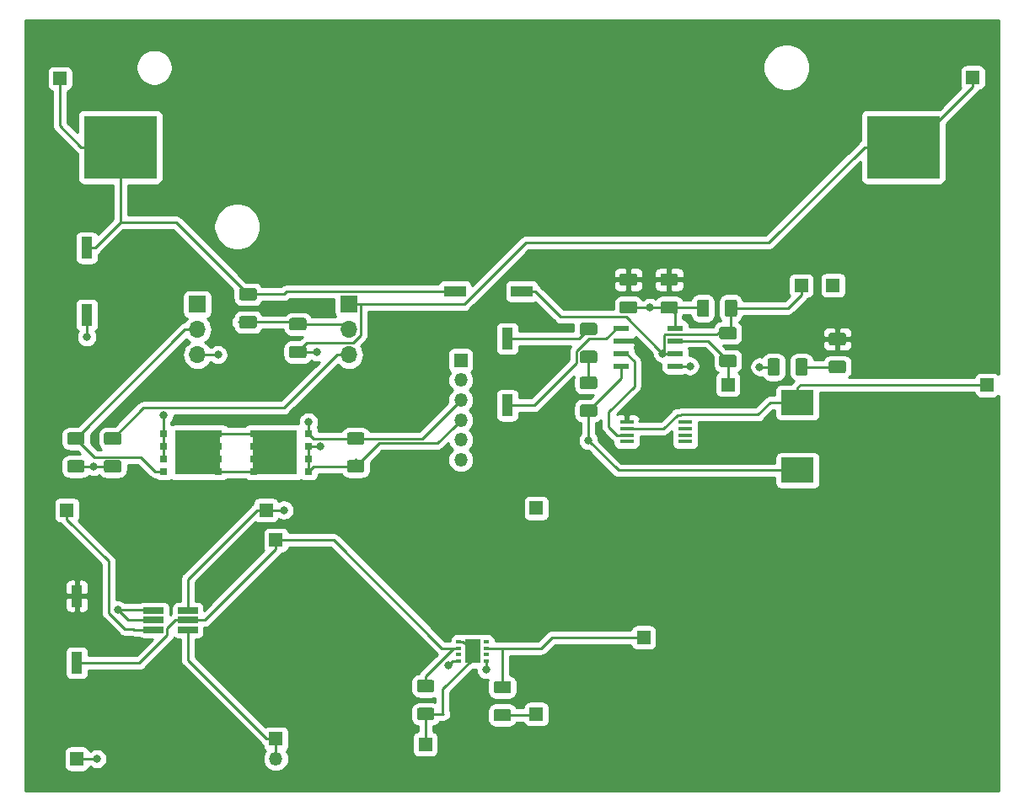
<source format=gbr>
G04 #@! TF.GenerationSoftware,KiCad,Pcbnew,(5.1.0)-1*
G04 #@! TF.CreationDate,2019-06-24T17:08:14-03:00*
G04 #@! TF.ProjectId,Main,4d61696e-2e6b-4696-9361-645f70636258,1.0*
G04 #@! TF.SameCoordinates,Original*
G04 #@! TF.FileFunction,Copper,L1,Top*
G04 #@! TF.FilePolarity,Positive*
%FSLAX46Y46*%
G04 Gerber Fmt 4.6, Leading zero omitted, Abs format (unit mm)*
G04 Created by KiCad (PCBNEW (5.1.0)-1) date 2019-06-24 17:08:14*
%MOMM*%
%LPD*%
G04 APERTURE LIST*
%ADD10R,1.700000X1.700000*%
%ADD11O,1.700000X1.700000*%
%ADD12R,7.340000X6.350000*%
%ADD13C,0.100000*%
%ADD14C,1.250000*%
%ADD15R,3.300000X2.500000*%
%ADD16R,1.350000X1.350000*%
%ADD17O,1.350000X1.350000*%
%ADD18R,4.290000X4.500000*%
%ADD19R,0.800000X0.700000*%
%ADD20R,1.450000X0.450000*%
%ADD21R,2.160000X1.120000*%
%ADD22R,1.120000X2.160000*%
%ADD23R,1.550000X0.600000*%
%ADD24R,0.500000X0.350000*%
%ADD25R,1.650000X2.400000*%
%ADD26R,2.000000X0.650000*%
%ADD27C,0.800000*%
%ADD28C,0.250000*%
%ADD29C,0.254000*%
G04 APERTURE END LIST*
D10*
X56960000Y-52110000D03*
D11*
X56960000Y-54650000D03*
X56960000Y-57190000D03*
D12*
X33990000Y-36310000D03*
X112650000Y-36310000D03*
D13*
G36*
X81669504Y-53986204D02*
G01*
X81693773Y-53989804D01*
X81717571Y-53995765D01*
X81740671Y-54004030D01*
X81762849Y-54014520D01*
X81783893Y-54027133D01*
X81803598Y-54041747D01*
X81821777Y-54058223D01*
X81838253Y-54076402D01*
X81852867Y-54096107D01*
X81865480Y-54117151D01*
X81875970Y-54139329D01*
X81884235Y-54162429D01*
X81890196Y-54186227D01*
X81893796Y-54210496D01*
X81895000Y-54235000D01*
X81895000Y-54985000D01*
X81893796Y-55009504D01*
X81890196Y-55033773D01*
X81884235Y-55057571D01*
X81875970Y-55080671D01*
X81865480Y-55102849D01*
X81852867Y-55123893D01*
X81838253Y-55143598D01*
X81821777Y-55161777D01*
X81803598Y-55178253D01*
X81783893Y-55192867D01*
X81762849Y-55205480D01*
X81740671Y-55215970D01*
X81717571Y-55224235D01*
X81693773Y-55230196D01*
X81669504Y-55233796D01*
X81645000Y-55235000D01*
X80395000Y-55235000D01*
X80370496Y-55233796D01*
X80346227Y-55230196D01*
X80322429Y-55224235D01*
X80299329Y-55215970D01*
X80277151Y-55205480D01*
X80256107Y-55192867D01*
X80236402Y-55178253D01*
X80218223Y-55161777D01*
X80201747Y-55143598D01*
X80187133Y-55123893D01*
X80174520Y-55102849D01*
X80164030Y-55080671D01*
X80155765Y-55057571D01*
X80149804Y-55033773D01*
X80146204Y-55009504D01*
X80145000Y-54985000D01*
X80145000Y-54235000D01*
X80146204Y-54210496D01*
X80149804Y-54186227D01*
X80155765Y-54162429D01*
X80164030Y-54139329D01*
X80174520Y-54117151D01*
X80187133Y-54096107D01*
X80201747Y-54076402D01*
X80218223Y-54058223D01*
X80236402Y-54041747D01*
X80256107Y-54027133D01*
X80277151Y-54014520D01*
X80299329Y-54004030D01*
X80322429Y-53995765D01*
X80346227Y-53989804D01*
X80370496Y-53986204D01*
X80395000Y-53985000D01*
X81645000Y-53985000D01*
X81669504Y-53986204D01*
X81669504Y-53986204D01*
G37*
D14*
X81020000Y-54610000D03*
D13*
G36*
X81669504Y-56786204D02*
G01*
X81693773Y-56789804D01*
X81717571Y-56795765D01*
X81740671Y-56804030D01*
X81762849Y-56814520D01*
X81783893Y-56827133D01*
X81803598Y-56841747D01*
X81821777Y-56858223D01*
X81838253Y-56876402D01*
X81852867Y-56896107D01*
X81865480Y-56917151D01*
X81875970Y-56939329D01*
X81884235Y-56962429D01*
X81890196Y-56986227D01*
X81893796Y-57010496D01*
X81895000Y-57035000D01*
X81895000Y-57785000D01*
X81893796Y-57809504D01*
X81890196Y-57833773D01*
X81884235Y-57857571D01*
X81875970Y-57880671D01*
X81865480Y-57902849D01*
X81852867Y-57923893D01*
X81838253Y-57943598D01*
X81821777Y-57961777D01*
X81803598Y-57978253D01*
X81783893Y-57992867D01*
X81762849Y-58005480D01*
X81740671Y-58015970D01*
X81717571Y-58024235D01*
X81693773Y-58030196D01*
X81669504Y-58033796D01*
X81645000Y-58035000D01*
X80395000Y-58035000D01*
X80370496Y-58033796D01*
X80346227Y-58030196D01*
X80322429Y-58024235D01*
X80299329Y-58015970D01*
X80277151Y-58005480D01*
X80256107Y-57992867D01*
X80236402Y-57978253D01*
X80218223Y-57961777D01*
X80201747Y-57943598D01*
X80187133Y-57923893D01*
X80174520Y-57902849D01*
X80164030Y-57880671D01*
X80155765Y-57857571D01*
X80149804Y-57833773D01*
X80146204Y-57809504D01*
X80145000Y-57785000D01*
X80145000Y-57035000D01*
X80146204Y-57010496D01*
X80149804Y-56986227D01*
X80155765Y-56962429D01*
X80164030Y-56939329D01*
X80174520Y-56917151D01*
X80187133Y-56896107D01*
X80201747Y-56876402D01*
X80218223Y-56858223D01*
X80236402Y-56841747D01*
X80256107Y-56827133D01*
X80277151Y-56814520D01*
X80299329Y-56804030D01*
X80322429Y-56795765D01*
X80346227Y-56789804D01*
X80370496Y-56786204D01*
X80395000Y-56785000D01*
X81645000Y-56785000D01*
X81669504Y-56786204D01*
X81669504Y-56786204D01*
G37*
D14*
X81020000Y-57410000D03*
D13*
G36*
X92919504Y-51636204D02*
G01*
X92943773Y-51639804D01*
X92967571Y-51645765D01*
X92990671Y-51654030D01*
X93012849Y-51664520D01*
X93033893Y-51677133D01*
X93053598Y-51691747D01*
X93071777Y-51708223D01*
X93088253Y-51726402D01*
X93102867Y-51746107D01*
X93115480Y-51767151D01*
X93125970Y-51789329D01*
X93134235Y-51812429D01*
X93140196Y-51836227D01*
X93143796Y-51860496D01*
X93145000Y-51885000D01*
X93145000Y-53135000D01*
X93143796Y-53159504D01*
X93140196Y-53183773D01*
X93134235Y-53207571D01*
X93125970Y-53230671D01*
X93115480Y-53252849D01*
X93102867Y-53273893D01*
X93088253Y-53293598D01*
X93071777Y-53311777D01*
X93053598Y-53328253D01*
X93033893Y-53342867D01*
X93012849Y-53355480D01*
X92990671Y-53365970D01*
X92967571Y-53374235D01*
X92943773Y-53380196D01*
X92919504Y-53383796D01*
X92895000Y-53385000D01*
X92145000Y-53385000D01*
X92120496Y-53383796D01*
X92096227Y-53380196D01*
X92072429Y-53374235D01*
X92049329Y-53365970D01*
X92027151Y-53355480D01*
X92006107Y-53342867D01*
X91986402Y-53328253D01*
X91968223Y-53311777D01*
X91951747Y-53293598D01*
X91937133Y-53273893D01*
X91924520Y-53252849D01*
X91914030Y-53230671D01*
X91905765Y-53207571D01*
X91899804Y-53183773D01*
X91896204Y-53159504D01*
X91895000Y-53135000D01*
X91895000Y-51885000D01*
X91896204Y-51860496D01*
X91899804Y-51836227D01*
X91905765Y-51812429D01*
X91914030Y-51789329D01*
X91924520Y-51767151D01*
X91937133Y-51746107D01*
X91951747Y-51726402D01*
X91968223Y-51708223D01*
X91986402Y-51691747D01*
X92006107Y-51677133D01*
X92027151Y-51664520D01*
X92049329Y-51654030D01*
X92072429Y-51645765D01*
X92096227Y-51639804D01*
X92120496Y-51636204D01*
X92145000Y-51635000D01*
X92895000Y-51635000D01*
X92919504Y-51636204D01*
X92919504Y-51636204D01*
G37*
D14*
X92520000Y-52510000D03*
D13*
G36*
X95719504Y-51636204D02*
G01*
X95743773Y-51639804D01*
X95767571Y-51645765D01*
X95790671Y-51654030D01*
X95812849Y-51664520D01*
X95833893Y-51677133D01*
X95853598Y-51691747D01*
X95871777Y-51708223D01*
X95888253Y-51726402D01*
X95902867Y-51746107D01*
X95915480Y-51767151D01*
X95925970Y-51789329D01*
X95934235Y-51812429D01*
X95940196Y-51836227D01*
X95943796Y-51860496D01*
X95945000Y-51885000D01*
X95945000Y-53135000D01*
X95943796Y-53159504D01*
X95940196Y-53183773D01*
X95934235Y-53207571D01*
X95925970Y-53230671D01*
X95915480Y-53252849D01*
X95902867Y-53273893D01*
X95888253Y-53293598D01*
X95871777Y-53311777D01*
X95853598Y-53328253D01*
X95833893Y-53342867D01*
X95812849Y-53355480D01*
X95790671Y-53365970D01*
X95767571Y-53374235D01*
X95743773Y-53380196D01*
X95719504Y-53383796D01*
X95695000Y-53385000D01*
X94945000Y-53385000D01*
X94920496Y-53383796D01*
X94896227Y-53380196D01*
X94872429Y-53374235D01*
X94849329Y-53365970D01*
X94827151Y-53355480D01*
X94806107Y-53342867D01*
X94786402Y-53328253D01*
X94768223Y-53311777D01*
X94751747Y-53293598D01*
X94737133Y-53273893D01*
X94724520Y-53252849D01*
X94714030Y-53230671D01*
X94705765Y-53207571D01*
X94699804Y-53183773D01*
X94696204Y-53159504D01*
X94695000Y-53135000D01*
X94695000Y-51885000D01*
X94696204Y-51860496D01*
X94699804Y-51836227D01*
X94705765Y-51812429D01*
X94714030Y-51789329D01*
X94724520Y-51767151D01*
X94737133Y-51746107D01*
X94751747Y-51726402D01*
X94768223Y-51708223D01*
X94786402Y-51691747D01*
X94806107Y-51677133D01*
X94827151Y-51664520D01*
X94849329Y-51654030D01*
X94872429Y-51645765D01*
X94896227Y-51639804D01*
X94920496Y-51636204D01*
X94945000Y-51635000D01*
X95695000Y-51635000D01*
X95719504Y-51636204D01*
X95719504Y-51636204D01*
G37*
D14*
X95320000Y-52510000D03*
D13*
G36*
X52469504Y-53486204D02*
G01*
X52493773Y-53489804D01*
X52517571Y-53495765D01*
X52540671Y-53504030D01*
X52562849Y-53514520D01*
X52583893Y-53527133D01*
X52603598Y-53541747D01*
X52621777Y-53558223D01*
X52638253Y-53576402D01*
X52652867Y-53596107D01*
X52665480Y-53617151D01*
X52675970Y-53639329D01*
X52684235Y-53662429D01*
X52690196Y-53686227D01*
X52693796Y-53710496D01*
X52695000Y-53735000D01*
X52695000Y-54485000D01*
X52693796Y-54509504D01*
X52690196Y-54533773D01*
X52684235Y-54557571D01*
X52675970Y-54580671D01*
X52665480Y-54602849D01*
X52652867Y-54623893D01*
X52638253Y-54643598D01*
X52621777Y-54661777D01*
X52603598Y-54678253D01*
X52583893Y-54692867D01*
X52562849Y-54705480D01*
X52540671Y-54715970D01*
X52517571Y-54724235D01*
X52493773Y-54730196D01*
X52469504Y-54733796D01*
X52445000Y-54735000D01*
X51195000Y-54735000D01*
X51170496Y-54733796D01*
X51146227Y-54730196D01*
X51122429Y-54724235D01*
X51099329Y-54715970D01*
X51077151Y-54705480D01*
X51056107Y-54692867D01*
X51036402Y-54678253D01*
X51018223Y-54661777D01*
X51001747Y-54643598D01*
X50987133Y-54623893D01*
X50974520Y-54602849D01*
X50964030Y-54580671D01*
X50955765Y-54557571D01*
X50949804Y-54533773D01*
X50946204Y-54509504D01*
X50945000Y-54485000D01*
X50945000Y-53735000D01*
X50946204Y-53710496D01*
X50949804Y-53686227D01*
X50955765Y-53662429D01*
X50964030Y-53639329D01*
X50974520Y-53617151D01*
X50987133Y-53596107D01*
X51001747Y-53576402D01*
X51018223Y-53558223D01*
X51036402Y-53541747D01*
X51056107Y-53527133D01*
X51077151Y-53514520D01*
X51099329Y-53504030D01*
X51122429Y-53495765D01*
X51146227Y-53489804D01*
X51170496Y-53486204D01*
X51195000Y-53485000D01*
X52445000Y-53485000D01*
X52469504Y-53486204D01*
X52469504Y-53486204D01*
G37*
D14*
X51820000Y-54110000D03*
D13*
G36*
X52469504Y-56286204D02*
G01*
X52493773Y-56289804D01*
X52517571Y-56295765D01*
X52540671Y-56304030D01*
X52562849Y-56314520D01*
X52583893Y-56327133D01*
X52603598Y-56341747D01*
X52621777Y-56358223D01*
X52638253Y-56376402D01*
X52652867Y-56396107D01*
X52665480Y-56417151D01*
X52675970Y-56439329D01*
X52684235Y-56462429D01*
X52690196Y-56486227D01*
X52693796Y-56510496D01*
X52695000Y-56535000D01*
X52695000Y-57285000D01*
X52693796Y-57309504D01*
X52690196Y-57333773D01*
X52684235Y-57357571D01*
X52675970Y-57380671D01*
X52665480Y-57402849D01*
X52652867Y-57423893D01*
X52638253Y-57443598D01*
X52621777Y-57461777D01*
X52603598Y-57478253D01*
X52583893Y-57492867D01*
X52562849Y-57505480D01*
X52540671Y-57515970D01*
X52517571Y-57524235D01*
X52493773Y-57530196D01*
X52469504Y-57533796D01*
X52445000Y-57535000D01*
X51195000Y-57535000D01*
X51170496Y-57533796D01*
X51146227Y-57530196D01*
X51122429Y-57524235D01*
X51099329Y-57515970D01*
X51077151Y-57505480D01*
X51056107Y-57492867D01*
X51036402Y-57478253D01*
X51018223Y-57461777D01*
X51001747Y-57443598D01*
X50987133Y-57423893D01*
X50974520Y-57402849D01*
X50964030Y-57380671D01*
X50955765Y-57357571D01*
X50949804Y-57333773D01*
X50946204Y-57309504D01*
X50945000Y-57285000D01*
X50945000Y-56535000D01*
X50946204Y-56510496D01*
X50949804Y-56486227D01*
X50955765Y-56462429D01*
X50964030Y-56439329D01*
X50974520Y-56417151D01*
X50987133Y-56396107D01*
X51001747Y-56376402D01*
X51018223Y-56358223D01*
X51036402Y-56341747D01*
X51056107Y-56327133D01*
X51077151Y-56314520D01*
X51099329Y-56304030D01*
X51122429Y-56295765D01*
X51146227Y-56289804D01*
X51170496Y-56286204D01*
X51195000Y-56285000D01*
X52445000Y-56285000D01*
X52469504Y-56286204D01*
X52469504Y-56286204D01*
G37*
D14*
X51820000Y-56910000D03*
D13*
G36*
X89774505Y-51809205D02*
G01*
X89798774Y-51812805D01*
X89822572Y-51818766D01*
X89845672Y-51827031D01*
X89867850Y-51837521D01*
X89888894Y-51850134D01*
X89908599Y-51864748D01*
X89926778Y-51881224D01*
X89943254Y-51899403D01*
X89957868Y-51919108D01*
X89970481Y-51940152D01*
X89980971Y-51962330D01*
X89989236Y-51985430D01*
X89995197Y-52009228D01*
X89998797Y-52033497D01*
X90000001Y-52058001D01*
X90000001Y-52808001D01*
X89998797Y-52832505D01*
X89995197Y-52856774D01*
X89989236Y-52880572D01*
X89980971Y-52903672D01*
X89970481Y-52925850D01*
X89957868Y-52946894D01*
X89943254Y-52966599D01*
X89926778Y-52984778D01*
X89908599Y-53001254D01*
X89888894Y-53015868D01*
X89867850Y-53028481D01*
X89845672Y-53038971D01*
X89822572Y-53047236D01*
X89798774Y-53053197D01*
X89774505Y-53056797D01*
X89750001Y-53058001D01*
X88500001Y-53058001D01*
X88475497Y-53056797D01*
X88451228Y-53053197D01*
X88427430Y-53047236D01*
X88404330Y-53038971D01*
X88382152Y-53028481D01*
X88361108Y-53015868D01*
X88341403Y-53001254D01*
X88323224Y-52984778D01*
X88306748Y-52966599D01*
X88292134Y-52946894D01*
X88279521Y-52925850D01*
X88269031Y-52903672D01*
X88260766Y-52880572D01*
X88254805Y-52856774D01*
X88251205Y-52832505D01*
X88250001Y-52808001D01*
X88250001Y-52058001D01*
X88251205Y-52033497D01*
X88254805Y-52009228D01*
X88260766Y-51985430D01*
X88269031Y-51962330D01*
X88279521Y-51940152D01*
X88292134Y-51919108D01*
X88306748Y-51899403D01*
X88323224Y-51881224D01*
X88341403Y-51864748D01*
X88361108Y-51850134D01*
X88382152Y-51837521D01*
X88404330Y-51827031D01*
X88427430Y-51818766D01*
X88451228Y-51812805D01*
X88475497Y-51809205D01*
X88500001Y-51808001D01*
X89750001Y-51808001D01*
X89774505Y-51809205D01*
X89774505Y-51809205D01*
G37*
D14*
X89125001Y-52433001D03*
D13*
G36*
X89774505Y-49009205D02*
G01*
X89798774Y-49012805D01*
X89822572Y-49018766D01*
X89845672Y-49027031D01*
X89867850Y-49037521D01*
X89888894Y-49050134D01*
X89908599Y-49064748D01*
X89926778Y-49081224D01*
X89943254Y-49099403D01*
X89957868Y-49119108D01*
X89970481Y-49140152D01*
X89980971Y-49162330D01*
X89989236Y-49185430D01*
X89995197Y-49209228D01*
X89998797Y-49233497D01*
X90000001Y-49258001D01*
X90000001Y-50008001D01*
X89998797Y-50032505D01*
X89995197Y-50056774D01*
X89989236Y-50080572D01*
X89980971Y-50103672D01*
X89970481Y-50125850D01*
X89957868Y-50146894D01*
X89943254Y-50166599D01*
X89926778Y-50184778D01*
X89908599Y-50201254D01*
X89888894Y-50215868D01*
X89867850Y-50228481D01*
X89845672Y-50238971D01*
X89822572Y-50247236D01*
X89798774Y-50253197D01*
X89774505Y-50256797D01*
X89750001Y-50258001D01*
X88500001Y-50258001D01*
X88475497Y-50256797D01*
X88451228Y-50253197D01*
X88427430Y-50247236D01*
X88404330Y-50238971D01*
X88382152Y-50228481D01*
X88361108Y-50215868D01*
X88341403Y-50201254D01*
X88323224Y-50184778D01*
X88306748Y-50166599D01*
X88292134Y-50146894D01*
X88279521Y-50125850D01*
X88269031Y-50103672D01*
X88260766Y-50080572D01*
X88254805Y-50056774D01*
X88251205Y-50032505D01*
X88250001Y-50008001D01*
X88250001Y-49258001D01*
X88251205Y-49233497D01*
X88254805Y-49209228D01*
X88260766Y-49185430D01*
X88269031Y-49162330D01*
X88279521Y-49140152D01*
X88292134Y-49119108D01*
X88306748Y-49099403D01*
X88323224Y-49081224D01*
X88341403Y-49064748D01*
X88361108Y-49050134D01*
X88382152Y-49037521D01*
X88404330Y-49027031D01*
X88427430Y-49018766D01*
X88451228Y-49012805D01*
X88475497Y-49009205D01*
X88500001Y-49008001D01*
X89750001Y-49008001D01*
X89774505Y-49009205D01*
X89774505Y-49009205D01*
G37*
D14*
X89125001Y-49633001D03*
D13*
G36*
X85669504Y-49009205D02*
G01*
X85693773Y-49012805D01*
X85717571Y-49018766D01*
X85740671Y-49027031D01*
X85762849Y-49037521D01*
X85783893Y-49050134D01*
X85803598Y-49064748D01*
X85821777Y-49081224D01*
X85838253Y-49099403D01*
X85852867Y-49119108D01*
X85865480Y-49140152D01*
X85875970Y-49162330D01*
X85884235Y-49185430D01*
X85890196Y-49209228D01*
X85893796Y-49233497D01*
X85895000Y-49258001D01*
X85895000Y-50008001D01*
X85893796Y-50032505D01*
X85890196Y-50056774D01*
X85884235Y-50080572D01*
X85875970Y-50103672D01*
X85865480Y-50125850D01*
X85852867Y-50146894D01*
X85838253Y-50166599D01*
X85821777Y-50184778D01*
X85803598Y-50201254D01*
X85783893Y-50215868D01*
X85762849Y-50228481D01*
X85740671Y-50238971D01*
X85717571Y-50247236D01*
X85693773Y-50253197D01*
X85669504Y-50256797D01*
X85645000Y-50258001D01*
X84395000Y-50258001D01*
X84370496Y-50256797D01*
X84346227Y-50253197D01*
X84322429Y-50247236D01*
X84299329Y-50238971D01*
X84277151Y-50228481D01*
X84256107Y-50215868D01*
X84236402Y-50201254D01*
X84218223Y-50184778D01*
X84201747Y-50166599D01*
X84187133Y-50146894D01*
X84174520Y-50125850D01*
X84164030Y-50103672D01*
X84155765Y-50080572D01*
X84149804Y-50056774D01*
X84146204Y-50032505D01*
X84145000Y-50008001D01*
X84145000Y-49258001D01*
X84146204Y-49233497D01*
X84149804Y-49209228D01*
X84155765Y-49185430D01*
X84164030Y-49162330D01*
X84174520Y-49140152D01*
X84187133Y-49119108D01*
X84201747Y-49099403D01*
X84218223Y-49081224D01*
X84236402Y-49064748D01*
X84256107Y-49050134D01*
X84277151Y-49037521D01*
X84299329Y-49027031D01*
X84322429Y-49018766D01*
X84346227Y-49012805D01*
X84370496Y-49009205D01*
X84395000Y-49008001D01*
X85645000Y-49008001D01*
X85669504Y-49009205D01*
X85669504Y-49009205D01*
G37*
D14*
X85020000Y-49633001D03*
D13*
G36*
X85669504Y-51809205D02*
G01*
X85693773Y-51812805D01*
X85717571Y-51818766D01*
X85740671Y-51827031D01*
X85762849Y-51837521D01*
X85783893Y-51850134D01*
X85803598Y-51864748D01*
X85821777Y-51881224D01*
X85838253Y-51899403D01*
X85852867Y-51919108D01*
X85865480Y-51940152D01*
X85875970Y-51962330D01*
X85884235Y-51985430D01*
X85890196Y-52009228D01*
X85893796Y-52033497D01*
X85895000Y-52058001D01*
X85895000Y-52808001D01*
X85893796Y-52832505D01*
X85890196Y-52856774D01*
X85884235Y-52880572D01*
X85875970Y-52903672D01*
X85865480Y-52925850D01*
X85852867Y-52946894D01*
X85838253Y-52966599D01*
X85821777Y-52984778D01*
X85803598Y-53001254D01*
X85783893Y-53015868D01*
X85762849Y-53028481D01*
X85740671Y-53038971D01*
X85717571Y-53047236D01*
X85693773Y-53053197D01*
X85669504Y-53056797D01*
X85645000Y-53058001D01*
X84395000Y-53058001D01*
X84370496Y-53056797D01*
X84346227Y-53053197D01*
X84322429Y-53047236D01*
X84299329Y-53038971D01*
X84277151Y-53028481D01*
X84256107Y-53015868D01*
X84236402Y-53001254D01*
X84218223Y-52984778D01*
X84201747Y-52966599D01*
X84187133Y-52946894D01*
X84174520Y-52925850D01*
X84164030Y-52903672D01*
X84155765Y-52880572D01*
X84149804Y-52856774D01*
X84146204Y-52832505D01*
X84145000Y-52808001D01*
X84145000Y-52058001D01*
X84146204Y-52033497D01*
X84149804Y-52009228D01*
X84155765Y-51985430D01*
X84164030Y-51962330D01*
X84174520Y-51940152D01*
X84187133Y-51919108D01*
X84201747Y-51899403D01*
X84218223Y-51881224D01*
X84236402Y-51864748D01*
X84256107Y-51850134D01*
X84277151Y-51837521D01*
X84299329Y-51827031D01*
X84322429Y-51818766D01*
X84346227Y-51812805D01*
X84370496Y-51809205D01*
X84395000Y-51808001D01*
X85645000Y-51808001D01*
X85669504Y-51809205D01*
X85669504Y-51809205D01*
G37*
D14*
X85020000Y-52433001D03*
D13*
G36*
X65306503Y-89871205D02*
G01*
X65330772Y-89874805D01*
X65354570Y-89880766D01*
X65377670Y-89889031D01*
X65399848Y-89899521D01*
X65420892Y-89912134D01*
X65440597Y-89926748D01*
X65458776Y-89943224D01*
X65475252Y-89961403D01*
X65489866Y-89981108D01*
X65502479Y-90002152D01*
X65512969Y-90024330D01*
X65521234Y-90047430D01*
X65527195Y-90071228D01*
X65530795Y-90095497D01*
X65531999Y-90120001D01*
X65531999Y-90870001D01*
X65530795Y-90894505D01*
X65527195Y-90918774D01*
X65521234Y-90942572D01*
X65512969Y-90965672D01*
X65502479Y-90987850D01*
X65489866Y-91008894D01*
X65475252Y-91028599D01*
X65458776Y-91046778D01*
X65440597Y-91063254D01*
X65420892Y-91077868D01*
X65399848Y-91090481D01*
X65377670Y-91100971D01*
X65354570Y-91109236D01*
X65330772Y-91115197D01*
X65306503Y-91118797D01*
X65281999Y-91120001D01*
X64031999Y-91120001D01*
X64007495Y-91118797D01*
X63983226Y-91115197D01*
X63959428Y-91109236D01*
X63936328Y-91100971D01*
X63914150Y-91090481D01*
X63893106Y-91077868D01*
X63873401Y-91063254D01*
X63855222Y-91046778D01*
X63838746Y-91028599D01*
X63824132Y-91008894D01*
X63811519Y-90987850D01*
X63801029Y-90965672D01*
X63792764Y-90942572D01*
X63786803Y-90918774D01*
X63783203Y-90894505D01*
X63781999Y-90870001D01*
X63781999Y-90120001D01*
X63783203Y-90095497D01*
X63786803Y-90071228D01*
X63792764Y-90047430D01*
X63801029Y-90024330D01*
X63811519Y-90002152D01*
X63824132Y-89981108D01*
X63838746Y-89961403D01*
X63855222Y-89943224D01*
X63873401Y-89926748D01*
X63893106Y-89912134D01*
X63914150Y-89899521D01*
X63936328Y-89889031D01*
X63959428Y-89880766D01*
X63983226Y-89874805D01*
X64007495Y-89871205D01*
X64031999Y-89870001D01*
X65281999Y-89870001D01*
X65306503Y-89871205D01*
X65306503Y-89871205D01*
G37*
D14*
X64656999Y-90495001D03*
D13*
G36*
X65306503Y-92671205D02*
G01*
X65330772Y-92674805D01*
X65354570Y-92680766D01*
X65377670Y-92689031D01*
X65399848Y-92699521D01*
X65420892Y-92712134D01*
X65440597Y-92726748D01*
X65458776Y-92743224D01*
X65475252Y-92761403D01*
X65489866Y-92781108D01*
X65502479Y-92802152D01*
X65512969Y-92824330D01*
X65521234Y-92847430D01*
X65527195Y-92871228D01*
X65530795Y-92895497D01*
X65531999Y-92920001D01*
X65531999Y-93670001D01*
X65530795Y-93694505D01*
X65527195Y-93718774D01*
X65521234Y-93742572D01*
X65512969Y-93765672D01*
X65502479Y-93787850D01*
X65489866Y-93808894D01*
X65475252Y-93828599D01*
X65458776Y-93846778D01*
X65440597Y-93863254D01*
X65420892Y-93877868D01*
X65399848Y-93890481D01*
X65377670Y-93900971D01*
X65354570Y-93909236D01*
X65330772Y-93915197D01*
X65306503Y-93918797D01*
X65281999Y-93920001D01*
X64031999Y-93920001D01*
X64007495Y-93918797D01*
X63983226Y-93915197D01*
X63959428Y-93909236D01*
X63936328Y-93900971D01*
X63914150Y-93890481D01*
X63893106Y-93877868D01*
X63873401Y-93863254D01*
X63855222Y-93846778D01*
X63838746Y-93828599D01*
X63824132Y-93808894D01*
X63811519Y-93787850D01*
X63801029Y-93765672D01*
X63792764Y-93742572D01*
X63786803Y-93718774D01*
X63783203Y-93694505D01*
X63781999Y-93670001D01*
X63781999Y-92920001D01*
X63783203Y-92895497D01*
X63786803Y-92871228D01*
X63792764Y-92847430D01*
X63801029Y-92824330D01*
X63811519Y-92802152D01*
X63824132Y-92781108D01*
X63838746Y-92761403D01*
X63855222Y-92743224D01*
X63873401Y-92726748D01*
X63893106Y-92712134D01*
X63914150Y-92699521D01*
X63936328Y-92689031D01*
X63959428Y-92680766D01*
X63983226Y-92674805D01*
X64007495Y-92671205D01*
X64031999Y-92670001D01*
X65281999Y-92670001D01*
X65306503Y-92671205D01*
X65306503Y-92671205D01*
G37*
D14*
X64656999Y-93295001D03*
D13*
G36*
X73019504Y-92786204D02*
G01*
X73043773Y-92789804D01*
X73067571Y-92795765D01*
X73090671Y-92804030D01*
X73112849Y-92814520D01*
X73133893Y-92827133D01*
X73153598Y-92841747D01*
X73171777Y-92858223D01*
X73188253Y-92876402D01*
X73202867Y-92896107D01*
X73215480Y-92917151D01*
X73225970Y-92939329D01*
X73234235Y-92962429D01*
X73240196Y-92986227D01*
X73243796Y-93010496D01*
X73245000Y-93035000D01*
X73245000Y-93785000D01*
X73243796Y-93809504D01*
X73240196Y-93833773D01*
X73234235Y-93857571D01*
X73225970Y-93880671D01*
X73215480Y-93902849D01*
X73202867Y-93923893D01*
X73188253Y-93943598D01*
X73171777Y-93961777D01*
X73153598Y-93978253D01*
X73133893Y-93992867D01*
X73112849Y-94005480D01*
X73090671Y-94015970D01*
X73067571Y-94024235D01*
X73043773Y-94030196D01*
X73019504Y-94033796D01*
X72995000Y-94035000D01*
X71745000Y-94035000D01*
X71720496Y-94033796D01*
X71696227Y-94030196D01*
X71672429Y-94024235D01*
X71649329Y-94015970D01*
X71627151Y-94005480D01*
X71606107Y-93992867D01*
X71586402Y-93978253D01*
X71568223Y-93961777D01*
X71551747Y-93943598D01*
X71537133Y-93923893D01*
X71524520Y-93902849D01*
X71514030Y-93880671D01*
X71505765Y-93857571D01*
X71499804Y-93833773D01*
X71496204Y-93809504D01*
X71495000Y-93785000D01*
X71495000Y-93035000D01*
X71496204Y-93010496D01*
X71499804Y-92986227D01*
X71505765Y-92962429D01*
X71514030Y-92939329D01*
X71524520Y-92917151D01*
X71537133Y-92896107D01*
X71551747Y-92876402D01*
X71568223Y-92858223D01*
X71586402Y-92841747D01*
X71606107Y-92827133D01*
X71627151Y-92814520D01*
X71649329Y-92804030D01*
X71672429Y-92795765D01*
X71696227Y-92789804D01*
X71720496Y-92786204D01*
X71745000Y-92785000D01*
X72995000Y-92785000D01*
X73019504Y-92786204D01*
X73019504Y-92786204D01*
G37*
D14*
X72370000Y-93410000D03*
D13*
G36*
X73019504Y-89986204D02*
G01*
X73043773Y-89989804D01*
X73067571Y-89995765D01*
X73090671Y-90004030D01*
X73112849Y-90014520D01*
X73133893Y-90027133D01*
X73153598Y-90041747D01*
X73171777Y-90058223D01*
X73188253Y-90076402D01*
X73202867Y-90096107D01*
X73215480Y-90117151D01*
X73225970Y-90139329D01*
X73234235Y-90162429D01*
X73240196Y-90186227D01*
X73243796Y-90210496D01*
X73245000Y-90235000D01*
X73245000Y-90985000D01*
X73243796Y-91009504D01*
X73240196Y-91033773D01*
X73234235Y-91057571D01*
X73225970Y-91080671D01*
X73215480Y-91102849D01*
X73202867Y-91123893D01*
X73188253Y-91143598D01*
X73171777Y-91161777D01*
X73153598Y-91178253D01*
X73133893Y-91192867D01*
X73112849Y-91205480D01*
X73090671Y-91215970D01*
X73067571Y-91224235D01*
X73043773Y-91230196D01*
X73019504Y-91233796D01*
X72995000Y-91235000D01*
X71745000Y-91235000D01*
X71720496Y-91233796D01*
X71696227Y-91230196D01*
X71672429Y-91224235D01*
X71649329Y-91215970D01*
X71627151Y-91205480D01*
X71606107Y-91192867D01*
X71586402Y-91178253D01*
X71568223Y-91161777D01*
X71551747Y-91143598D01*
X71537133Y-91123893D01*
X71524520Y-91102849D01*
X71514030Y-91080671D01*
X71505765Y-91057571D01*
X71499804Y-91033773D01*
X71496204Y-91009504D01*
X71495000Y-90985000D01*
X71495000Y-90235000D01*
X71496204Y-90210496D01*
X71499804Y-90186227D01*
X71505765Y-90162429D01*
X71514030Y-90139329D01*
X71524520Y-90117151D01*
X71537133Y-90096107D01*
X71551747Y-90076402D01*
X71568223Y-90058223D01*
X71586402Y-90041747D01*
X71606107Y-90027133D01*
X71627151Y-90014520D01*
X71649329Y-90004030D01*
X71672429Y-89995765D01*
X71696227Y-89989804D01*
X71720496Y-89986204D01*
X71745000Y-89985000D01*
X72995000Y-89985000D01*
X73019504Y-89986204D01*
X73019504Y-89986204D01*
G37*
D14*
X72370000Y-90610000D03*
D13*
G36*
X102819504Y-57536204D02*
G01*
X102843773Y-57539804D01*
X102867571Y-57545765D01*
X102890671Y-57554030D01*
X102912849Y-57564520D01*
X102933893Y-57577133D01*
X102953598Y-57591747D01*
X102971777Y-57608223D01*
X102988253Y-57626402D01*
X103002867Y-57646107D01*
X103015480Y-57667151D01*
X103025970Y-57689329D01*
X103034235Y-57712429D01*
X103040196Y-57736227D01*
X103043796Y-57760496D01*
X103045000Y-57785000D01*
X103045000Y-59035000D01*
X103043796Y-59059504D01*
X103040196Y-59083773D01*
X103034235Y-59107571D01*
X103025970Y-59130671D01*
X103015480Y-59152849D01*
X103002867Y-59173893D01*
X102988253Y-59193598D01*
X102971777Y-59211777D01*
X102953598Y-59228253D01*
X102933893Y-59242867D01*
X102912849Y-59255480D01*
X102890671Y-59265970D01*
X102867571Y-59274235D01*
X102843773Y-59280196D01*
X102819504Y-59283796D01*
X102795000Y-59285000D01*
X102045000Y-59285000D01*
X102020496Y-59283796D01*
X101996227Y-59280196D01*
X101972429Y-59274235D01*
X101949329Y-59265970D01*
X101927151Y-59255480D01*
X101906107Y-59242867D01*
X101886402Y-59228253D01*
X101868223Y-59211777D01*
X101851747Y-59193598D01*
X101837133Y-59173893D01*
X101824520Y-59152849D01*
X101814030Y-59130671D01*
X101805765Y-59107571D01*
X101799804Y-59083773D01*
X101796204Y-59059504D01*
X101795000Y-59035000D01*
X101795000Y-57785000D01*
X101796204Y-57760496D01*
X101799804Y-57736227D01*
X101805765Y-57712429D01*
X101814030Y-57689329D01*
X101824520Y-57667151D01*
X101837133Y-57646107D01*
X101851747Y-57626402D01*
X101868223Y-57608223D01*
X101886402Y-57591747D01*
X101906107Y-57577133D01*
X101927151Y-57564520D01*
X101949329Y-57554030D01*
X101972429Y-57545765D01*
X101996227Y-57539804D01*
X102020496Y-57536204D01*
X102045000Y-57535000D01*
X102795000Y-57535000D01*
X102819504Y-57536204D01*
X102819504Y-57536204D01*
G37*
D14*
X102420000Y-58410000D03*
D13*
G36*
X100019504Y-57536204D02*
G01*
X100043773Y-57539804D01*
X100067571Y-57545765D01*
X100090671Y-57554030D01*
X100112849Y-57564520D01*
X100133893Y-57577133D01*
X100153598Y-57591747D01*
X100171777Y-57608223D01*
X100188253Y-57626402D01*
X100202867Y-57646107D01*
X100215480Y-57667151D01*
X100225970Y-57689329D01*
X100234235Y-57712429D01*
X100240196Y-57736227D01*
X100243796Y-57760496D01*
X100245000Y-57785000D01*
X100245000Y-59035000D01*
X100243796Y-59059504D01*
X100240196Y-59083773D01*
X100234235Y-59107571D01*
X100225970Y-59130671D01*
X100215480Y-59152849D01*
X100202867Y-59173893D01*
X100188253Y-59193598D01*
X100171777Y-59211777D01*
X100153598Y-59228253D01*
X100133893Y-59242867D01*
X100112849Y-59255480D01*
X100090671Y-59265970D01*
X100067571Y-59274235D01*
X100043773Y-59280196D01*
X100019504Y-59283796D01*
X99995000Y-59285000D01*
X99245000Y-59285000D01*
X99220496Y-59283796D01*
X99196227Y-59280196D01*
X99172429Y-59274235D01*
X99149329Y-59265970D01*
X99127151Y-59255480D01*
X99106107Y-59242867D01*
X99086402Y-59228253D01*
X99068223Y-59211777D01*
X99051747Y-59193598D01*
X99037133Y-59173893D01*
X99024520Y-59152849D01*
X99014030Y-59130671D01*
X99005765Y-59107571D01*
X98999804Y-59083773D01*
X98996204Y-59059504D01*
X98995000Y-59035000D01*
X98995000Y-57785000D01*
X98996204Y-57760496D01*
X98999804Y-57736227D01*
X99005765Y-57712429D01*
X99014030Y-57689329D01*
X99024520Y-57667151D01*
X99037133Y-57646107D01*
X99051747Y-57626402D01*
X99068223Y-57608223D01*
X99086402Y-57591747D01*
X99106107Y-57577133D01*
X99127151Y-57564520D01*
X99149329Y-57554030D01*
X99172429Y-57545765D01*
X99196227Y-57539804D01*
X99220496Y-57536204D01*
X99245000Y-57535000D01*
X99995000Y-57535000D01*
X100019504Y-57536204D01*
X100019504Y-57536204D01*
G37*
D14*
X99620000Y-58410000D03*
D15*
X102020000Y-62010000D03*
X102020000Y-68810000D03*
D16*
X28620000Y-72810000D03*
X48620000Y-72810000D03*
X49620000Y-75810000D03*
X49620000Y-95810000D03*
D17*
X49620000Y-97810000D03*
D16*
X29620000Y-97810000D03*
D18*
X41620000Y-67010000D03*
D19*
X43870000Y-65100000D03*
X43870000Y-66370000D03*
X43870000Y-67650000D03*
X43870000Y-68920000D03*
X38370000Y-68920000D03*
X38370000Y-67650000D03*
X38370000Y-66370000D03*
X38370000Y-65100000D03*
X52870000Y-68920000D03*
X52870000Y-67650000D03*
X52870000Y-66370000D03*
X52870000Y-65100000D03*
X47370000Y-65100000D03*
X47370000Y-66370000D03*
X47370000Y-67650000D03*
X47370000Y-68920000D03*
D18*
X49620000Y-67010000D03*
D20*
X84860000Y-63965000D03*
X84860000Y-64615000D03*
X84860000Y-65265000D03*
X84860000Y-65915000D03*
X90760000Y-65915000D03*
X90760000Y-65265000D03*
X90760000Y-64615000D03*
X90760000Y-63965000D03*
D13*
G36*
X106669504Y-54986204D02*
G01*
X106693773Y-54989804D01*
X106717571Y-54995765D01*
X106740671Y-55004030D01*
X106762849Y-55014520D01*
X106783893Y-55027133D01*
X106803598Y-55041747D01*
X106821777Y-55058223D01*
X106838253Y-55076402D01*
X106852867Y-55096107D01*
X106865480Y-55117151D01*
X106875970Y-55139329D01*
X106884235Y-55162429D01*
X106890196Y-55186227D01*
X106893796Y-55210496D01*
X106895000Y-55235000D01*
X106895000Y-55985000D01*
X106893796Y-56009504D01*
X106890196Y-56033773D01*
X106884235Y-56057571D01*
X106875970Y-56080671D01*
X106865480Y-56102849D01*
X106852867Y-56123893D01*
X106838253Y-56143598D01*
X106821777Y-56161777D01*
X106803598Y-56178253D01*
X106783893Y-56192867D01*
X106762849Y-56205480D01*
X106740671Y-56215970D01*
X106717571Y-56224235D01*
X106693773Y-56230196D01*
X106669504Y-56233796D01*
X106645000Y-56235000D01*
X105395000Y-56235000D01*
X105370496Y-56233796D01*
X105346227Y-56230196D01*
X105322429Y-56224235D01*
X105299329Y-56215970D01*
X105277151Y-56205480D01*
X105256107Y-56192867D01*
X105236402Y-56178253D01*
X105218223Y-56161777D01*
X105201747Y-56143598D01*
X105187133Y-56123893D01*
X105174520Y-56102849D01*
X105164030Y-56080671D01*
X105155765Y-56057571D01*
X105149804Y-56033773D01*
X105146204Y-56009504D01*
X105145000Y-55985000D01*
X105145000Y-55235000D01*
X105146204Y-55210496D01*
X105149804Y-55186227D01*
X105155765Y-55162429D01*
X105164030Y-55139329D01*
X105174520Y-55117151D01*
X105187133Y-55096107D01*
X105201747Y-55076402D01*
X105218223Y-55058223D01*
X105236402Y-55041747D01*
X105256107Y-55027133D01*
X105277151Y-55014520D01*
X105299329Y-55004030D01*
X105322429Y-54995765D01*
X105346227Y-54989804D01*
X105370496Y-54986204D01*
X105395000Y-54985000D01*
X106645000Y-54985000D01*
X106669504Y-54986204D01*
X106669504Y-54986204D01*
G37*
D14*
X106020000Y-55610000D03*
D13*
G36*
X106669504Y-57786204D02*
G01*
X106693773Y-57789804D01*
X106717571Y-57795765D01*
X106740671Y-57804030D01*
X106762849Y-57814520D01*
X106783893Y-57827133D01*
X106803598Y-57841747D01*
X106821777Y-57858223D01*
X106838253Y-57876402D01*
X106852867Y-57896107D01*
X106865480Y-57917151D01*
X106875970Y-57939329D01*
X106884235Y-57962429D01*
X106890196Y-57986227D01*
X106893796Y-58010496D01*
X106895000Y-58035000D01*
X106895000Y-58785000D01*
X106893796Y-58809504D01*
X106890196Y-58833773D01*
X106884235Y-58857571D01*
X106875970Y-58880671D01*
X106865480Y-58902849D01*
X106852867Y-58923893D01*
X106838253Y-58943598D01*
X106821777Y-58961777D01*
X106803598Y-58978253D01*
X106783893Y-58992867D01*
X106762849Y-59005480D01*
X106740671Y-59015970D01*
X106717571Y-59024235D01*
X106693773Y-59030196D01*
X106669504Y-59033796D01*
X106645000Y-59035000D01*
X105395000Y-59035000D01*
X105370496Y-59033796D01*
X105346227Y-59030196D01*
X105322429Y-59024235D01*
X105299329Y-59015970D01*
X105277151Y-59005480D01*
X105256107Y-58992867D01*
X105236402Y-58978253D01*
X105218223Y-58961777D01*
X105201747Y-58943598D01*
X105187133Y-58923893D01*
X105174520Y-58902849D01*
X105164030Y-58880671D01*
X105155765Y-58857571D01*
X105149804Y-58833773D01*
X105146204Y-58809504D01*
X105145000Y-58785000D01*
X105145000Y-58035000D01*
X105146204Y-58010496D01*
X105149804Y-57986227D01*
X105155765Y-57962429D01*
X105164030Y-57939329D01*
X105174520Y-57917151D01*
X105187133Y-57896107D01*
X105201747Y-57876402D01*
X105218223Y-57858223D01*
X105236402Y-57841747D01*
X105256107Y-57827133D01*
X105277151Y-57814520D01*
X105299329Y-57804030D01*
X105322429Y-57795765D01*
X105346227Y-57789804D01*
X105370496Y-57786204D01*
X105395000Y-57785000D01*
X106645000Y-57785000D01*
X106669504Y-57786204D01*
X106669504Y-57786204D01*
G37*
D14*
X106020000Y-58410000D03*
D13*
G36*
X81669504Y-59386204D02*
G01*
X81693773Y-59389804D01*
X81717571Y-59395765D01*
X81740671Y-59404030D01*
X81762849Y-59414520D01*
X81783893Y-59427133D01*
X81803598Y-59441747D01*
X81821777Y-59458223D01*
X81838253Y-59476402D01*
X81852867Y-59496107D01*
X81865480Y-59517151D01*
X81875970Y-59539329D01*
X81884235Y-59562429D01*
X81890196Y-59586227D01*
X81893796Y-59610496D01*
X81895000Y-59635000D01*
X81895000Y-60385000D01*
X81893796Y-60409504D01*
X81890196Y-60433773D01*
X81884235Y-60457571D01*
X81875970Y-60480671D01*
X81865480Y-60502849D01*
X81852867Y-60523893D01*
X81838253Y-60543598D01*
X81821777Y-60561777D01*
X81803598Y-60578253D01*
X81783893Y-60592867D01*
X81762849Y-60605480D01*
X81740671Y-60615970D01*
X81717571Y-60624235D01*
X81693773Y-60630196D01*
X81669504Y-60633796D01*
X81645000Y-60635000D01*
X80395000Y-60635000D01*
X80370496Y-60633796D01*
X80346227Y-60630196D01*
X80322429Y-60624235D01*
X80299329Y-60615970D01*
X80277151Y-60605480D01*
X80256107Y-60592867D01*
X80236402Y-60578253D01*
X80218223Y-60561777D01*
X80201747Y-60543598D01*
X80187133Y-60523893D01*
X80174520Y-60502849D01*
X80164030Y-60480671D01*
X80155765Y-60457571D01*
X80149804Y-60433773D01*
X80146204Y-60409504D01*
X80145000Y-60385000D01*
X80145000Y-59635000D01*
X80146204Y-59610496D01*
X80149804Y-59586227D01*
X80155765Y-59562429D01*
X80164030Y-59539329D01*
X80174520Y-59517151D01*
X80187133Y-59496107D01*
X80201747Y-59476402D01*
X80218223Y-59458223D01*
X80236402Y-59441747D01*
X80256107Y-59427133D01*
X80277151Y-59414520D01*
X80299329Y-59404030D01*
X80322429Y-59395765D01*
X80346227Y-59389804D01*
X80370496Y-59386204D01*
X80395000Y-59385000D01*
X81645000Y-59385000D01*
X81669504Y-59386204D01*
X81669504Y-59386204D01*
G37*
D14*
X81020000Y-60010000D03*
D13*
G36*
X81669504Y-62186204D02*
G01*
X81693773Y-62189804D01*
X81717571Y-62195765D01*
X81740671Y-62204030D01*
X81762849Y-62214520D01*
X81783893Y-62227133D01*
X81803598Y-62241747D01*
X81821777Y-62258223D01*
X81838253Y-62276402D01*
X81852867Y-62296107D01*
X81865480Y-62317151D01*
X81875970Y-62339329D01*
X81884235Y-62362429D01*
X81890196Y-62386227D01*
X81893796Y-62410496D01*
X81895000Y-62435000D01*
X81895000Y-63185000D01*
X81893796Y-63209504D01*
X81890196Y-63233773D01*
X81884235Y-63257571D01*
X81875970Y-63280671D01*
X81865480Y-63302849D01*
X81852867Y-63323893D01*
X81838253Y-63343598D01*
X81821777Y-63361777D01*
X81803598Y-63378253D01*
X81783893Y-63392867D01*
X81762849Y-63405480D01*
X81740671Y-63415970D01*
X81717571Y-63424235D01*
X81693773Y-63430196D01*
X81669504Y-63433796D01*
X81645000Y-63435000D01*
X80395000Y-63435000D01*
X80370496Y-63433796D01*
X80346227Y-63430196D01*
X80322429Y-63424235D01*
X80299329Y-63415970D01*
X80277151Y-63405480D01*
X80256107Y-63392867D01*
X80236402Y-63378253D01*
X80218223Y-63361777D01*
X80201747Y-63343598D01*
X80187133Y-63323893D01*
X80174520Y-63302849D01*
X80164030Y-63280671D01*
X80155765Y-63257571D01*
X80149804Y-63233773D01*
X80146204Y-63209504D01*
X80145000Y-63185000D01*
X80145000Y-62435000D01*
X80146204Y-62410496D01*
X80149804Y-62386227D01*
X80155765Y-62362429D01*
X80164030Y-62339329D01*
X80174520Y-62317151D01*
X80187133Y-62296107D01*
X80201747Y-62276402D01*
X80218223Y-62258223D01*
X80236402Y-62241747D01*
X80256107Y-62227133D01*
X80277151Y-62214520D01*
X80299329Y-62204030D01*
X80322429Y-62195765D01*
X80346227Y-62189804D01*
X80370496Y-62186204D01*
X80395000Y-62185000D01*
X81645000Y-62185000D01*
X81669504Y-62186204D01*
X81669504Y-62186204D01*
G37*
D14*
X81020000Y-62810000D03*
D13*
G36*
X33869504Y-67786204D02*
G01*
X33893773Y-67789804D01*
X33917571Y-67795765D01*
X33940671Y-67804030D01*
X33962849Y-67814520D01*
X33983893Y-67827133D01*
X34003598Y-67841747D01*
X34021777Y-67858223D01*
X34038253Y-67876402D01*
X34052867Y-67896107D01*
X34065480Y-67917151D01*
X34075970Y-67939329D01*
X34084235Y-67962429D01*
X34090196Y-67986227D01*
X34093796Y-68010496D01*
X34095000Y-68035000D01*
X34095000Y-68785000D01*
X34093796Y-68809504D01*
X34090196Y-68833773D01*
X34084235Y-68857571D01*
X34075970Y-68880671D01*
X34065480Y-68902849D01*
X34052867Y-68923893D01*
X34038253Y-68943598D01*
X34021777Y-68961777D01*
X34003598Y-68978253D01*
X33983893Y-68992867D01*
X33962849Y-69005480D01*
X33940671Y-69015970D01*
X33917571Y-69024235D01*
X33893773Y-69030196D01*
X33869504Y-69033796D01*
X33845000Y-69035000D01*
X32595000Y-69035000D01*
X32570496Y-69033796D01*
X32546227Y-69030196D01*
X32522429Y-69024235D01*
X32499329Y-69015970D01*
X32477151Y-69005480D01*
X32456107Y-68992867D01*
X32436402Y-68978253D01*
X32418223Y-68961777D01*
X32401747Y-68943598D01*
X32387133Y-68923893D01*
X32374520Y-68902849D01*
X32364030Y-68880671D01*
X32355765Y-68857571D01*
X32349804Y-68833773D01*
X32346204Y-68809504D01*
X32345000Y-68785000D01*
X32345000Y-68035000D01*
X32346204Y-68010496D01*
X32349804Y-67986227D01*
X32355765Y-67962429D01*
X32364030Y-67939329D01*
X32374520Y-67917151D01*
X32387133Y-67896107D01*
X32401747Y-67876402D01*
X32418223Y-67858223D01*
X32436402Y-67841747D01*
X32456107Y-67827133D01*
X32477151Y-67814520D01*
X32499329Y-67804030D01*
X32522429Y-67795765D01*
X32546227Y-67789804D01*
X32570496Y-67786204D01*
X32595000Y-67785000D01*
X33845000Y-67785000D01*
X33869504Y-67786204D01*
X33869504Y-67786204D01*
G37*
D14*
X33220000Y-68410000D03*
D13*
G36*
X33869504Y-64986204D02*
G01*
X33893773Y-64989804D01*
X33917571Y-64995765D01*
X33940671Y-65004030D01*
X33962849Y-65014520D01*
X33983893Y-65027133D01*
X34003598Y-65041747D01*
X34021777Y-65058223D01*
X34038253Y-65076402D01*
X34052867Y-65096107D01*
X34065480Y-65117151D01*
X34075970Y-65139329D01*
X34084235Y-65162429D01*
X34090196Y-65186227D01*
X34093796Y-65210496D01*
X34095000Y-65235000D01*
X34095000Y-65985000D01*
X34093796Y-66009504D01*
X34090196Y-66033773D01*
X34084235Y-66057571D01*
X34075970Y-66080671D01*
X34065480Y-66102849D01*
X34052867Y-66123893D01*
X34038253Y-66143598D01*
X34021777Y-66161777D01*
X34003598Y-66178253D01*
X33983893Y-66192867D01*
X33962849Y-66205480D01*
X33940671Y-66215970D01*
X33917571Y-66224235D01*
X33893773Y-66230196D01*
X33869504Y-66233796D01*
X33845000Y-66235000D01*
X32595000Y-66235000D01*
X32570496Y-66233796D01*
X32546227Y-66230196D01*
X32522429Y-66224235D01*
X32499329Y-66215970D01*
X32477151Y-66205480D01*
X32456107Y-66192867D01*
X32436402Y-66178253D01*
X32418223Y-66161777D01*
X32401747Y-66143598D01*
X32387133Y-66123893D01*
X32374520Y-66102849D01*
X32364030Y-66080671D01*
X32355765Y-66057571D01*
X32349804Y-66033773D01*
X32346204Y-66009504D01*
X32345000Y-65985000D01*
X32345000Y-65235000D01*
X32346204Y-65210496D01*
X32349804Y-65186227D01*
X32355765Y-65162429D01*
X32364030Y-65139329D01*
X32374520Y-65117151D01*
X32387133Y-65096107D01*
X32401747Y-65076402D01*
X32418223Y-65058223D01*
X32436402Y-65041747D01*
X32456107Y-65027133D01*
X32477151Y-65014520D01*
X32499329Y-65004030D01*
X32522429Y-64995765D01*
X32546227Y-64989804D01*
X32570496Y-64986204D01*
X32595000Y-64985000D01*
X33845000Y-64985000D01*
X33869504Y-64986204D01*
X33869504Y-64986204D01*
G37*
D14*
X33220000Y-65610000D03*
D13*
G36*
X30169504Y-67786204D02*
G01*
X30193773Y-67789804D01*
X30217571Y-67795765D01*
X30240671Y-67804030D01*
X30262849Y-67814520D01*
X30283893Y-67827133D01*
X30303598Y-67841747D01*
X30321777Y-67858223D01*
X30338253Y-67876402D01*
X30352867Y-67896107D01*
X30365480Y-67917151D01*
X30375970Y-67939329D01*
X30384235Y-67962429D01*
X30390196Y-67986227D01*
X30393796Y-68010496D01*
X30395000Y-68035000D01*
X30395000Y-68785000D01*
X30393796Y-68809504D01*
X30390196Y-68833773D01*
X30384235Y-68857571D01*
X30375970Y-68880671D01*
X30365480Y-68902849D01*
X30352867Y-68923893D01*
X30338253Y-68943598D01*
X30321777Y-68961777D01*
X30303598Y-68978253D01*
X30283893Y-68992867D01*
X30262849Y-69005480D01*
X30240671Y-69015970D01*
X30217571Y-69024235D01*
X30193773Y-69030196D01*
X30169504Y-69033796D01*
X30145000Y-69035000D01*
X28895000Y-69035000D01*
X28870496Y-69033796D01*
X28846227Y-69030196D01*
X28822429Y-69024235D01*
X28799329Y-69015970D01*
X28777151Y-69005480D01*
X28756107Y-68992867D01*
X28736402Y-68978253D01*
X28718223Y-68961777D01*
X28701747Y-68943598D01*
X28687133Y-68923893D01*
X28674520Y-68902849D01*
X28664030Y-68880671D01*
X28655765Y-68857571D01*
X28649804Y-68833773D01*
X28646204Y-68809504D01*
X28645000Y-68785000D01*
X28645000Y-68035000D01*
X28646204Y-68010496D01*
X28649804Y-67986227D01*
X28655765Y-67962429D01*
X28664030Y-67939329D01*
X28674520Y-67917151D01*
X28687133Y-67896107D01*
X28701747Y-67876402D01*
X28718223Y-67858223D01*
X28736402Y-67841747D01*
X28756107Y-67827133D01*
X28777151Y-67814520D01*
X28799329Y-67804030D01*
X28822429Y-67795765D01*
X28846227Y-67789804D01*
X28870496Y-67786204D01*
X28895000Y-67785000D01*
X30145000Y-67785000D01*
X30169504Y-67786204D01*
X30169504Y-67786204D01*
G37*
D14*
X29520000Y-68410000D03*
D13*
G36*
X30169504Y-64986204D02*
G01*
X30193773Y-64989804D01*
X30217571Y-64995765D01*
X30240671Y-65004030D01*
X30262849Y-65014520D01*
X30283893Y-65027133D01*
X30303598Y-65041747D01*
X30321777Y-65058223D01*
X30338253Y-65076402D01*
X30352867Y-65096107D01*
X30365480Y-65117151D01*
X30375970Y-65139329D01*
X30384235Y-65162429D01*
X30390196Y-65186227D01*
X30393796Y-65210496D01*
X30395000Y-65235000D01*
X30395000Y-65985000D01*
X30393796Y-66009504D01*
X30390196Y-66033773D01*
X30384235Y-66057571D01*
X30375970Y-66080671D01*
X30365480Y-66102849D01*
X30352867Y-66123893D01*
X30338253Y-66143598D01*
X30321777Y-66161777D01*
X30303598Y-66178253D01*
X30283893Y-66192867D01*
X30262849Y-66205480D01*
X30240671Y-66215970D01*
X30217571Y-66224235D01*
X30193773Y-66230196D01*
X30169504Y-66233796D01*
X30145000Y-66235000D01*
X28895000Y-66235000D01*
X28870496Y-66233796D01*
X28846227Y-66230196D01*
X28822429Y-66224235D01*
X28799329Y-66215970D01*
X28777151Y-66205480D01*
X28756107Y-66192867D01*
X28736402Y-66178253D01*
X28718223Y-66161777D01*
X28701747Y-66143598D01*
X28687133Y-66123893D01*
X28674520Y-66102849D01*
X28664030Y-66080671D01*
X28655765Y-66057571D01*
X28649804Y-66033773D01*
X28646204Y-66009504D01*
X28645000Y-65985000D01*
X28645000Y-65235000D01*
X28646204Y-65210496D01*
X28649804Y-65186227D01*
X28655765Y-65162429D01*
X28664030Y-65139329D01*
X28674520Y-65117151D01*
X28687133Y-65096107D01*
X28701747Y-65076402D01*
X28718223Y-65058223D01*
X28736402Y-65041747D01*
X28756107Y-65027133D01*
X28777151Y-65014520D01*
X28799329Y-65004030D01*
X28822429Y-64995765D01*
X28846227Y-64989804D01*
X28870496Y-64986204D01*
X28895000Y-64985000D01*
X30145000Y-64985000D01*
X30169504Y-64986204D01*
X30169504Y-64986204D01*
G37*
D14*
X29520000Y-65610000D03*
D13*
G36*
X58269504Y-64986204D02*
G01*
X58293773Y-64989804D01*
X58317571Y-64995765D01*
X58340671Y-65004030D01*
X58362849Y-65014520D01*
X58383893Y-65027133D01*
X58403598Y-65041747D01*
X58421777Y-65058223D01*
X58438253Y-65076402D01*
X58452867Y-65096107D01*
X58465480Y-65117151D01*
X58475970Y-65139329D01*
X58484235Y-65162429D01*
X58490196Y-65186227D01*
X58493796Y-65210496D01*
X58495000Y-65235000D01*
X58495000Y-65985000D01*
X58493796Y-66009504D01*
X58490196Y-66033773D01*
X58484235Y-66057571D01*
X58475970Y-66080671D01*
X58465480Y-66102849D01*
X58452867Y-66123893D01*
X58438253Y-66143598D01*
X58421777Y-66161777D01*
X58403598Y-66178253D01*
X58383893Y-66192867D01*
X58362849Y-66205480D01*
X58340671Y-66215970D01*
X58317571Y-66224235D01*
X58293773Y-66230196D01*
X58269504Y-66233796D01*
X58245000Y-66235000D01*
X56995000Y-66235000D01*
X56970496Y-66233796D01*
X56946227Y-66230196D01*
X56922429Y-66224235D01*
X56899329Y-66215970D01*
X56877151Y-66205480D01*
X56856107Y-66192867D01*
X56836402Y-66178253D01*
X56818223Y-66161777D01*
X56801747Y-66143598D01*
X56787133Y-66123893D01*
X56774520Y-66102849D01*
X56764030Y-66080671D01*
X56755765Y-66057571D01*
X56749804Y-66033773D01*
X56746204Y-66009504D01*
X56745000Y-65985000D01*
X56745000Y-65235000D01*
X56746204Y-65210496D01*
X56749804Y-65186227D01*
X56755765Y-65162429D01*
X56764030Y-65139329D01*
X56774520Y-65117151D01*
X56787133Y-65096107D01*
X56801747Y-65076402D01*
X56818223Y-65058223D01*
X56836402Y-65041747D01*
X56856107Y-65027133D01*
X56877151Y-65014520D01*
X56899329Y-65004030D01*
X56922429Y-64995765D01*
X56946227Y-64989804D01*
X56970496Y-64986204D01*
X56995000Y-64985000D01*
X58245000Y-64985000D01*
X58269504Y-64986204D01*
X58269504Y-64986204D01*
G37*
D14*
X57620000Y-65610000D03*
D13*
G36*
X58269504Y-67786204D02*
G01*
X58293773Y-67789804D01*
X58317571Y-67795765D01*
X58340671Y-67804030D01*
X58362849Y-67814520D01*
X58383893Y-67827133D01*
X58403598Y-67841747D01*
X58421777Y-67858223D01*
X58438253Y-67876402D01*
X58452867Y-67896107D01*
X58465480Y-67917151D01*
X58475970Y-67939329D01*
X58484235Y-67962429D01*
X58490196Y-67986227D01*
X58493796Y-68010496D01*
X58495000Y-68035000D01*
X58495000Y-68785000D01*
X58493796Y-68809504D01*
X58490196Y-68833773D01*
X58484235Y-68857571D01*
X58475970Y-68880671D01*
X58465480Y-68902849D01*
X58452867Y-68923893D01*
X58438253Y-68943598D01*
X58421777Y-68961777D01*
X58403598Y-68978253D01*
X58383893Y-68992867D01*
X58362849Y-69005480D01*
X58340671Y-69015970D01*
X58317571Y-69024235D01*
X58293773Y-69030196D01*
X58269504Y-69033796D01*
X58245000Y-69035000D01*
X56995000Y-69035000D01*
X56970496Y-69033796D01*
X56946227Y-69030196D01*
X56922429Y-69024235D01*
X56899329Y-69015970D01*
X56877151Y-69005480D01*
X56856107Y-68992867D01*
X56836402Y-68978253D01*
X56818223Y-68961777D01*
X56801747Y-68943598D01*
X56787133Y-68923893D01*
X56774520Y-68902849D01*
X56764030Y-68880671D01*
X56755765Y-68857571D01*
X56749804Y-68833773D01*
X56746204Y-68809504D01*
X56745000Y-68785000D01*
X56745000Y-68035000D01*
X56746204Y-68010496D01*
X56749804Y-67986227D01*
X56755765Y-67962429D01*
X56764030Y-67939329D01*
X56774520Y-67917151D01*
X56787133Y-67896107D01*
X56801747Y-67876402D01*
X56818223Y-67858223D01*
X56836402Y-67841747D01*
X56856107Y-67827133D01*
X56877151Y-67814520D01*
X56899329Y-67804030D01*
X56922429Y-67795765D01*
X56946227Y-67789804D01*
X56970496Y-67786204D01*
X56995000Y-67785000D01*
X58245000Y-67785000D01*
X58269504Y-67786204D01*
X58269504Y-67786204D01*
G37*
D14*
X57620000Y-68410000D03*
D13*
G36*
X95669504Y-54386204D02*
G01*
X95693773Y-54389804D01*
X95717571Y-54395765D01*
X95740671Y-54404030D01*
X95762849Y-54414520D01*
X95783893Y-54427133D01*
X95803598Y-54441747D01*
X95821777Y-54458223D01*
X95838253Y-54476402D01*
X95852867Y-54496107D01*
X95865480Y-54517151D01*
X95875970Y-54539329D01*
X95884235Y-54562429D01*
X95890196Y-54586227D01*
X95893796Y-54610496D01*
X95895000Y-54635000D01*
X95895000Y-55385000D01*
X95893796Y-55409504D01*
X95890196Y-55433773D01*
X95884235Y-55457571D01*
X95875970Y-55480671D01*
X95865480Y-55502849D01*
X95852867Y-55523893D01*
X95838253Y-55543598D01*
X95821777Y-55561777D01*
X95803598Y-55578253D01*
X95783893Y-55592867D01*
X95762849Y-55605480D01*
X95740671Y-55615970D01*
X95717571Y-55624235D01*
X95693773Y-55630196D01*
X95669504Y-55633796D01*
X95645000Y-55635000D01*
X94395000Y-55635000D01*
X94370496Y-55633796D01*
X94346227Y-55630196D01*
X94322429Y-55624235D01*
X94299329Y-55615970D01*
X94277151Y-55605480D01*
X94256107Y-55592867D01*
X94236402Y-55578253D01*
X94218223Y-55561777D01*
X94201747Y-55543598D01*
X94187133Y-55523893D01*
X94174520Y-55502849D01*
X94164030Y-55480671D01*
X94155765Y-55457571D01*
X94149804Y-55433773D01*
X94146204Y-55409504D01*
X94145000Y-55385000D01*
X94145000Y-54635000D01*
X94146204Y-54610496D01*
X94149804Y-54586227D01*
X94155765Y-54562429D01*
X94164030Y-54539329D01*
X94174520Y-54517151D01*
X94187133Y-54496107D01*
X94201747Y-54476402D01*
X94218223Y-54458223D01*
X94236402Y-54441747D01*
X94256107Y-54427133D01*
X94277151Y-54414520D01*
X94299329Y-54404030D01*
X94322429Y-54395765D01*
X94346227Y-54389804D01*
X94370496Y-54386204D01*
X94395000Y-54385000D01*
X95645000Y-54385000D01*
X95669504Y-54386204D01*
X95669504Y-54386204D01*
G37*
D14*
X95020000Y-55010000D03*
D13*
G36*
X95669504Y-57186204D02*
G01*
X95693773Y-57189804D01*
X95717571Y-57195765D01*
X95740671Y-57204030D01*
X95762849Y-57214520D01*
X95783893Y-57227133D01*
X95803598Y-57241747D01*
X95821777Y-57258223D01*
X95838253Y-57276402D01*
X95852867Y-57296107D01*
X95865480Y-57317151D01*
X95875970Y-57339329D01*
X95884235Y-57362429D01*
X95890196Y-57386227D01*
X95893796Y-57410496D01*
X95895000Y-57435000D01*
X95895000Y-58185000D01*
X95893796Y-58209504D01*
X95890196Y-58233773D01*
X95884235Y-58257571D01*
X95875970Y-58280671D01*
X95865480Y-58302849D01*
X95852867Y-58323893D01*
X95838253Y-58343598D01*
X95821777Y-58361777D01*
X95803598Y-58378253D01*
X95783893Y-58392867D01*
X95762849Y-58405480D01*
X95740671Y-58415970D01*
X95717571Y-58424235D01*
X95693773Y-58430196D01*
X95669504Y-58433796D01*
X95645000Y-58435000D01*
X94395000Y-58435000D01*
X94370496Y-58433796D01*
X94346227Y-58430196D01*
X94322429Y-58424235D01*
X94299329Y-58415970D01*
X94277151Y-58405480D01*
X94256107Y-58392867D01*
X94236402Y-58378253D01*
X94218223Y-58361777D01*
X94201747Y-58343598D01*
X94187133Y-58323893D01*
X94174520Y-58302849D01*
X94164030Y-58280671D01*
X94155765Y-58257571D01*
X94149804Y-58233773D01*
X94146204Y-58209504D01*
X94145000Y-58185000D01*
X94145000Y-57435000D01*
X94146204Y-57410496D01*
X94149804Y-57386227D01*
X94155765Y-57362429D01*
X94164030Y-57339329D01*
X94174520Y-57317151D01*
X94187133Y-57296107D01*
X94201747Y-57276402D01*
X94218223Y-57258223D01*
X94236402Y-57241747D01*
X94256107Y-57227133D01*
X94277151Y-57214520D01*
X94299329Y-57204030D01*
X94322429Y-57195765D01*
X94346227Y-57189804D01*
X94370496Y-57186204D01*
X94395000Y-57185000D01*
X95645000Y-57185000D01*
X95669504Y-57186204D01*
X95669504Y-57186204D01*
G37*
D14*
X95020000Y-57810000D03*
D13*
G36*
X47469504Y-53286204D02*
G01*
X47493773Y-53289804D01*
X47517571Y-53295765D01*
X47540671Y-53304030D01*
X47562849Y-53314520D01*
X47583893Y-53327133D01*
X47603598Y-53341747D01*
X47621777Y-53358223D01*
X47638253Y-53376402D01*
X47652867Y-53396107D01*
X47665480Y-53417151D01*
X47675970Y-53439329D01*
X47684235Y-53462429D01*
X47690196Y-53486227D01*
X47693796Y-53510496D01*
X47695000Y-53535000D01*
X47695000Y-54285000D01*
X47693796Y-54309504D01*
X47690196Y-54333773D01*
X47684235Y-54357571D01*
X47675970Y-54380671D01*
X47665480Y-54402849D01*
X47652867Y-54423893D01*
X47638253Y-54443598D01*
X47621777Y-54461777D01*
X47603598Y-54478253D01*
X47583893Y-54492867D01*
X47562849Y-54505480D01*
X47540671Y-54515970D01*
X47517571Y-54524235D01*
X47493773Y-54530196D01*
X47469504Y-54533796D01*
X47445000Y-54535000D01*
X46195000Y-54535000D01*
X46170496Y-54533796D01*
X46146227Y-54530196D01*
X46122429Y-54524235D01*
X46099329Y-54515970D01*
X46077151Y-54505480D01*
X46056107Y-54492867D01*
X46036402Y-54478253D01*
X46018223Y-54461777D01*
X46001747Y-54443598D01*
X45987133Y-54423893D01*
X45974520Y-54402849D01*
X45964030Y-54380671D01*
X45955765Y-54357571D01*
X45949804Y-54333773D01*
X45946204Y-54309504D01*
X45945000Y-54285000D01*
X45945000Y-53535000D01*
X45946204Y-53510496D01*
X45949804Y-53486227D01*
X45955765Y-53462429D01*
X45964030Y-53439329D01*
X45974520Y-53417151D01*
X45987133Y-53396107D01*
X46001747Y-53376402D01*
X46018223Y-53358223D01*
X46036402Y-53341747D01*
X46056107Y-53327133D01*
X46077151Y-53314520D01*
X46099329Y-53304030D01*
X46122429Y-53295765D01*
X46146227Y-53289804D01*
X46170496Y-53286204D01*
X46195000Y-53285000D01*
X47445000Y-53285000D01*
X47469504Y-53286204D01*
X47469504Y-53286204D01*
G37*
D14*
X46820000Y-53910000D03*
D13*
G36*
X47469504Y-50486204D02*
G01*
X47493773Y-50489804D01*
X47517571Y-50495765D01*
X47540671Y-50504030D01*
X47562849Y-50514520D01*
X47583893Y-50527133D01*
X47603598Y-50541747D01*
X47621777Y-50558223D01*
X47638253Y-50576402D01*
X47652867Y-50596107D01*
X47665480Y-50617151D01*
X47675970Y-50639329D01*
X47684235Y-50662429D01*
X47690196Y-50686227D01*
X47693796Y-50710496D01*
X47695000Y-50735000D01*
X47695000Y-51485000D01*
X47693796Y-51509504D01*
X47690196Y-51533773D01*
X47684235Y-51557571D01*
X47675970Y-51580671D01*
X47665480Y-51602849D01*
X47652867Y-51623893D01*
X47638253Y-51643598D01*
X47621777Y-51661777D01*
X47603598Y-51678253D01*
X47583893Y-51692867D01*
X47562849Y-51705480D01*
X47540671Y-51715970D01*
X47517571Y-51724235D01*
X47493773Y-51730196D01*
X47469504Y-51733796D01*
X47445000Y-51735000D01*
X46195000Y-51735000D01*
X46170496Y-51733796D01*
X46146227Y-51730196D01*
X46122429Y-51724235D01*
X46099329Y-51715970D01*
X46077151Y-51705480D01*
X46056107Y-51692867D01*
X46036402Y-51678253D01*
X46018223Y-51661777D01*
X46001747Y-51643598D01*
X45987133Y-51623893D01*
X45974520Y-51602849D01*
X45964030Y-51580671D01*
X45955765Y-51557571D01*
X45949804Y-51533773D01*
X45946204Y-51509504D01*
X45945000Y-51485000D01*
X45945000Y-50735000D01*
X45946204Y-50710496D01*
X45949804Y-50686227D01*
X45955765Y-50662429D01*
X45964030Y-50639329D01*
X45974520Y-50617151D01*
X45987133Y-50596107D01*
X46001747Y-50576402D01*
X46018223Y-50558223D01*
X46036402Y-50541747D01*
X46056107Y-50527133D01*
X46077151Y-50514520D01*
X46099329Y-50504030D01*
X46122429Y-50495765D01*
X46146227Y-50489804D01*
X46170496Y-50486204D01*
X46195000Y-50485000D01*
X47445000Y-50485000D01*
X47469504Y-50486204D01*
X47469504Y-50486204D01*
G37*
D14*
X46820000Y-51110000D03*
D21*
X74320000Y-50810000D03*
X67590000Y-50810000D03*
D22*
X29620000Y-81445000D03*
X29620000Y-88175000D03*
X30620000Y-53175000D03*
X30620000Y-46445000D03*
D16*
X27920000Y-29410000D03*
X119620000Y-29310000D03*
X64620000Y-96340000D03*
D23*
X84320000Y-54505000D03*
X84320000Y-55775000D03*
X84320000Y-57045000D03*
X84320000Y-58315000D03*
X89720000Y-58315000D03*
X89720000Y-57045000D03*
X89720000Y-55775000D03*
X89720000Y-54505000D03*
D24*
X67970000Y-86035000D03*
X67970000Y-86685000D03*
X67970000Y-87335000D03*
X67970000Y-87985000D03*
X70770000Y-86685000D03*
X70770000Y-87985000D03*
X70770000Y-86035000D03*
X70770000Y-87335000D03*
D25*
X69370000Y-87010000D03*
D11*
X41720000Y-57190000D03*
X41720000Y-54650000D03*
D10*
X41720000Y-52110000D03*
D16*
X86570000Y-85610000D03*
D26*
X37350000Y-82920000D03*
X37350000Y-83870000D03*
X37350000Y-84820000D03*
X40770000Y-84820000D03*
X40770000Y-83870000D03*
X40770000Y-82920000D03*
D16*
X68180000Y-57750000D03*
D17*
X68180000Y-59750000D03*
X68180000Y-61750000D03*
X68180000Y-63750000D03*
X68180000Y-65750000D03*
X68180000Y-67750000D03*
D16*
X75770000Y-72610000D03*
X75770000Y-93320000D03*
X121050000Y-60230000D03*
X95030000Y-60190000D03*
X102400000Y-50230000D03*
X105590000Y-50200000D03*
D22*
X72870000Y-55545000D03*
X72870000Y-62275000D03*
D27*
X30620000Y-55410000D03*
X38370000Y-63260000D03*
X87196999Y-52433001D03*
X31620000Y-97810000D03*
X33770000Y-82860000D03*
X81020000Y-65810000D03*
X31320000Y-68410000D03*
X88455000Y-57045000D03*
X91215000Y-58315000D03*
X98220000Y-58410000D03*
X50420000Y-72810000D03*
X66970000Y-88410000D03*
X53720000Y-56910000D03*
X54080000Y-66370000D03*
X52870000Y-63960000D03*
X43800000Y-57190000D03*
X70770000Y-88840000D03*
D28*
X27920000Y-30335000D02*
X27920000Y-29410000D01*
X27920000Y-34160000D02*
X27920000Y-30335000D01*
X30070000Y-36310000D02*
X27920000Y-34160000D01*
X33990000Y-36310000D02*
X30070000Y-36310000D01*
X31430000Y-46445000D02*
X30620000Y-46445000D01*
X33990000Y-43885000D02*
X31430000Y-46445000D01*
X33990000Y-36310000D02*
X33990000Y-43885000D01*
X66260000Y-50810000D02*
X67590000Y-50810000D01*
X50720000Y-50810000D02*
X67590000Y-50810000D01*
X50420000Y-51110000D02*
X50720000Y-50810000D01*
X46820000Y-51110000D02*
X50420000Y-51110000D01*
X39595000Y-43885000D02*
X46820000Y-51110000D01*
X33990000Y-43885000D02*
X39595000Y-43885000D01*
X72870000Y-55545000D02*
X72870000Y-55025000D01*
X80085000Y-55545000D02*
X81020000Y-54610000D01*
X72870000Y-55545000D02*
X80085000Y-55545000D01*
X81020000Y-57410000D02*
X81020000Y-60010000D01*
X38370000Y-65100000D02*
X38370000Y-67650000D01*
X30620000Y-53175000D02*
X30620000Y-55410000D01*
X30620000Y-55410000D02*
X30620000Y-55410000D01*
X38370000Y-65100000D02*
X38370000Y-63260000D01*
X38370000Y-63260000D02*
X38370000Y-63260000D01*
X85020000Y-52433001D02*
X87196999Y-52433001D01*
X87196999Y-52433001D02*
X89125001Y-52433001D01*
X89720000Y-53028000D02*
X89125001Y-52433001D01*
X89720000Y-54505000D02*
X89720000Y-53028000D01*
X84320000Y-59510000D02*
X84320000Y-58315000D01*
X81020000Y-62810000D02*
X84320000Y-59510000D01*
X68395000Y-86035000D02*
X69370000Y-87010000D01*
X67970000Y-86035000D02*
X68395000Y-86035000D01*
X66370000Y-93210000D02*
X66455001Y-93295001D01*
X66370000Y-90796810D02*
X66370000Y-93210000D01*
X69370000Y-87796810D02*
X66370000Y-90796810D01*
X69370000Y-87010000D02*
X69370000Y-87796810D01*
X64656999Y-93295001D02*
X66455001Y-93295001D01*
X29620000Y-97810000D02*
X31620000Y-97810000D01*
X31620000Y-97810000D02*
X31620000Y-97810000D01*
X33770000Y-82860000D02*
X33670000Y-82860000D01*
X81020000Y-62810000D02*
X81020000Y-65810000D01*
X81020000Y-65810000D02*
X81020000Y-65810000D01*
X84020000Y-68810000D02*
X81020000Y-65810000D01*
X102020000Y-68810000D02*
X84020000Y-68810000D01*
X92443001Y-52433001D02*
X92520000Y-52510000D01*
X89125001Y-52433001D02*
X92443001Y-52433001D01*
X29520000Y-68410000D02*
X31320000Y-68410000D01*
X38320000Y-67650000D02*
X38370000Y-67650000D01*
X31320000Y-68410000D02*
X33220000Y-68410000D01*
X37290000Y-82860000D02*
X37350000Y-82920000D01*
X33770000Y-82860000D02*
X37290000Y-82860000D01*
X34780000Y-83870000D02*
X33770000Y-82860000D01*
X37350000Y-83870000D02*
X34780000Y-83870000D01*
X64656999Y-96303001D02*
X64620000Y-96340000D01*
X64656999Y-93295001D02*
X64656999Y-96303001D01*
X75680000Y-93410000D02*
X75770000Y-93320000D01*
X72370000Y-93410000D02*
X75680000Y-93410000D01*
X89720000Y-57045000D02*
X88455000Y-57045000D01*
X88455000Y-57045000D02*
X88455000Y-57045000D01*
X95420000Y-54610000D02*
X95020000Y-55010000D01*
X94045000Y-55010000D02*
X95020000Y-55010000D01*
X93924999Y-55130001D02*
X94045000Y-55010000D01*
X88699999Y-55130001D02*
X93924999Y-55130001D01*
X88619999Y-55210001D02*
X88699999Y-55130001D01*
X88619999Y-56969999D02*
X88619999Y-55210001D01*
X88695000Y-57045000D02*
X88619999Y-56969999D01*
X89720000Y-57045000D02*
X88695000Y-57045000D01*
X88055001Y-56645001D02*
X88455000Y-57045000D01*
X84793011Y-53383011D02*
X88055001Y-56645001D01*
X78223011Y-53383011D02*
X84793011Y-53383011D01*
X75650000Y-50810000D02*
X78223011Y-53383011D01*
X74320000Y-50810000D02*
X75650000Y-50810000D01*
X95320000Y-54710000D02*
X95020000Y-55010000D01*
X95320000Y-52510000D02*
X95320000Y-54710000D01*
X102400000Y-51155000D02*
X102400000Y-50230000D01*
X101045000Y-52510000D02*
X102400000Y-51155000D01*
X95320000Y-52510000D02*
X101045000Y-52510000D01*
X49620000Y-75810000D02*
X55421998Y-75810000D01*
X67470000Y-86685000D02*
X67970000Y-86685000D01*
X64656999Y-89498001D02*
X67470000Y-86685000D01*
X64656999Y-90495001D02*
X64656999Y-89498001D01*
X29620000Y-88175000D02*
X33415002Y-88175000D01*
X49620000Y-76735000D02*
X49620000Y-75810000D01*
X42485000Y-83870000D02*
X49620000Y-76735000D01*
X40770000Y-83870000D02*
X42485000Y-83870000D01*
X30430000Y-88175000D02*
X29620000Y-88175000D01*
X35905002Y-88175000D02*
X30430000Y-88175000D01*
X38675001Y-85405001D02*
X35905002Y-88175000D01*
X38675001Y-84714999D02*
X38675001Y-85405001D01*
X39520000Y-83870000D02*
X38675001Y-84714999D01*
X40770000Y-83870000D02*
X39520000Y-83870000D01*
X66296998Y-86685000D02*
X67970000Y-86685000D01*
X55421998Y-75810000D02*
X66296998Y-86685000D01*
X72370000Y-86810000D02*
X72495000Y-86685000D01*
X72370000Y-90610000D02*
X72370000Y-86810000D01*
X70770000Y-86685000D02*
X72495000Y-86685000D01*
X77345000Y-85610000D02*
X86570000Y-85610000D01*
X72495000Y-86685000D02*
X76270000Y-86685000D01*
X76270000Y-86685000D02*
X77345000Y-85610000D01*
X106020000Y-58410000D02*
X102420000Y-58410000D01*
X89720000Y-58315000D02*
X90745000Y-58315000D01*
X90745000Y-58315000D02*
X91215000Y-58315000D01*
X91215000Y-58315000D02*
X91215000Y-58315000D01*
X99620000Y-58410000D02*
X98220000Y-58410000D01*
X98220000Y-58410000D02*
X98220000Y-58410000D01*
X102020000Y-60510000D02*
X102020000Y-62010000D01*
X102300000Y-60230000D02*
X102020000Y-60510000D01*
X121050000Y-60230000D02*
X102300000Y-60230000D01*
X88574998Y-64615000D02*
X89959998Y-63230000D01*
X84860000Y-64615000D02*
X88574998Y-64615000D01*
X90280000Y-63230000D02*
X90300000Y-63210000D01*
X89959998Y-63230000D02*
X90280000Y-63230000D01*
X90300000Y-63210000D02*
X98060000Y-63210000D01*
X99260000Y-62010000D02*
X102020000Y-62010000D01*
X98060000Y-63210000D02*
X99260000Y-62010000D01*
X28620000Y-73735000D02*
X32820000Y-77935000D01*
X28620000Y-72810000D02*
X28620000Y-73735000D01*
X34450000Y-84760000D02*
X35310000Y-84760000D01*
X32820000Y-83130000D02*
X34450000Y-84760000D01*
X32820000Y-77935000D02*
X32820000Y-83130000D01*
X35370000Y-84820000D02*
X37350000Y-84820000D01*
X35310000Y-84760000D02*
X35370000Y-84820000D01*
X48620000Y-72810000D02*
X49545000Y-72810000D01*
X49545000Y-72810000D02*
X50420000Y-72810000D01*
X50420000Y-72810000D02*
X50420000Y-72810000D01*
X67970000Y-87985000D02*
X67395000Y-87985000D01*
X67395000Y-87985000D02*
X66970000Y-88410000D01*
X66970000Y-88410000D02*
X66970000Y-88410000D01*
X47695000Y-72810000D02*
X48620000Y-72810000D01*
X40770000Y-79735000D02*
X47695000Y-72810000D01*
X40770000Y-82920000D02*
X40770000Y-79735000D01*
X49265000Y-95810000D02*
X49620000Y-95810000D01*
X49620000Y-95810000D02*
X49620000Y-97810000D01*
X48695000Y-95810000D02*
X49620000Y-95810000D01*
X40770000Y-87885000D02*
X48695000Y-95810000D01*
X40770000Y-84820000D02*
X40770000Y-87885000D01*
X41910000Y-67010000D02*
X41620000Y-67010000D01*
X43820000Y-65100000D02*
X41910000Y-67010000D01*
X43870000Y-65100000D02*
X43820000Y-65100000D01*
X43870000Y-65100000D02*
X43870000Y-66370000D01*
X43870000Y-66370000D02*
X43870000Y-67650000D01*
X43870000Y-67650000D02*
X43870000Y-68920000D01*
X47370000Y-65100000D02*
X47370000Y-68920000D01*
X47370000Y-65100000D02*
X43870000Y-65100000D01*
X47370000Y-68920000D02*
X43870000Y-68920000D01*
X48980000Y-66370000D02*
X49620000Y-67010000D01*
X47370000Y-66370000D02*
X48980000Y-66370000D01*
X84795000Y-57045000D02*
X85620000Y-57870000D01*
X84320000Y-57045000D02*
X84795000Y-57045000D01*
X85620000Y-57870000D02*
X85620000Y-60349998D01*
X85620000Y-60349998D02*
X83050000Y-62919998D01*
X83885000Y-65265000D02*
X84860000Y-65265000D01*
X83050000Y-64430000D02*
X83885000Y-65265000D01*
X83050000Y-62919998D02*
X83050000Y-64430000D01*
X53380000Y-68410000D02*
X52870000Y-68920000D01*
X57620000Y-68410000D02*
X53380000Y-68410000D01*
X52870000Y-66370000D02*
X52870000Y-67650000D01*
X52870000Y-68920000D02*
X52870000Y-67650000D01*
X57620000Y-68410000D02*
X57620000Y-67685000D01*
X113545000Y-36310000D02*
X112650000Y-36310000D01*
X119620000Y-30235000D02*
X113545000Y-36310000D01*
X119620000Y-29310000D02*
X119620000Y-30235000D01*
X51820000Y-56910000D02*
X52720000Y-56010000D01*
X51820000Y-56910000D02*
X52795000Y-56910000D01*
X52795000Y-56910000D02*
X53720000Y-56910000D01*
X53720000Y-56910000D02*
X53720000Y-56910000D01*
X58060000Y-52110000D02*
X56960000Y-52110000D01*
X58135001Y-52185001D02*
X58060000Y-52110000D01*
X58135001Y-55214001D02*
X58135001Y-52185001D01*
X57339002Y-56010000D02*
X58135001Y-55214001D01*
X52720000Y-56010000D02*
X57339002Y-56010000D01*
X68515002Y-52110000D02*
X56960000Y-52110000D01*
X74715002Y-45910000D02*
X68515002Y-52110000D01*
X99130000Y-45910000D02*
X74715002Y-45910000D01*
X112650000Y-36310000D02*
X108730000Y-36310000D01*
X108730000Y-36310000D02*
X99130000Y-45910000D01*
X52870000Y-66370000D02*
X54080000Y-66370000D01*
X54080000Y-66370000D02*
X54080000Y-66370000D01*
X67505001Y-64424999D02*
X68180000Y-63750000D01*
X65869986Y-66060014D02*
X67505001Y-64424999D01*
X59969986Y-66060014D02*
X65869986Y-66060014D01*
X57620000Y-68410000D02*
X59969986Y-66060014D01*
X46820000Y-53910000D02*
X45845000Y-53910000D01*
X51620000Y-53910000D02*
X51820000Y-54110000D01*
X46820000Y-53910000D02*
X51620000Y-53910000D01*
X56420000Y-54110000D02*
X56960000Y-54650000D01*
X51820000Y-54110000D02*
X54230000Y-54110000D01*
X54230000Y-54110000D02*
X56420000Y-54110000D01*
X53380000Y-65610000D02*
X52870000Y-65100000D01*
X57620000Y-65610000D02*
X53380000Y-65610000D01*
X52870000Y-65100000D02*
X52870000Y-63960000D01*
X52870000Y-63960000D02*
X52870000Y-63960000D01*
X42922081Y-57190000D02*
X42942081Y-57210000D01*
X41720000Y-57190000D02*
X42922081Y-57190000D01*
X42922081Y-57190000D02*
X43800000Y-57190000D01*
X43800000Y-57190000D02*
X43800000Y-57190000D01*
X64320000Y-65610000D02*
X68180000Y-61750000D01*
X57620000Y-65610000D02*
X64320000Y-65610000D01*
X37720000Y-68920000D02*
X38370000Y-68920000D01*
X37483590Y-68920000D02*
X37720000Y-68920000D01*
X36023580Y-67459990D02*
X37483590Y-68920000D01*
X31369990Y-67459990D02*
X36023580Y-67459990D01*
X29520000Y-65610000D02*
X31369990Y-67459990D01*
X40480000Y-54650000D02*
X29520000Y-65610000D01*
X41720000Y-54650000D02*
X40480000Y-54650000D01*
X55757919Y-57190000D02*
X56960000Y-57190000D01*
X50412920Y-62534999D02*
X55757919Y-57190000D01*
X36295001Y-62534999D02*
X50412920Y-62534999D01*
X33220000Y-65610000D02*
X36295001Y-62534999D01*
X70770000Y-87985000D02*
X70770000Y-88840000D01*
X70770000Y-88840000D02*
X70770000Y-88840000D01*
X92985000Y-55775000D02*
X95020000Y-57810000D01*
X89720000Y-55775000D02*
X92985000Y-55775000D01*
X95030000Y-57820000D02*
X95020000Y-57810000D01*
X95030000Y-60190000D02*
X95030000Y-57820000D01*
X84320000Y-54505000D02*
X84795000Y-54505000D01*
X84215000Y-54610000D02*
X84320000Y-54505000D01*
X83845000Y-54505000D02*
X84320000Y-54505000D01*
X75568170Y-62275000D02*
X79819990Y-58023180D01*
X79819990Y-58023180D02*
X79819990Y-56796820D01*
X79819990Y-56796820D02*
X81056800Y-55560010D01*
X72870000Y-62275000D02*
X75568170Y-62275000D01*
X81056800Y-55560010D02*
X82789990Y-55560010D01*
X82789990Y-55560010D02*
X83845000Y-54505000D01*
D29*
G36*
X122220000Y-59157204D02*
G01*
X122176185Y-59103815D01*
X122079494Y-59024463D01*
X121969180Y-58965498D01*
X121849482Y-58929188D01*
X121725000Y-58916928D01*
X120375000Y-58916928D01*
X120250518Y-58929188D01*
X120130820Y-58965498D01*
X120020506Y-59024463D01*
X119923815Y-59103815D01*
X119844463Y-59200506D01*
X119785498Y-59310820D01*
X119749188Y-59430518D01*
X119745299Y-59470000D01*
X107203461Y-59470000D01*
X107272962Y-59412962D01*
X107383405Y-59278386D01*
X107465472Y-59124850D01*
X107516008Y-58958254D01*
X107533072Y-58785000D01*
X107533072Y-58035000D01*
X107516008Y-57861746D01*
X107465472Y-57695150D01*
X107383405Y-57541614D01*
X107272962Y-57407038D01*
X107138386Y-57296595D01*
X106984850Y-57214528D01*
X106818254Y-57163992D01*
X106645000Y-57146928D01*
X105395000Y-57146928D01*
X105221746Y-57163992D01*
X105055150Y-57214528D01*
X104901614Y-57296595D01*
X104767038Y-57407038D01*
X104656595Y-57541614D01*
X104598661Y-57650000D01*
X103669776Y-57650000D01*
X103666008Y-57611746D01*
X103615472Y-57445150D01*
X103533405Y-57291614D01*
X103422962Y-57157038D01*
X103288386Y-57046595D01*
X103134850Y-56964528D01*
X102968254Y-56913992D01*
X102795000Y-56896928D01*
X102045000Y-56896928D01*
X101871746Y-56913992D01*
X101705150Y-56964528D01*
X101551614Y-57046595D01*
X101417038Y-57157038D01*
X101306595Y-57291614D01*
X101224528Y-57445150D01*
X101173992Y-57611746D01*
X101156928Y-57785000D01*
X101156928Y-59035000D01*
X101173992Y-59208254D01*
X101224528Y-59374850D01*
X101306595Y-59528386D01*
X101417038Y-59662962D01*
X101551614Y-59773405D01*
X101636449Y-59818750D01*
X101509003Y-59946196D01*
X101479999Y-59969999D01*
X101424871Y-60037174D01*
X101385026Y-60085724D01*
X101365674Y-60121928D01*
X100370000Y-60121928D01*
X100245518Y-60134188D01*
X100125820Y-60170498D01*
X100015506Y-60229463D01*
X99918815Y-60308815D01*
X99839463Y-60405506D01*
X99780498Y-60515820D01*
X99744188Y-60635518D01*
X99731928Y-60760000D01*
X99731928Y-61250000D01*
X99297322Y-61250000D01*
X99259999Y-61246324D01*
X99222676Y-61250000D01*
X99222667Y-61250000D01*
X99111014Y-61260997D01*
X98967753Y-61304454D01*
X98835724Y-61375026D01*
X98719999Y-61469999D01*
X98696201Y-61498997D01*
X97745199Y-62450000D01*
X90337322Y-62450000D01*
X90299999Y-62446324D01*
X90262677Y-62450000D01*
X90262667Y-62450000D01*
X90151014Y-62460997D01*
X90121335Y-62470000D01*
X89997323Y-62470000D01*
X89959998Y-62466324D01*
X89922673Y-62470000D01*
X89922665Y-62470000D01*
X89811012Y-62480997D01*
X89667751Y-62524454D01*
X89535722Y-62595026D01*
X89419997Y-62689999D01*
X89396199Y-62718997D01*
X88260197Y-63855000D01*
X86220000Y-63855000D01*
X86220000Y-63837998D01*
X86090252Y-63837998D01*
X86220000Y-63708250D01*
X86208844Y-63606004D01*
X86170715Y-63486873D01*
X86110078Y-63377469D01*
X86029263Y-63281997D01*
X85931375Y-63204126D01*
X85820175Y-63146849D01*
X85699939Y-63112366D01*
X85575285Y-63102002D01*
X85145750Y-63105000D01*
X84987000Y-63263750D01*
X84987000Y-63751928D01*
X84733000Y-63751928D01*
X84733000Y-63263750D01*
X84574250Y-63105000D01*
X84144715Y-63102002D01*
X84020061Y-63112366D01*
X83899825Y-63146849D01*
X83895959Y-63148840D01*
X86131003Y-60913797D01*
X86160001Y-60889999D01*
X86254974Y-60774274D01*
X86325546Y-60642245D01*
X86369003Y-60498984D01*
X86380000Y-60387331D01*
X86380000Y-60387321D01*
X86383676Y-60349998D01*
X86380000Y-60312675D01*
X86380000Y-57907322D01*
X86383676Y-57869999D01*
X86380000Y-57832676D01*
X86380000Y-57832667D01*
X86369003Y-57721014D01*
X86325546Y-57577753D01*
X86254974Y-57445724D01*
X86160001Y-57329999D01*
X86131004Y-57306202D01*
X85733072Y-56908271D01*
X85733072Y-56745000D01*
X85720812Y-56620518D01*
X85684502Y-56500820D01*
X85635957Y-56410000D01*
X85684502Y-56319180D01*
X85720812Y-56199482D01*
X85733072Y-56075000D01*
X85730000Y-56060750D01*
X85571250Y-55902000D01*
X84447000Y-55902000D01*
X84447000Y-55922000D01*
X84193000Y-55922000D01*
X84193000Y-55902000D01*
X84173000Y-55902000D01*
X84173000Y-55648000D01*
X84193000Y-55648000D01*
X84193000Y-55628000D01*
X84447000Y-55628000D01*
X84447000Y-55648000D01*
X85571250Y-55648000D01*
X85730000Y-55489250D01*
X85733072Y-55475000D01*
X85724646Y-55389448D01*
X87420000Y-57084803D01*
X87420000Y-57146939D01*
X87459774Y-57346898D01*
X87537795Y-57535256D01*
X87651063Y-57704774D01*
X87795226Y-57848937D01*
X87964744Y-57962205D01*
X88153102Y-58040226D01*
X88306928Y-58070824D01*
X88306928Y-58615000D01*
X88319188Y-58739482D01*
X88355498Y-58859180D01*
X88414463Y-58969494D01*
X88493815Y-59066185D01*
X88590506Y-59145537D01*
X88700820Y-59204502D01*
X88820518Y-59240812D01*
X88945000Y-59253072D01*
X90495000Y-59253072D01*
X90619482Y-59240812D01*
X90700736Y-59216164D01*
X90724744Y-59232205D01*
X90913102Y-59310226D01*
X91113061Y-59350000D01*
X91316939Y-59350000D01*
X91516898Y-59310226D01*
X91705256Y-59232205D01*
X91874774Y-59118937D01*
X92018937Y-58974774D01*
X92132205Y-58805256D01*
X92210226Y-58616898D01*
X92250000Y-58416939D01*
X92250000Y-58213061D01*
X92210226Y-58013102D01*
X92132205Y-57824744D01*
X92018937Y-57655226D01*
X91874774Y-57511063D01*
X91705256Y-57397795D01*
X91516898Y-57319774D01*
X91316939Y-57280000D01*
X91133072Y-57280000D01*
X91133072Y-56745000D01*
X91120812Y-56620518D01*
X91094870Y-56535000D01*
X92670199Y-56535000D01*
X93512601Y-57377402D01*
X93506928Y-57435000D01*
X93506928Y-58185000D01*
X93523992Y-58358254D01*
X93574528Y-58524850D01*
X93656595Y-58678386D01*
X93767038Y-58812962D01*
X93901614Y-58923405D01*
X94008175Y-58980364D01*
X94000506Y-58984463D01*
X93903815Y-59063815D01*
X93824463Y-59160506D01*
X93765498Y-59270820D01*
X93729188Y-59390518D01*
X93716928Y-59515000D01*
X93716928Y-60865000D01*
X93729188Y-60989482D01*
X93765498Y-61109180D01*
X93824463Y-61219494D01*
X93903815Y-61316185D01*
X94000506Y-61395537D01*
X94110820Y-61454502D01*
X94230518Y-61490812D01*
X94355000Y-61503072D01*
X95705000Y-61503072D01*
X95829482Y-61490812D01*
X95949180Y-61454502D01*
X96059494Y-61395537D01*
X96156185Y-61316185D01*
X96235537Y-61219494D01*
X96294502Y-61109180D01*
X96330812Y-60989482D01*
X96343072Y-60865000D01*
X96343072Y-59515000D01*
X96330812Y-59390518D01*
X96294502Y-59270820D01*
X96235537Y-59160506D01*
X96156185Y-59063815D01*
X96059494Y-58984463D01*
X96041825Y-58975018D01*
X96138386Y-58923405D01*
X96272962Y-58812962D01*
X96383405Y-58678386D01*
X96465472Y-58524850D01*
X96516008Y-58358254D01*
X96520951Y-58308061D01*
X97185000Y-58308061D01*
X97185000Y-58511939D01*
X97224774Y-58711898D01*
X97302795Y-58900256D01*
X97416063Y-59069774D01*
X97560226Y-59213937D01*
X97729744Y-59327205D01*
X97918102Y-59405226D01*
X98118061Y-59445000D01*
X98321939Y-59445000D01*
X98448562Y-59419813D01*
X98506595Y-59528386D01*
X98617038Y-59662962D01*
X98751614Y-59773405D01*
X98905150Y-59855472D01*
X99071746Y-59906008D01*
X99245000Y-59923072D01*
X99995000Y-59923072D01*
X100168254Y-59906008D01*
X100334850Y-59855472D01*
X100488386Y-59773405D01*
X100622962Y-59662962D01*
X100733405Y-59528386D01*
X100815472Y-59374850D01*
X100866008Y-59208254D01*
X100883072Y-59035000D01*
X100883072Y-57785000D01*
X100866008Y-57611746D01*
X100815472Y-57445150D01*
X100733405Y-57291614D01*
X100622962Y-57157038D01*
X100488386Y-57046595D01*
X100334850Y-56964528D01*
X100168254Y-56913992D01*
X99995000Y-56896928D01*
X99245000Y-56896928D01*
X99071746Y-56913992D01*
X98905150Y-56964528D01*
X98751614Y-57046595D01*
X98617038Y-57157038D01*
X98506595Y-57291614D01*
X98448562Y-57400187D01*
X98321939Y-57375000D01*
X98118061Y-57375000D01*
X97918102Y-57414774D01*
X97729744Y-57492795D01*
X97560226Y-57606063D01*
X97416063Y-57750226D01*
X97302795Y-57919744D01*
X97224774Y-58108102D01*
X97185000Y-58308061D01*
X96520951Y-58308061D01*
X96533072Y-58185000D01*
X96533072Y-57435000D01*
X96516008Y-57261746D01*
X96465472Y-57095150D01*
X96383405Y-56941614D01*
X96272962Y-56807038D01*
X96138386Y-56696595D01*
X95984850Y-56614528D01*
X95818254Y-56563992D01*
X95645000Y-56546928D01*
X94831730Y-56546928D01*
X94557874Y-56273072D01*
X95645000Y-56273072D01*
X95818254Y-56256008D01*
X95887508Y-56235000D01*
X104506928Y-56235000D01*
X104519188Y-56359482D01*
X104555498Y-56479180D01*
X104614463Y-56589494D01*
X104693815Y-56686185D01*
X104790506Y-56765537D01*
X104900820Y-56824502D01*
X105020518Y-56860812D01*
X105145000Y-56873072D01*
X105734250Y-56870000D01*
X105893000Y-56711250D01*
X105893000Y-55737000D01*
X106147000Y-55737000D01*
X106147000Y-56711250D01*
X106305750Y-56870000D01*
X106895000Y-56873072D01*
X107019482Y-56860812D01*
X107139180Y-56824502D01*
X107249494Y-56765537D01*
X107346185Y-56686185D01*
X107425537Y-56589494D01*
X107484502Y-56479180D01*
X107520812Y-56359482D01*
X107533072Y-56235000D01*
X107530000Y-55895750D01*
X107371250Y-55737000D01*
X106147000Y-55737000D01*
X105893000Y-55737000D01*
X104668750Y-55737000D01*
X104510000Y-55895750D01*
X104506928Y-56235000D01*
X95887508Y-56235000D01*
X95984850Y-56205472D01*
X96138386Y-56123405D01*
X96272962Y-56012962D01*
X96383405Y-55878386D01*
X96465472Y-55724850D01*
X96516008Y-55558254D01*
X96533072Y-55385000D01*
X96533072Y-54985000D01*
X104506928Y-54985000D01*
X104510000Y-55324250D01*
X104668750Y-55483000D01*
X105893000Y-55483000D01*
X105893000Y-54508750D01*
X106147000Y-54508750D01*
X106147000Y-55483000D01*
X107371250Y-55483000D01*
X107530000Y-55324250D01*
X107533072Y-54985000D01*
X107520812Y-54860518D01*
X107484502Y-54740820D01*
X107425537Y-54630506D01*
X107346185Y-54533815D01*
X107249494Y-54454463D01*
X107139180Y-54395498D01*
X107019482Y-54359188D01*
X106895000Y-54346928D01*
X106305750Y-54350000D01*
X106147000Y-54508750D01*
X105893000Y-54508750D01*
X105734250Y-54350000D01*
X105145000Y-54346928D01*
X105020518Y-54359188D01*
X104900820Y-54395498D01*
X104790506Y-54454463D01*
X104693815Y-54533815D01*
X104614463Y-54630506D01*
X104555498Y-54740820D01*
X104519188Y-54860518D01*
X104506928Y-54985000D01*
X96533072Y-54985000D01*
X96533072Y-54635000D01*
X96516008Y-54461746D01*
X96465472Y-54295150D01*
X96383405Y-54141614D01*
X96272962Y-54007038D01*
X96140995Y-53898736D01*
X96188386Y-53873405D01*
X96322962Y-53762962D01*
X96433405Y-53628386D01*
X96515472Y-53474850D01*
X96566008Y-53308254D01*
X96569776Y-53270000D01*
X101007678Y-53270000D01*
X101045000Y-53273676D01*
X101082322Y-53270000D01*
X101082333Y-53270000D01*
X101193986Y-53259003D01*
X101337247Y-53215546D01*
X101469276Y-53144974D01*
X101585001Y-53050001D01*
X101608803Y-53020998D01*
X102911009Y-51718794D01*
X102940001Y-51695001D01*
X102963795Y-51666008D01*
X102963799Y-51666004D01*
X103034973Y-51579277D01*
X103034974Y-51579276D01*
X103054326Y-51543072D01*
X103075000Y-51543072D01*
X103199482Y-51530812D01*
X103319180Y-51494502D01*
X103429494Y-51435537D01*
X103526185Y-51356185D01*
X103605537Y-51259494D01*
X103664502Y-51149180D01*
X103700812Y-51029482D01*
X103713072Y-50905000D01*
X103713072Y-49555000D01*
X103710118Y-49525000D01*
X104276928Y-49525000D01*
X104276928Y-50875000D01*
X104289188Y-50999482D01*
X104325498Y-51119180D01*
X104384463Y-51229494D01*
X104463815Y-51326185D01*
X104560506Y-51405537D01*
X104670820Y-51464502D01*
X104790518Y-51500812D01*
X104915000Y-51513072D01*
X106265000Y-51513072D01*
X106389482Y-51500812D01*
X106509180Y-51464502D01*
X106619494Y-51405537D01*
X106716185Y-51326185D01*
X106795537Y-51229494D01*
X106854502Y-51119180D01*
X106890812Y-50999482D01*
X106903072Y-50875000D01*
X106903072Y-49525000D01*
X106890812Y-49400518D01*
X106854502Y-49280820D01*
X106795537Y-49170506D01*
X106716185Y-49073815D01*
X106619494Y-48994463D01*
X106509180Y-48935498D01*
X106389482Y-48899188D01*
X106265000Y-48886928D01*
X104915000Y-48886928D01*
X104790518Y-48899188D01*
X104670820Y-48935498D01*
X104560506Y-48994463D01*
X104463815Y-49073815D01*
X104384463Y-49170506D01*
X104325498Y-49280820D01*
X104289188Y-49400518D01*
X104276928Y-49525000D01*
X103710118Y-49525000D01*
X103700812Y-49430518D01*
X103664502Y-49310820D01*
X103605537Y-49200506D01*
X103526185Y-49103815D01*
X103429494Y-49024463D01*
X103319180Y-48965498D01*
X103199482Y-48929188D01*
X103075000Y-48916928D01*
X101725000Y-48916928D01*
X101600518Y-48929188D01*
X101480820Y-48965498D01*
X101370506Y-49024463D01*
X101273815Y-49103815D01*
X101194463Y-49200506D01*
X101135498Y-49310820D01*
X101099188Y-49430518D01*
X101086928Y-49555000D01*
X101086928Y-50905000D01*
X101099188Y-51029482D01*
X101135498Y-51149180D01*
X101194463Y-51259494D01*
X101206291Y-51273907D01*
X100730199Y-51750000D01*
X96569776Y-51750000D01*
X96566008Y-51711746D01*
X96515472Y-51545150D01*
X96433405Y-51391614D01*
X96322962Y-51257038D01*
X96188386Y-51146595D01*
X96034850Y-51064528D01*
X95868254Y-51013992D01*
X95695000Y-50996928D01*
X94945000Y-50996928D01*
X94771746Y-51013992D01*
X94605150Y-51064528D01*
X94451614Y-51146595D01*
X94317038Y-51257038D01*
X94206595Y-51391614D01*
X94124528Y-51545150D01*
X94073992Y-51711746D01*
X94056928Y-51885000D01*
X94056928Y-53135000D01*
X94073992Y-53308254D01*
X94124528Y-53474850D01*
X94206595Y-53628386D01*
X94310694Y-53755231D01*
X94221746Y-53763992D01*
X94055150Y-53814528D01*
X93901614Y-53896595D01*
X93767038Y-54007038D01*
X93656595Y-54141614D01*
X93574528Y-54295150D01*
X93551822Y-54370001D01*
X91133072Y-54370001D01*
X91133072Y-54205000D01*
X91120812Y-54080518D01*
X91084502Y-53960820D01*
X91025537Y-53850506D01*
X90946185Y-53753815D01*
X90849494Y-53674463D01*
X90739180Y-53615498D01*
X90619482Y-53579188D01*
X90495000Y-53566928D01*
X90480000Y-53566928D01*
X90480000Y-53311630D01*
X90488406Y-53301387D01*
X90546340Y-53193001D01*
X91262641Y-53193001D01*
X91273992Y-53308254D01*
X91324528Y-53474850D01*
X91406595Y-53628386D01*
X91517038Y-53762962D01*
X91651614Y-53873405D01*
X91805150Y-53955472D01*
X91971746Y-54006008D01*
X92145000Y-54023072D01*
X92895000Y-54023072D01*
X93068254Y-54006008D01*
X93234850Y-53955472D01*
X93388386Y-53873405D01*
X93522962Y-53762962D01*
X93633405Y-53628386D01*
X93715472Y-53474850D01*
X93766008Y-53308254D01*
X93783072Y-53135000D01*
X93783072Y-51885000D01*
X93766008Y-51711746D01*
X93715472Y-51545150D01*
X93633405Y-51391614D01*
X93522962Y-51257038D01*
X93388386Y-51146595D01*
X93234850Y-51064528D01*
X93068254Y-51013992D01*
X92895000Y-50996928D01*
X92145000Y-50996928D01*
X91971746Y-51013992D01*
X91805150Y-51064528D01*
X91651614Y-51146595D01*
X91517038Y-51257038D01*
X91406595Y-51391614D01*
X91324528Y-51545150D01*
X91285745Y-51673001D01*
X90546340Y-51673001D01*
X90488406Y-51564615D01*
X90377963Y-51430039D01*
X90243387Y-51319596D01*
X90089851Y-51237529D01*
X89923255Y-51186993D01*
X89750001Y-51169929D01*
X88500001Y-51169929D01*
X88326747Y-51186993D01*
X88160151Y-51237529D01*
X88006615Y-51319596D01*
X87872039Y-51430039D01*
X87761596Y-51564615D01*
X87761260Y-51565244D01*
X87687255Y-51515796D01*
X87498897Y-51437775D01*
X87298938Y-51398001D01*
X87095060Y-51398001D01*
X86895101Y-51437775D01*
X86706743Y-51515796D01*
X86537225Y-51629064D01*
X86493288Y-51673001D01*
X86441339Y-51673001D01*
X86383405Y-51564615D01*
X86272962Y-51430039D01*
X86138386Y-51319596D01*
X85984850Y-51237529D01*
X85818254Y-51186993D01*
X85645000Y-51169929D01*
X84395000Y-51169929D01*
X84221746Y-51186993D01*
X84055150Y-51237529D01*
X83901614Y-51319596D01*
X83767038Y-51430039D01*
X83656595Y-51564615D01*
X83574528Y-51718151D01*
X83523992Y-51884747D01*
X83506928Y-52058001D01*
X83506928Y-52623011D01*
X78537813Y-52623011D01*
X76213804Y-50299003D01*
X76190001Y-50269999D01*
X76175382Y-50258001D01*
X83506928Y-50258001D01*
X83519188Y-50382483D01*
X83555498Y-50502181D01*
X83614463Y-50612495D01*
X83693815Y-50709186D01*
X83790506Y-50788538D01*
X83900820Y-50847503D01*
X84020518Y-50883813D01*
X84145000Y-50896073D01*
X84734250Y-50893001D01*
X84893000Y-50734251D01*
X84893000Y-49760001D01*
X85147000Y-49760001D01*
X85147000Y-50734251D01*
X85305750Y-50893001D01*
X85895000Y-50896073D01*
X86019482Y-50883813D01*
X86139180Y-50847503D01*
X86249494Y-50788538D01*
X86346185Y-50709186D01*
X86425537Y-50612495D01*
X86484502Y-50502181D01*
X86520812Y-50382483D01*
X86533072Y-50258001D01*
X87611929Y-50258001D01*
X87624189Y-50382483D01*
X87660499Y-50502181D01*
X87719464Y-50612495D01*
X87798816Y-50709186D01*
X87895507Y-50788538D01*
X88005821Y-50847503D01*
X88125519Y-50883813D01*
X88250001Y-50896073D01*
X88839251Y-50893001D01*
X88998001Y-50734251D01*
X88998001Y-49760001D01*
X89252001Y-49760001D01*
X89252001Y-50734251D01*
X89410751Y-50893001D01*
X90000001Y-50896073D01*
X90124483Y-50883813D01*
X90244181Y-50847503D01*
X90354495Y-50788538D01*
X90451186Y-50709186D01*
X90530538Y-50612495D01*
X90589503Y-50502181D01*
X90625813Y-50382483D01*
X90638073Y-50258001D01*
X90635001Y-49918751D01*
X90476251Y-49760001D01*
X89252001Y-49760001D01*
X88998001Y-49760001D01*
X87773751Y-49760001D01*
X87615001Y-49918751D01*
X87611929Y-50258001D01*
X86533072Y-50258001D01*
X86530000Y-49918751D01*
X86371250Y-49760001D01*
X85147000Y-49760001D01*
X84893000Y-49760001D01*
X83668750Y-49760001D01*
X83510000Y-49918751D01*
X83506928Y-50258001D01*
X76175382Y-50258001D01*
X76074276Y-50175026D01*
X76028266Y-50150433D01*
X76025812Y-50125518D01*
X75989502Y-50005820D01*
X75930537Y-49895506D01*
X75851185Y-49798815D01*
X75754494Y-49719463D01*
X75644180Y-49660498D01*
X75524482Y-49624188D01*
X75400000Y-49611928D01*
X73240000Y-49611928D01*
X73115518Y-49624188D01*
X72995820Y-49660498D01*
X72885506Y-49719463D01*
X72788815Y-49798815D01*
X72709463Y-49895506D01*
X72650498Y-50005820D01*
X72614188Y-50125518D01*
X72601928Y-50250000D01*
X72601928Y-51370000D01*
X72614188Y-51494482D01*
X72650498Y-51614180D01*
X72709463Y-51724494D01*
X72788815Y-51821185D01*
X72885506Y-51900537D01*
X72995820Y-51959502D01*
X73115518Y-51995812D01*
X73240000Y-52008072D01*
X75400000Y-52008072D01*
X75524482Y-51995812D01*
X75644180Y-51959502D01*
X75696653Y-51931454D01*
X77659211Y-53894013D01*
X77683010Y-53923012D01*
X77712008Y-53946810D01*
X77798734Y-54017985D01*
X77926356Y-54086201D01*
X77930764Y-54088557D01*
X78074025Y-54132014D01*
X78185678Y-54143011D01*
X78185687Y-54143011D01*
X78223010Y-54146687D01*
X78260333Y-54143011D01*
X79515988Y-54143011D01*
X79506928Y-54235000D01*
X79506928Y-54785000D01*
X74068072Y-54785000D01*
X74068072Y-54465000D01*
X74055812Y-54340518D01*
X74019502Y-54220820D01*
X73960537Y-54110506D01*
X73881185Y-54013815D01*
X73784494Y-53934463D01*
X73674180Y-53875498D01*
X73554482Y-53839188D01*
X73430000Y-53826928D01*
X72310000Y-53826928D01*
X72185518Y-53839188D01*
X72065820Y-53875498D01*
X71955506Y-53934463D01*
X71858815Y-54013815D01*
X71779463Y-54110506D01*
X71720498Y-54220820D01*
X71684188Y-54340518D01*
X71671928Y-54465000D01*
X71671928Y-56625000D01*
X71684188Y-56749482D01*
X71720498Y-56869180D01*
X71779463Y-56979494D01*
X71858815Y-57076185D01*
X71955506Y-57155537D01*
X72065820Y-57214502D01*
X72185518Y-57250812D01*
X72310000Y-57263072D01*
X73430000Y-57263072D01*
X73554482Y-57250812D01*
X73674180Y-57214502D01*
X73784494Y-57155537D01*
X73881185Y-57076185D01*
X73960537Y-56979494D01*
X74019502Y-56869180D01*
X74055812Y-56749482D01*
X74068072Y-56625000D01*
X74068072Y-56305000D01*
X79240449Y-56305000D01*
X79185016Y-56372544D01*
X79114444Y-56504574D01*
X79093446Y-56573799D01*
X79071447Y-56646323D01*
X79070988Y-56647835D01*
X79056314Y-56796820D01*
X79059991Y-56834152D01*
X79059990Y-57708378D01*
X75253369Y-61515000D01*
X74068072Y-61515000D01*
X74068072Y-61195000D01*
X74055812Y-61070518D01*
X74019502Y-60950820D01*
X73960537Y-60840506D01*
X73881185Y-60743815D01*
X73784494Y-60664463D01*
X73674180Y-60605498D01*
X73554482Y-60569188D01*
X73430000Y-60556928D01*
X72310000Y-60556928D01*
X72185518Y-60569188D01*
X72065820Y-60605498D01*
X71955506Y-60664463D01*
X71858815Y-60743815D01*
X71779463Y-60840506D01*
X71720498Y-60950820D01*
X71684188Y-61070518D01*
X71671928Y-61195000D01*
X71671928Y-63355000D01*
X71684188Y-63479482D01*
X71720498Y-63599180D01*
X71779463Y-63709494D01*
X71858815Y-63806185D01*
X71955506Y-63885537D01*
X72065820Y-63944502D01*
X72185518Y-63980812D01*
X72310000Y-63993072D01*
X73430000Y-63993072D01*
X73554482Y-63980812D01*
X73674180Y-63944502D01*
X73784494Y-63885537D01*
X73881185Y-63806185D01*
X73960537Y-63709494D01*
X74019502Y-63599180D01*
X74055812Y-63479482D01*
X74068072Y-63355000D01*
X74068072Y-63035000D01*
X75530848Y-63035000D01*
X75568170Y-63038676D01*
X75605492Y-63035000D01*
X75605503Y-63035000D01*
X75717156Y-63024003D01*
X75860417Y-62980546D01*
X75992446Y-62909974D01*
X76108171Y-62815001D01*
X76131974Y-62785997D01*
X79553499Y-59364472D01*
X79523992Y-59461746D01*
X79506928Y-59635000D01*
X79506928Y-60385000D01*
X79523992Y-60558254D01*
X79574528Y-60724850D01*
X79656595Y-60878386D01*
X79767038Y-61012962D01*
X79901614Y-61123405D01*
X80055150Y-61205472D01*
X80221746Y-61256008D01*
X80395000Y-61273072D01*
X81482127Y-61273072D01*
X81208271Y-61546928D01*
X80395000Y-61546928D01*
X80221746Y-61563992D01*
X80055150Y-61614528D01*
X79901614Y-61696595D01*
X79767038Y-61807038D01*
X79656595Y-61941614D01*
X79574528Y-62095150D01*
X79523992Y-62261746D01*
X79506928Y-62435000D01*
X79506928Y-63185000D01*
X79523992Y-63358254D01*
X79574528Y-63524850D01*
X79656595Y-63678386D01*
X79767038Y-63812962D01*
X79901614Y-63923405D01*
X80055150Y-64005472D01*
X80221746Y-64056008D01*
X80260000Y-64059776D01*
X80260001Y-65106288D01*
X80216063Y-65150226D01*
X80102795Y-65319744D01*
X80024774Y-65508102D01*
X79985000Y-65708061D01*
X79985000Y-65911939D01*
X80024774Y-66111898D01*
X80102795Y-66300256D01*
X80216063Y-66469774D01*
X80360226Y-66613937D01*
X80529744Y-66727205D01*
X80718102Y-66805226D01*
X80918061Y-66845000D01*
X80980199Y-66845000D01*
X83456201Y-69321003D01*
X83479999Y-69350001D01*
X83595724Y-69444974D01*
X83727753Y-69515546D01*
X83871014Y-69559003D01*
X83982667Y-69570000D01*
X83982675Y-69570000D01*
X84020000Y-69573676D01*
X84057325Y-69570000D01*
X99731928Y-69570000D01*
X99731928Y-70060000D01*
X99744188Y-70184482D01*
X99780498Y-70304180D01*
X99839463Y-70414494D01*
X99918815Y-70511185D01*
X100015506Y-70590537D01*
X100125820Y-70649502D01*
X100245518Y-70685812D01*
X100370000Y-70698072D01*
X103670000Y-70698072D01*
X103794482Y-70685812D01*
X103914180Y-70649502D01*
X104024494Y-70590537D01*
X104121185Y-70511185D01*
X104200537Y-70414494D01*
X104259502Y-70304180D01*
X104295812Y-70184482D01*
X104308072Y-70060000D01*
X104308072Y-67560000D01*
X104295812Y-67435518D01*
X104259502Y-67315820D01*
X104200537Y-67205506D01*
X104121185Y-67108815D01*
X104024494Y-67029463D01*
X103914180Y-66970498D01*
X103794482Y-66934188D01*
X103670000Y-66921928D01*
X100370000Y-66921928D01*
X100245518Y-66934188D01*
X100125820Y-66970498D01*
X100015506Y-67029463D01*
X99918815Y-67108815D01*
X99839463Y-67205506D01*
X99780498Y-67315820D01*
X99744188Y-67435518D01*
X99731928Y-67560000D01*
X99731928Y-68050000D01*
X84334802Y-68050000D01*
X82055000Y-65770199D01*
X82055000Y-65708061D01*
X82015226Y-65508102D01*
X81937205Y-65319744D01*
X81823937Y-65150226D01*
X81780000Y-65106289D01*
X81780000Y-64059776D01*
X81818254Y-64056008D01*
X81984850Y-64005472D01*
X82138386Y-63923405D01*
X82272962Y-63812962D01*
X82290001Y-63792200D01*
X82290001Y-64392668D01*
X82286324Y-64430000D01*
X82290001Y-64467333D01*
X82294151Y-64509463D01*
X82300998Y-64578985D01*
X82344454Y-64722246D01*
X82415026Y-64854276D01*
X82486201Y-64941002D01*
X82510000Y-64970001D01*
X82538998Y-64993799D01*
X83321201Y-65776002D01*
X83344999Y-65805001D01*
X83460724Y-65899974D01*
X83496928Y-65919326D01*
X83496928Y-66140000D01*
X83509188Y-66264482D01*
X83545498Y-66384180D01*
X83604463Y-66494494D01*
X83683815Y-66591185D01*
X83780506Y-66670537D01*
X83890820Y-66729502D01*
X84010518Y-66765812D01*
X84135000Y-66778072D01*
X85585000Y-66778072D01*
X85709482Y-66765812D01*
X85829180Y-66729502D01*
X85939494Y-66670537D01*
X86036185Y-66591185D01*
X86115537Y-66494494D01*
X86174502Y-66384180D01*
X86210812Y-66264482D01*
X86223072Y-66140000D01*
X86223072Y-65690000D01*
X86213223Y-65590000D01*
X86223072Y-65490000D01*
X86223072Y-65375000D01*
X88537676Y-65375000D01*
X88574998Y-65378676D01*
X88612320Y-65375000D01*
X88612331Y-65375000D01*
X88723984Y-65364003D01*
X88867245Y-65320546D01*
X88999274Y-65249974D01*
X89114999Y-65155001D01*
X89138802Y-65125997D01*
X89399427Y-64865372D01*
X89406777Y-64940000D01*
X89396928Y-65040000D01*
X89396928Y-65490000D01*
X89406777Y-65590000D01*
X89396928Y-65690000D01*
X89396928Y-66140000D01*
X89409188Y-66264482D01*
X89445498Y-66384180D01*
X89504463Y-66494494D01*
X89583815Y-66591185D01*
X89680506Y-66670537D01*
X89790820Y-66729502D01*
X89910518Y-66765812D01*
X90035000Y-66778072D01*
X91485000Y-66778072D01*
X91609482Y-66765812D01*
X91729180Y-66729502D01*
X91839494Y-66670537D01*
X91936185Y-66591185D01*
X92015537Y-66494494D01*
X92074502Y-66384180D01*
X92110812Y-66264482D01*
X92123072Y-66140000D01*
X92123072Y-65690000D01*
X92113223Y-65590000D01*
X92123072Y-65490000D01*
X92123072Y-65040000D01*
X92113223Y-64940000D01*
X92123072Y-64840000D01*
X92123072Y-64390000D01*
X92113223Y-64290000D01*
X92123072Y-64190000D01*
X92123072Y-63970000D01*
X98022678Y-63970000D01*
X98060000Y-63973676D01*
X98097322Y-63970000D01*
X98097333Y-63970000D01*
X98208986Y-63959003D01*
X98352247Y-63915546D01*
X98484276Y-63844974D01*
X98600001Y-63750001D01*
X98623804Y-63720997D01*
X99574802Y-62770000D01*
X99731928Y-62770000D01*
X99731928Y-63260000D01*
X99744188Y-63384482D01*
X99780498Y-63504180D01*
X99839463Y-63614494D01*
X99918815Y-63711185D01*
X100015506Y-63790537D01*
X100125820Y-63849502D01*
X100245518Y-63885812D01*
X100370000Y-63898072D01*
X103670000Y-63898072D01*
X103794482Y-63885812D01*
X103914180Y-63849502D01*
X104024494Y-63790537D01*
X104121185Y-63711185D01*
X104200537Y-63614494D01*
X104259502Y-63504180D01*
X104295812Y-63384482D01*
X104308072Y-63260000D01*
X104308072Y-60990000D01*
X119745299Y-60990000D01*
X119749188Y-61029482D01*
X119785498Y-61149180D01*
X119844463Y-61259494D01*
X119923815Y-61356185D01*
X120020506Y-61435537D01*
X120130820Y-61494502D01*
X120250518Y-61530812D01*
X120375000Y-61543072D01*
X121725000Y-61543072D01*
X121849482Y-61530812D01*
X121969180Y-61494502D01*
X122079494Y-61435537D01*
X122176185Y-61356185D01*
X122220000Y-61302796D01*
X122220001Y-100990000D01*
X24480000Y-100990000D01*
X24480000Y-97135000D01*
X28306928Y-97135000D01*
X28306928Y-98485000D01*
X28319188Y-98609482D01*
X28355498Y-98729180D01*
X28414463Y-98839494D01*
X28493815Y-98936185D01*
X28590506Y-99015537D01*
X28700820Y-99074502D01*
X28820518Y-99110812D01*
X28945000Y-99123072D01*
X30295000Y-99123072D01*
X30419482Y-99110812D01*
X30539180Y-99074502D01*
X30649494Y-99015537D01*
X30746185Y-98936185D01*
X30825537Y-98839494D01*
X30884502Y-98729180D01*
X30920812Y-98609482D01*
X30923946Y-98577657D01*
X30960226Y-98613937D01*
X31129744Y-98727205D01*
X31318102Y-98805226D01*
X31518061Y-98845000D01*
X31721939Y-98845000D01*
X31921898Y-98805226D01*
X32110256Y-98727205D01*
X32279774Y-98613937D01*
X32423937Y-98469774D01*
X32537205Y-98300256D01*
X32615226Y-98111898D01*
X32655000Y-97911939D01*
X32655000Y-97708061D01*
X32615226Y-97508102D01*
X32537205Y-97319744D01*
X32423937Y-97150226D01*
X32279774Y-97006063D01*
X32110256Y-96892795D01*
X31921898Y-96814774D01*
X31721939Y-96775000D01*
X31518061Y-96775000D01*
X31318102Y-96814774D01*
X31129744Y-96892795D01*
X30960226Y-97006063D01*
X30923946Y-97042343D01*
X30920812Y-97010518D01*
X30884502Y-96890820D01*
X30825537Y-96780506D01*
X30746185Y-96683815D01*
X30649494Y-96604463D01*
X30539180Y-96545498D01*
X30419482Y-96509188D01*
X30295000Y-96496928D01*
X28945000Y-96496928D01*
X28820518Y-96509188D01*
X28700820Y-96545498D01*
X28590506Y-96604463D01*
X28493815Y-96683815D01*
X28414463Y-96780506D01*
X28355498Y-96890820D01*
X28319188Y-97010518D01*
X28306928Y-97135000D01*
X24480000Y-97135000D01*
X24480000Y-82525000D01*
X28421928Y-82525000D01*
X28434188Y-82649482D01*
X28470498Y-82769180D01*
X28529463Y-82879494D01*
X28608815Y-82976185D01*
X28705506Y-83055537D01*
X28815820Y-83114502D01*
X28935518Y-83150812D01*
X29060000Y-83163072D01*
X29334250Y-83160000D01*
X29493000Y-83001250D01*
X29493000Y-81572000D01*
X29747000Y-81572000D01*
X29747000Y-83001250D01*
X29905750Y-83160000D01*
X30180000Y-83163072D01*
X30304482Y-83150812D01*
X30424180Y-83114502D01*
X30534494Y-83055537D01*
X30631185Y-82976185D01*
X30710537Y-82879494D01*
X30769502Y-82769180D01*
X30805812Y-82649482D01*
X30818072Y-82525000D01*
X30815000Y-81730750D01*
X30656250Y-81572000D01*
X29747000Y-81572000D01*
X29493000Y-81572000D01*
X28583750Y-81572000D01*
X28425000Y-81730750D01*
X28421928Y-82525000D01*
X24480000Y-82525000D01*
X24480000Y-80365000D01*
X28421928Y-80365000D01*
X28425000Y-81159250D01*
X28583750Y-81318000D01*
X29493000Y-81318000D01*
X29493000Y-79888750D01*
X29747000Y-79888750D01*
X29747000Y-81318000D01*
X30656250Y-81318000D01*
X30815000Y-81159250D01*
X30818072Y-80365000D01*
X30805812Y-80240518D01*
X30769502Y-80120820D01*
X30710537Y-80010506D01*
X30631185Y-79913815D01*
X30534494Y-79834463D01*
X30424180Y-79775498D01*
X30304482Y-79739188D01*
X30180000Y-79726928D01*
X29905750Y-79730000D01*
X29747000Y-79888750D01*
X29493000Y-79888750D01*
X29334250Y-79730000D01*
X29060000Y-79726928D01*
X28935518Y-79739188D01*
X28815820Y-79775498D01*
X28705506Y-79834463D01*
X28608815Y-79913815D01*
X28529463Y-80010506D01*
X28470498Y-80120820D01*
X28434188Y-80240518D01*
X28421928Y-80365000D01*
X24480000Y-80365000D01*
X24480000Y-72135000D01*
X27306928Y-72135000D01*
X27306928Y-73485000D01*
X27319188Y-73609482D01*
X27355498Y-73729180D01*
X27414463Y-73839494D01*
X27493815Y-73936185D01*
X27590506Y-74015537D01*
X27700820Y-74074502D01*
X27820518Y-74110812D01*
X27945000Y-74123072D01*
X27965674Y-74123072D01*
X27985026Y-74159276D01*
X28056201Y-74246002D01*
X28080000Y-74275001D01*
X28108998Y-74298799D01*
X32060000Y-78249802D01*
X32060001Y-83092668D01*
X32056324Y-83130000D01*
X32060001Y-83167333D01*
X32070998Y-83278986D01*
X32084180Y-83322442D01*
X32114454Y-83422246D01*
X32185026Y-83554276D01*
X32256201Y-83641002D01*
X32280000Y-83670001D01*
X32308998Y-83693799D01*
X33886200Y-85271002D01*
X33909999Y-85300001D01*
X33938997Y-85323799D01*
X34025723Y-85394974D01*
X34051618Y-85408815D01*
X34157753Y-85465546D01*
X34301014Y-85509003D01*
X34412667Y-85520000D01*
X34412676Y-85520000D01*
X34449999Y-85523676D01*
X34487322Y-85520000D01*
X35067377Y-85520000D01*
X35077753Y-85525546D01*
X35221014Y-85569003D01*
X35332667Y-85580000D01*
X35332678Y-85580000D01*
X35370000Y-85583676D01*
X35407323Y-85580000D01*
X35885532Y-85580000D01*
X35898815Y-85596185D01*
X35995506Y-85675537D01*
X36105820Y-85734502D01*
X36225518Y-85770812D01*
X36350000Y-85783072D01*
X37222128Y-85783072D01*
X35590201Y-87415000D01*
X30818072Y-87415000D01*
X30818072Y-87095000D01*
X30805812Y-86970518D01*
X30769502Y-86850820D01*
X30710537Y-86740506D01*
X30631185Y-86643815D01*
X30534494Y-86564463D01*
X30424180Y-86505498D01*
X30304482Y-86469188D01*
X30180000Y-86456928D01*
X29060000Y-86456928D01*
X28935518Y-86469188D01*
X28815820Y-86505498D01*
X28705506Y-86564463D01*
X28608815Y-86643815D01*
X28529463Y-86740506D01*
X28470498Y-86850820D01*
X28434188Y-86970518D01*
X28421928Y-87095000D01*
X28421928Y-89255000D01*
X28434188Y-89379482D01*
X28470498Y-89499180D01*
X28529463Y-89609494D01*
X28608815Y-89706185D01*
X28705506Y-89785537D01*
X28815820Y-89844502D01*
X28935518Y-89880812D01*
X29060000Y-89893072D01*
X30180000Y-89893072D01*
X30304482Y-89880812D01*
X30424180Y-89844502D01*
X30534494Y-89785537D01*
X30631185Y-89706185D01*
X30710537Y-89609494D01*
X30769502Y-89499180D01*
X30805812Y-89379482D01*
X30818072Y-89255000D01*
X30818072Y-88935000D01*
X35867680Y-88935000D01*
X35905002Y-88938676D01*
X35942324Y-88935000D01*
X35942335Y-88935000D01*
X36053988Y-88924003D01*
X36197249Y-88880546D01*
X36329278Y-88809974D01*
X36445003Y-88715001D01*
X36468806Y-88685997D01*
X39186004Y-85968800D01*
X39215002Y-85945002D01*
X39250090Y-85902247D01*
X39309975Y-85829278D01*
X39380547Y-85697248D01*
X39392788Y-85656893D01*
X39415506Y-85675537D01*
X39525820Y-85734502D01*
X39645518Y-85770812D01*
X39770000Y-85783072D01*
X40010000Y-85783072D01*
X40010001Y-87847668D01*
X40006324Y-87885000D01*
X40020998Y-88033985D01*
X40064454Y-88177246D01*
X40135026Y-88309276D01*
X40157624Y-88336811D01*
X40230000Y-88425001D01*
X40258998Y-88448799D01*
X48131205Y-96321008D01*
X48154999Y-96350001D01*
X48183992Y-96373795D01*
X48183996Y-96373799D01*
X48254685Y-96431811D01*
X48270724Y-96444974D01*
X48306928Y-96464326D01*
X48306928Y-96485000D01*
X48319188Y-96609482D01*
X48355498Y-96729180D01*
X48414463Y-96839494D01*
X48493815Y-96936185D01*
X48582631Y-97009074D01*
X48525505Y-97078682D01*
X48403862Y-97306259D01*
X48328955Y-97553195D01*
X48303662Y-97810000D01*
X48328955Y-98066805D01*
X48403862Y-98313741D01*
X48525505Y-98541318D01*
X48689208Y-98740792D01*
X48888682Y-98904495D01*
X49116259Y-99026138D01*
X49363195Y-99101045D01*
X49555649Y-99120000D01*
X49684351Y-99120000D01*
X49876805Y-99101045D01*
X50123741Y-99026138D01*
X50351318Y-98904495D01*
X50550792Y-98740792D01*
X50714495Y-98541318D01*
X50836138Y-98313741D01*
X50911045Y-98066805D01*
X50936338Y-97810000D01*
X50911045Y-97553195D01*
X50836138Y-97306259D01*
X50714495Y-97078682D01*
X50657369Y-97009074D01*
X50746185Y-96936185D01*
X50825537Y-96839494D01*
X50884502Y-96729180D01*
X50920812Y-96609482D01*
X50933072Y-96485000D01*
X50933072Y-95135000D01*
X50920812Y-95010518D01*
X50884502Y-94890820D01*
X50825537Y-94780506D01*
X50746185Y-94683815D01*
X50649494Y-94604463D01*
X50539180Y-94545498D01*
X50419482Y-94509188D01*
X50295000Y-94496928D01*
X48945000Y-94496928D01*
X48820518Y-94509188D01*
X48700820Y-94545498D01*
X48590506Y-94604463D01*
X48576094Y-94616291D01*
X41530000Y-87570199D01*
X41530000Y-85783072D01*
X41770000Y-85783072D01*
X41894482Y-85770812D01*
X42014180Y-85734502D01*
X42124494Y-85675537D01*
X42221185Y-85596185D01*
X42300537Y-85499494D01*
X42359502Y-85389180D01*
X42395812Y-85269482D01*
X42408072Y-85145000D01*
X42408072Y-84630000D01*
X42447678Y-84630000D01*
X42485000Y-84633676D01*
X42522322Y-84630000D01*
X42522333Y-84630000D01*
X42633986Y-84619003D01*
X42777247Y-84575546D01*
X42909276Y-84504974D01*
X43025001Y-84410001D01*
X43048804Y-84380997D01*
X50131004Y-77298798D01*
X50160001Y-77275001D01*
X50254974Y-77159276D01*
X50274326Y-77123072D01*
X50295000Y-77123072D01*
X50419482Y-77110812D01*
X50539180Y-77074502D01*
X50649494Y-77015537D01*
X50746185Y-76936185D01*
X50825537Y-76839494D01*
X50884502Y-76729180D01*
X50920812Y-76609482D01*
X50924701Y-76570000D01*
X55107197Y-76570000D01*
X65733203Y-87196008D01*
X65756997Y-87225001D01*
X65785990Y-87248795D01*
X65785994Y-87248799D01*
X65810933Y-87269266D01*
X64145997Y-88934202D01*
X64116999Y-88958000D01*
X64093201Y-88986998D01*
X64093200Y-88986999D01*
X64022025Y-89073725D01*
X63951453Y-89205755D01*
X63940789Y-89240912D01*
X63858745Y-89248993D01*
X63692149Y-89299529D01*
X63538613Y-89381596D01*
X63404037Y-89492039D01*
X63293594Y-89626615D01*
X63211527Y-89780151D01*
X63160991Y-89946747D01*
X63143927Y-90120001D01*
X63143927Y-90870001D01*
X63160991Y-91043255D01*
X63211527Y-91209851D01*
X63293594Y-91363387D01*
X63404037Y-91497963D01*
X63538613Y-91608406D01*
X63692149Y-91690473D01*
X63858745Y-91741009D01*
X64031999Y-91758073D01*
X65281999Y-91758073D01*
X65455253Y-91741009D01*
X65610000Y-91694067D01*
X65610001Y-92095935D01*
X65455253Y-92048993D01*
X65281999Y-92031929D01*
X64031999Y-92031929D01*
X63858745Y-92048993D01*
X63692149Y-92099529D01*
X63538613Y-92181596D01*
X63404037Y-92292039D01*
X63293594Y-92426615D01*
X63211527Y-92580151D01*
X63160991Y-92746747D01*
X63143927Y-92920001D01*
X63143927Y-93670001D01*
X63160991Y-93843255D01*
X63211527Y-94009851D01*
X63293594Y-94163387D01*
X63404037Y-94297963D01*
X63538613Y-94408406D01*
X63692149Y-94490473D01*
X63858745Y-94541009D01*
X63896999Y-94544777D01*
X63897000Y-95031655D01*
X63820518Y-95039188D01*
X63700820Y-95075498D01*
X63590506Y-95134463D01*
X63493815Y-95213815D01*
X63414463Y-95310506D01*
X63355498Y-95420820D01*
X63319188Y-95540518D01*
X63306928Y-95665000D01*
X63306928Y-97015000D01*
X63319188Y-97139482D01*
X63355498Y-97259180D01*
X63414463Y-97369494D01*
X63493815Y-97466185D01*
X63590506Y-97545537D01*
X63700820Y-97604502D01*
X63820518Y-97640812D01*
X63945000Y-97653072D01*
X65295000Y-97653072D01*
X65419482Y-97640812D01*
X65539180Y-97604502D01*
X65649494Y-97545537D01*
X65746185Y-97466185D01*
X65825537Y-97369494D01*
X65884502Y-97259180D01*
X65920812Y-97139482D01*
X65933072Y-97015000D01*
X65933072Y-95665000D01*
X65920812Y-95540518D01*
X65884502Y-95420820D01*
X65825537Y-95310506D01*
X65746185Y-95213815D01*
X65649494Y-95134463D01*
X65539180Y-95075498D01*
X65419482Y-95039188D01*
X65416999Y-95038943D01*
X65416999Y-94544777D01*
X65455253Y-94541009D01*
X65621849Y-94490473D01*
X65775385Y-94408406D01*
X65909961Y-94297963D01*
X66020404Y-94163387D01*
X66078338Y-94055001D01*
X66417668Y-94055001D01*
X66455001Y-94058678D01*
X66603987Y-94044004D01*
X66716576Y-94009851D01*
X66747248Y-94000547D01*
X66879277Y-93929975D01*
X66995002Y-93835002D01*
X67089975Y-93719277D01*
X67160547Y-93587248D01*
X67204004Y-93443987D01*
X67218678Y-93295001D01*
X67204004Y-93146015D01*
X67170329Y-93035000D01*
X70856928Y-93035000D01*
X70856928Y-93785000D01*
X70873992Y-93958254D01*
X70924528Y-94124850D01*
X71006595Y-94278386D01*
X71117038Y-94412962D01*
X71251614Y-94523405D01*
X71405150Y-94605472D01*
X71571746Y-94656008D01*
X71745000Y-94673072D01*
X72995000Y-94673072D01*
X73168254Y-94656008D01*
X73334850Y-94605472D01*
X73488386Y-94523405D01*
X73622962Y-94412962D01*
X73733405Y-94278386D01*
X73791339Y-94170000D01*
X74484512Y-94170000D01*
X74505498Y-94239180D01*
X74564463Y-94349494D01*
X74643815Y-94446185D01*
X74740506Y-94525537D01*
X74850820Y-94584502D01*
X74970518Y-94620812D01*
X75095000Y-94633072D01*
X76445000Y-94633072D01*
X76569482Y-94620812D01*
X76689180Y-94584502D01*
X76799494Y-94525537D01*
X76896185Y-94446185D01*
X76975537Y-94349494D01*
X77034502Y-94239180D01*
X77070812Y-94119482D01*
X77083072Y-93995000D01*
X77083072Y-92645000D01*
X77070812Y-92520518D01*
X77034502Y-92400820D01*
X76975537Y-92290506D01*
X76896185Y-92193815D01*
X76799494Y-92114463D01*
X76689180Y-92055498D01*
X76569482Y-92019188D01*
X76445000Y-92006928D01*
X75095000Y-92006928D01*
X74970518Y-92019188D01*
X74850820Y-92055498D01*
X74740506Y-92114463D01*
X74643815Y-92193815D01*
X74564463Y-92290506D01*
X74505498Y-92400820D01*
X74469188Y-92520518D01*
X74456928Y-92645000D01*
X74456928Y-92650000D01*
X73791339Y-92650000D01*
X73733405Y-92541614D01*
X73622962Y-92407038D01*
X73488386Y-92296595D01*
X73334850Y-92214528D01*
X73168254Y-92163992D01*
X72995000Y-92146928D01*
X71745000Y-92146928D01*
X71571746Y-92163992D01*
X71405150Y-92214528D01*
X71251614Y-92296595D01*
X71117038Y-92407038D01*
X71006595Y-92541614D01*
X70924528Y-92695150D01*
X70873992Y-92861746D01*
X70856928Y-93035000D01*
X67170329Y-93035000D01*
X67160547Y-93002754D01*
X67130000Y-92945605D01*
X67130000Y-91111611D01*
X69393540Y-88848072D01*
X69735000Y-88848072D01*
X69735000Y-88941939D01*
X69774774Y-89141898D01*
X69852795Y-89330256D01*
X69966063Y-89499774D01*
X70110226Y-89643937D01*
X70279744Y-89757205D01*
X70468102Y-89835226D01*
X70668061Y-89875000D01*
X70871939Y-89875000D01*
X70942836Y-89860898D01*
X70924528Y-89895150D01*
X70873992Y-90061746D01*
X70856928Y-90235000D01*
X70856928Y-90985000D01*
X70873992Y-91158254D01*
X70924528Y-91324850D01*
X71006595Y-91478386D01*
X71117038Y-91612962D01*
X71251614Y-91723405D01*
X71405150Y-91805472D01*
X71571746Y-91856008D01*
X71745000Y-91873072D01*
X72995000Y-91873072D01*
X73168254Y-91856008D01*
X73334850Y-91805472D01*
X73488386Y-91723405D01*
X73622962Y-91612962D01*
X73733405Y-91478386D01*
X73815472Y-91324850D01*
X73866008Y-91158254D01*
X73883072Y-90985000D01*
X73883072Y-90235000D01*
X73866008Y-90061746D01*
X73815472Y-89895150D01*
X73733405Y-89741614D01*
X73622962Y-89607038D01*
X73488386Y-89496595D01*
X73334850Y-89414528D01*
X73168254Y-89363992D01*
X73130000Y-89360224D01*
X73130000Y-87445000D01*
X76232678Y-87445000D01*
X76270000Y-87448676D01*
X76307322Y-87445000D01*
X76307333Y-87445000D01*
X76418986Y-87434003D01*
X76562247Y-87390546D01*
X76694276Y-87319974D01*
X76810001Y-87225001D01*
X76833804Y-87195998D01*
X77659802Y-86370000D01*
X85265299Y-86370000D01*
X85269188Y-86409482D01*
X85305498Y-86529180D01*
X85364463Y-86639494D01*
X85443815Y-86736185D01*
X85540506Y-86815537D01*
X85650820Y-86874502D01*
X85770518Y-86910812D01*
X85895000Y-86923072D01*
X87245000Y-86923072D01*
X87369482Y-86910812D01*
X87489180Y-86874502D01*
X87599494Y-86815537D01*
X87696185Y-86736185D01*
X87775537Y-86639494D01*
X87834502Y-86529180D01*
X87870812Y-86409482D01*
X87883072Y-86285000D01*
X87883072Y-84935000D01*
X87870812Y-84810518D01*
X87834502Y-84690820D01*
X87775537Y-84580506D01*
X87696185Y-84483815D01*
X87599494Y-84404463D01*
X87489180Y-84345498D01*
X87369482Y-84309188D01*
X87245000Y-84296928D01*
X85895000Y-84296928D01*
X85770518Y-84309188D01*
X85650820Y-84345498D01*
X85540506Y-84404463D01*
X85443815Y-84483815D01*
X85364463Y-84580506D01*
X85305498Y-84690820D01*
X85269188Y-84810518D01*
X85265299Y-84850000D01*
X77382333Y-84850000D01*
X77345000Y-84846323D01*
X77307667Y-84850000D01*
X77196014Y-84860997D01*
X77052753Y-84904454D01*
X76920724Y-84975026D01*
X76804999Y-85069999D01*
X76781201Y-85098997D01*
X75955199Y-85925000D01*
X72532325Y-85925000D01*
X72495000Y-85921324D01*
X72457675Y-85925000D01*
X71658072Y-85925000D01*
X71658072Y-85860000D01*
X71645812Y-85735518D01*
X71609502Y-85615820D01*
X71550537Y-85505506D01*
X71471185Y-85408815D01*
X71374494Y-85329463D01*
X71264180Y-85270498D01*
X71144482Y-85234188D01*
X71020000Y-85221928D01*
X70520000Y-85221928D01*
X70454014Y-85228427D01*
X70439180Y-85220498D01*
X70319482Y-85184188D01*
X70195000Y-85171928D01*
X68545000Y-85171928D01*
X68420518Y-85184188D01*
X68300820Y-85220498D01*
X68285986Y-85228427D01*
X68220000Y-85221928D01*
X67720000Y-85221928D01*
X67595518Y-85234188D01*
X67475820Y-85270498D01*
X67365506Y-85329463D01*
X67268815Y-85408815D01*
X67189463Y-85505506D01*
X67130498Y-85615820D01*
X67094188Y-85735518D01*
X67081928Y-85860000D01*
X67081928Y-85925000D01*
X66611801Y-85925000D01*
X55985802Y-75299003D01*
X55961999Y-75269999D01*
X55846274Y-75175026D01*
X55714245Y-75104454D01*
X55570984Y-75060997D01*
X55459331Y-75050000D01*
X55459320Y-75050000D01*
X55421998Y-75046324D01*
X55384676Y-75050000D01*
X50924701Y-75050000D01*
X50920812Y-75010518D01*
X50884502Y-74890820D01*
X50825537Y-74780506D01*
X50746185Y-74683815D01*
X50649494Y-74604463D01*
X50539180Y-74545498D01*
X50419482Y-74509188D01*
X50295000Y-74496928D01*
X48945000Y-74496928D01*
X48820518Y-74509188D01*
X48700820Y-74545498D01*
X48590506Y-74604463D01*
X48493815Y-74683815D01*
X48414463Y-74780506D01*
X48355498Y-74890820D01*
X48319188Y-75010518D01*
X48306928Y-75135000D01*
X48306928Y-76485000D01*
X48319188Y-76609482D01*
X48355498Y-76729180D01*
X48414463Y-76839494D01*
X48426291Y-76853907D01*
X42408072Y-82872127D01*
X42408072Y-82595000D01*
X42395812Y-82470518D01*
X42359502Y-82350820D01*
X42300537Y-82240506D01*
X42221185Y-82143815D01*
X42124494Y-82064463D01*
X42014180Y-82005498D01*
X41894482Y-81969188D01*
X41770000Y-81956928D01*
X41530000Y-81956928D01*
X41530000Y-80049801D01*
X47576093Y-74003709D01*
X47590506Y-74015537D01*
X47700820Y-74074502D01*
X47820518Y-74110812D01*
X47945000Y-74123072D01*
X49295000Y-74123072D01*
X49419482Y-74110812D01*
X49539180Y-74074502D01*
X49649494Y-74015537D01*
X49746185Y-73936185D01*
X49825537Y-73839494D01*
X49884502Y-73729180D01*
X49892625Y-73702403D01*
X49929744Y-73727205D01*
X50118102Y-73805226D01*
X50318061Y-73845000D01*
X50521939Y-73845000D01*
X50721898Y-73805226D01*
X50910256Y-73727205D01*
X51079774Y-73613937D01*
X51223937Y-73469774D01*
X51337205Y-73300256D01*
X51415226Y-73111898D01*
X51455000Y-72911939D01*
X51455000Y-72708061D01*
X51415226Y-72508102D01*
X51337205Y-72319744D01*
X51223937Y-72150226D01*
X51079774Y-72006063D01*
X50973421Y-71935000D01*
X74456928Y-71935000D01*
X74456928Y-73285000D01*
X74469188Y-73409482D01*
X74505498Y-73529180D01*
X74564463Y-73639494D01*
X74643815Y-73736185D01*
X74740506Y-73815537D01*
X74850820Y-73874502D01*
X74970518Y-73910812D01*
X75095000Y-73923072D01*
X76445000Y-73923072D01*
X76569482Y-73910812D01*
X76689180Y-73874502D01*
X76799494Y-73815537D01*
X76896185Y-73736185D01*
X76975537Y-73639494D01*
X77034502Y-73529180D01*
X77070812Y-73409482D01*
X77083072Y-73285000D01*
X77083072Y-71935000D01*
X77070812Y-71810518D01*
X77034502Y-71690820D01*
X76975537Y-71580506D01*
X76896185Y-71483815D01*
X76799494Y-71404463D01*
X76689180Y-71345498D01*
X76569482Y-71309188D01*
X76445000Y-71296928D01*
X75095000Y-71296928D01*
X74970518Y-71309188D01*
X74850820Y-71345498D01*
X74740506Y-71404463D01*
X74643815Y-71483815D01*
X74564463Y-71580506D01*
X74505498Y-71690820D01*
X74469188Y-71810518D01*
X74456928Y-71935000D01*
X50973421Y-71935000D01*
X50910256Y-71892795D01*
X50721898Y-71814774D01*
X50521939Y-71775000D01*
X50318061Y-71775000D01*
X50118102Y-71814774D01*
X49929744Y-71892795D01*
X49892625Y-71917597D01*
X49884502Y-71890820D01*
X49825537Y-71780506D01*
X49746185Y-71683815D01*
X49649494Y-71604463D01*
X49539180Y-71545498D01*
X49419482Y-71509188D01*
X49295000Y-71496928D01*
X47945000Y-71496928D01*
X47820518Y-71509188D01*
X47700820Y-71545498D01*
X47590506Y-71604463D01*
X47493815Y-71683815D01*
X47414463Y-71780506D01*
X47355498Y-71890820D01*
X47319188Y-72010518D01*
X47306928Y-72135000D01*
X47306928Y-72155674D01*
X47270723Y-72175026D01*
X47187083Y-72243668D01*
X47154999Y-72269999D01*
X47131201Y-72298997D01*
X40258998Y-79171201D01*
X40230000Y-79194999D01*
X40206202Y-79223997D01*
X40206201Y-79223998D01*
X40135026Y-79310724D01*
X40064454Y-79442754D01*
X40020998Y-79586015D01*
X40006324Y-79735000D01*
X40010001Y-79772332D01*
X40010000Y-81956928D01*
X39770000Y-81956928D01*
X39645518Y-81969188D01*
X39525820Y-82005498D01*
X39415506Y-82064463D01*
X39318815Y-82143815D01*
X39239463Y-82240506D01*
X39180498Y-82350820D01*
X39144188Y-82470518D01*
X39131928Y-82595000D01*
X39131928Y-83215674D01*
X39095723Y-83235026D01*
X39015554Y-83300820D01*
X38979999Y-83329999D01*
X38979660Y-83330412D01*
X38988072Y-83245000D01*
X38988072Y-82595000D01*
X38975812Y-82470518D01*
X38939502Y-82350820D01*
X38880537Y-82240506D01*
X38801185Y-82143815D01*
X38704494Y-82064463D01*
X38594180Y-82005498D01*
X38474482Y-81969188D01*
X38350000Y-81956928D01*
X36350000Y-81956928D01*
X36225518Y-81969188D01*
X36105820Y-82005498D01*
X35995506Y-82064463D01*
X35952204Y-82100000D01*
X34473711Y-82100000D01*
X34429774Y-82056063D01*
X34260256Y-81942795D01*
X34071898Y-81864774D01*
X33871939Y-81825000D01*
X33668061Y-81825000D01*
X33580000Y-81842516D01*
X33580000Y-77972323D01*
X33583676Y-77935000D01*
X33580000Y-77897677D01*
X33580000Y-77897667D01*
X33569003Y-77786014D01*
X33525546Y-77642753D01*
X33454975Y-77510725D01*
X33454974Y-77510723D01*
X33383799Y-77423997D01*
X33360001Y-77394999D01*
X33331004Y-77371202D01*
X29813708Y-73853907D01*
X29825537Y-73839494D01*
X29884502Y-73729180D01*
X29920812Y-73609482D01*
X29933072Y-73485000D01*
X29933072Y-72135000D01*
X29920812Y-72010518D01*
X29884502Y-71890820D01*
X29825537Y-71780506D01*
X29746185Y-71683815D01*
X29649494Y-71604463D01*
X29539180Y-71545498D01*
X29419482Y-71509188D01*
X29295000Y-71496928D01*
X27945000Y-71496928D01*
X27820518Y-71509188D01*
X27700820Y-71545498D01*
X27590506Y-71604463D01*
X27493815Y-71683815D01*
X27414463Y-71780506D01*
X27355498Y-71890820D01*
X27319188Y-72010518D01*
X27306928Y-72135000D01*
X24480000Y-72135000D01*
X24480000Y-52095000D01*
X29421928Y-52095000D01*
X29421928Y-54255000D01*
X29434188Y-54379482D01*
X29470498Y-54499180D01*
X29529463Y-54609494D01*
X29608815Y-54706185D01*
X29705506Y-54785537D01*
X29769583Y-54819788D01*
X29702795Y-54919744D01*
X29624774Y-55108102D01*
X29585000Y-55308061D01*
X29585000Y-55511939D01*
X29624774Y-55711898D01*
X29702795Y-55900256D01*
X29816063Y-56069774D01*
X29960226Y-56213937D01*
X30129744Y-56327205D01*
X30318102Y-56405226D01*
X30518061Y-56445000D01*
X30721939Y-56445000D01*
X30921898Y-56405226D01*
X31110256Y-56327205D01*
X31279774Y-56213937D01*
X31423937Y-56069774D01*
X31537205Y-55900256D01*
X31615226Y-55711898D01*
X31655000Y-55511939D01*
X31655000Y-55308061D01*
X31615226Y-55108102D01*
X31537205Y-54919744D01*
X31470417Y-54819788D01*
X31534494Y-54785537D01*
X31631185Y-54706185D01*
X31710537Y-54609494D01*
X31769502Y-54499180D01*
X31805812Y-54379482D01*
X31818072Y-54255000D01*
X31818072Y-52095000D01*
X31805812Y-51970518D01*
X31769502Y-51850820D01*
X31710537Y-51740506D01*
X31631185Y-51643815D01*
X31534494Y-51564463D01*
X31424180Y-51505498D01*
X31304482Y-51469188D01*
X31180000Y-51456928D01*
X30060000Y-51456928D01*
X29935518Y-51469188D01*
X29815820Y-51505498D01*
X29705506Y-51564463D01*
X29608815Y-51643815D01*
X29529463Y-51740506D01*
X29470498Y-51850820D01*
X29434188Y-51970518D01*
X29421928Y-52095000D01*
X24480000Y-52095000D01*
X24480000Y-28735000D01*
X26606928Y-28735000D01*
X26606928Y-30085000D01*
X26619188Y-30209482D01*
X26655498Y-30329180D01*
X26714463Y-30439494D01*
X26793815Y-30536185D01*
X26890506Y-30615537D01*
X27000820Y-30674502D01*
X27120518Y-30710812D01*
X27160001Y-30714701D01*
X27160000Y-34122677D01*
X27156324Y-34160000D01*
X27160000Y-34197322D01*
X27160000Y-34197332D01*
X27170997Y-34308985D01*
X27214454Y-34452246D01*
X27285026Y-34584276D01*
X27324871Y-34632826D01*
X27379999Y-34700001D01*
X27409003Y-34723804D01*
X29506201Y-36821003D01*
X29529999Y-36850001D01*
X29645724Y-36944974D01*
X29681928Y-36964326D01*
X29681928Y-39485000D01*
X29694188Y-39609482D01*
X29730498Y-39729180D01*
X29789463Y-39839494D01*
X29868815Y-39936185D01*
X29965506Y-40015537D01*
X30075820Y-40074502D01*
X30195518Y-40110812D01*
X30320000Y-40123072D01*
X33230001Y-40123072D01*
X33230001Y-43570197D01*
X31738109Y-45062089D01*
X31710537Y-45010506D01*
X31631185Y-44913815D01*
X31534494Y-44834463D01*
X31424180Y-44775498D01*
X31304482Y-44739188D01*
X31180000Y-44726928D01*
X30060000Y-44726928D01*
X29935518Y-44739188D01*
X29815820Y-44775498D01*
X29705506Y-44834463D01*
X29608815Y-44913815D01*
X29529463Y-45010506D01*
X29470498Y-45120820D01*
X29434188Y-45240518D01*
X29421928Y-45365000D01*
X29421928Y-47525000D01*
X29434188Y-47649482D01*
X29470498Y-47769180D01*
X29529463Y-47879494D01*
X29608815Y-47976185D01*
X29705506Y-48055537D01*
X29815820Y-48114502D01*
X29935518Y-48150812D01*
X30060000Y-48163072D01*
X31180000Y-48163072D01*
X31304482Y-48150812D01*
X31424180Y-48114502D01*
X31534494Y-48055537D01*
X31631185Y-47976185D01*
X31710537Y-47879494D01*
X31769502Y-47769180D01*
X31805812Y-47649482D01*
X31818072Y-47525000D01*
X31818072Y-47099326D01*
X31854276Y-47079974D01*
X31970001Y-46985001D01*
X31993804Y-46955997D01*
X34304802Y-44645000D01*
X39280199Y-44645000D01*
X45312601Y-50677403D01*
X45306928Y-50735000D01*
X45306928Y-51485000D01*
X45323992Y-51658254D01*
X45374528Y-51824850D01*
X45456595Y-51978386D01*
X45567038Y-52112962D01*
X45701614Y-52223405D01*
X45855150Y-52305472D01*
X46021746Y-52356008D01*
X46195000Y-52373072D01*
X47445000Y-52373072D01*
X47618254Y-52356008D01*
X47784850Y-52305472D01*
X47938386Y-52223405D01*
X48072962Y-52112962D01*
X48183405Y-51978386D01*
X48241339Y-51870000D01*
X50382678Y-51870000D01*
X50420000Y-51873676D01*
X50457322Y-51870000D01*
X50457333Y-51870000D01*
X50568986Y-51859003D01*
X50712247Y-51815546D01*
X50844276Y-51744974D01*
X50960001Y-51650001D01*
X50983804Y-51620997D01*
X51034801Y-51570000D01*
X55471928Y-51570000D01*
X55471928Y-52960000D01*
X55484188Y-53084482D01*
X55520498Y-53204180D01*
X55579463Y-53314494D01*
X55608602Y-53350000D01*
X53241339Y-53350000D01*
X53183405Y-53241614D01*
X53072962Y-53107038D01*
X52938386Y-52996595D01*
X52784850Y-52914528D01*
X52618254Y-52863992D01*
X52445000Y-52846928D01*
X51195000Y-52846928D01*
X51021746Y-52863992D01*
X50855150Y-52914528D01*
X50701614Y-52996595D01*
X50567038Y-53107038D01*
X50531780Y-53150000D01*
X48241339Y-53150000D01*
X48183405Y-53041614D01*
X48072962Y-52907038D01*
X47938386Y-52796595D01*
X47784850Y-52714528D01*
X47618254Y-52663992D01*
X47445000Y-52646928D01*
X46195000Y-52646928D01*
X46021746Y-52663992D01*
X45855150Y-52714528D01*
X45701614Y-52796595D01*
X45567038Y-52907038D01*
X45456595Y-53041614D01*
X45374528Y-53195150D01*
X45326954Y-53351981D01*
X45304999Y-53369999D01*
X45210026Y-53485724D01*
X45139454Y-53617753D01*
X45095997Y-53761014D01*
X45081323Y-53910000D01*
X45095997Y-54058986D01*
X45139454Y-54202247D01*
X45210026Y-54334276D01*
X45304999Y-54450001D01*
X45326954Y-54468019D01*
X45374528Y-54624850D01*
X45456595Y-54778386D01*
X45567038Y-54912962D01*
X45701614Y-55023405D01*
X45855150Y-55105472D01*
X46021746Y-55156008D01*
X46195000Y-55173072D01*
X47445000Y-55173072D01*
X47618254Y-55156008D01*
X47784850Y-55105472D01*
X47938386Y-55023405D01*
X48072962Y-54912962D01*
X48183405Y-54778386D01*
X48241339Y-54670000D01*
X50327555Y-54670000D01*
X50374528Y-54824850D01*
X50456595Y-54978386D01*
X50567038Y-55112962D01*
X50701614Y-55223405D01*
X50855150Y-55305472D01*
X51021746Y-55356008D01*
X51195000Y-55373072D01*
X52299380Y-55373072D01*
X52295724Y-55375026D01*
X52179999Y-55469999D01*
X52156201Y-55498997D01*
X52008270Y-55646928D01*
X51195000Y-55646928D01*
X51021746Y-55663992D01*
X50855150Y-55714528D01*
X50701614Y-55796595D01*
X50567038Y-55907038D01*
X50456595Y-56041614D01*
X50374528Y-56195150D01*
X50323992Y-56361746D01*
X50306928Y-56535000D01*
X50306928Y-57285000D01*
X50323992Y-57458254D01*
X50374528Y-57624850D01*
X50456595Y-57778386D01*
X50567038Y-57912962D01*
X50701614Y-58023405D01*
X50855150Y-58105472D01*
X51021746Y-58156008D01*
X51195000Y-58173072D01*
X52445000Y-58173072D01*
X52618254Y-58156008D01*
X52784850Y-58105472D01*
X52938386Y-58023405D01*
X53072962Y-57912962D01*
X53173941Y-57789918D01*
X53229744Y-57827205D01*
X53418102Y-57905226D01*
X53618061Y-57945000D01*
X53821939Y-57945000D01*
X53954481Y-57918636D01*
X50098119Y-61774999D01*
X36332323Y-61774999D01*
X36295000Y-61771323D01*
X36257677Y-61774999D01*
X36257668Y-61774999D01*
X36146015Y-61785996D01*
X36002754Y-61829453D01*
X35870724Y-61900025D01*
X35787084Y-61968667D01*
X35755000Y-61994998D01*
X35731202Y-62023996D01*
X33408271Y-64346928D01*
X32595000Y-64346928D01*
X32421746Y-64363992D01*
X32255150Y-64414528D01*
X32101614Y-64496595D01*
X31967038Y-64607038D01*
X31856595Y-64741614D01*
X31774528Y-64895150D01*
X31723992Y-65061746D01*
X31706928Y-65235000D01*
X31706928Y-65985000D01*
X31723992Y-66158254D01*
X31774528Y-66324850D01*
X31856595Y-66478386D01*
X31967038Y-66612962D01*
X32073083Y-66699990D01*
X31684792Y-66699990D01*
X31027399Y-66042598D01*
X31033072Y-65985000D01*
X31033072Y-65235000D01*
X31027399Y-65177402D01*
X40590402Y-55614400D01*
X40664866Y-55705134D01*
X40890986Y-55890706D01*
X40945791Y-55920000D01*
X40890986Y-55949294D01*
X40664866Y-56134866D01*
X40479294Y-56360986D01*
X40341401Y-56618966D01*
X40256487Y-56898889D01*
X40227815Y-57190000D01*
X40256487Y-57481111D01*
X40341401Y-57761034D01*
X40479294Y-58019014D01*
X40664866Y-58245134D01*
X40890986Y-58430706D01*
X41148966Y-58568599D01*
X41428889Y-58653513D01*
X41647050Y-58675000D01*
X41792950Y-58675000D01*
X42011111Y-58653513D01*
X42291034Y-58568599D01*
X42549014Y-58430706D01*
X42775134Y-58245134D01*
X42960706Y-58019014D01*
X42987321Y-57969220D01*
X43091066Y-57959002D01*
X43101980Y-57955691D01*
X43140226Y-57993937D01*
X43309744Y-58107205D01*
X43498102Y-58185226D01*
X43698061Y-58225000D01*
X43901939Y-58225000D01*
X44101898Y-58185226D01*
X44290256Y-58107205D01*
X44459774Y-57993937D01*
X44603937Y-57849774D01*
X44717205Y-57680256D01*
X44795226Y-57491898D01*
X44835000Y-57291939D01*
X44835000Y-57088061D01*
X44795226Y-56888102D01*
X44717205Y-56699744D01*
X44603937Y-56530226D01*
X44459774Y-56386063D01*
X44290256Y-56272795D01*
X44101898Y-56194774D01*
X43901939Y-56155000D01*
X43698061Y-56155000D01*
X43498102Y-56194774D01*
X43309744Y-56272795D01*
X43140226Y-56386063D01*
X43096289Y-56430000D01*
X42997595Y-56430000D01*
X42960706Y-56360986D01*
X42775134Y-56134866D01*
X42549014Y-55949294D01*
X42494209Y-55920000D01*
X42549014Y-55890706D01*
X42775134Y-55705134D01*
X42960706Y-55479014D01*
X43098599Y-55221034D01*
X43183513Y-54941111D01*
X43212185Y-54650000D01*
X43183513Y-54358889D01*
X43098599Y-54078966D01*
X42960706Y-53820986D01*
X42775134Y-53594866D01*
X42745313Y-53570393D01*
X42814180Y-53549502D01*
X42924494Y-53490537D01*
X43021185Y-53411185D01*
X43100537Y-53314494D01*
X43159502Y-53204180D01*
X43195812Y-53084482D01*
X43208072Y-52960000D01*
X43208072Y-51260000D01*
X43195812Y-51135518D01*
X43159502Y-51015820D01*
X43100537Y-50905506D01*
X43021185Y-50808815D01*
X42924494Y-50729463D01*
X42814180Y-50670498D01*
X42694482Y-50634188D01*
X42570000Y-50621928D01*
X40870000Y-50621928D01*
X40745518Y-50634188D01*
X40625820Y-50670498D01*
X40515506Y-50729463D01*
X40418815Y-50808815D01*
X40339463Y-50905506D01*
X40280498Y-51015820D01*
X40244188Y-51135518D01*
X40231928Y-51260000D01*
X40231928Y-52960000D01*
X40244188Y-53084482D01*
X40280498Y-53204180D01*
X40339463Y-53314494D01*
X40418815Y-53411185D01*
X40515506Y-53490537D01*
X40625820Y-53549502D01*
X40694687Y-53570393D01*
X40664866Y-53594866D01*
X40479294Y-53820986D01*
X40442391Y-53890027D01*
X40331014Y-53900997D01*
X40187753Y-53944454D01*
X40055724Y-54015026D01*
X39939999Y-54109999D01*
X39916201Y-54138997D01*
X29708271Y-64346928D01*
X28895000Y-64346928D01*
X28721746Y-64363992D01*
X28555150Y-64414528D01*
X28401614Y-64496595D01*
X28267038Y-64607038D01*
X28156595Y-64741614D01*
X28074528Y-64895150D01*
X28023992Y-65061746D01*
X28006928Y-65235000D01*
X28006928Y-65985000D01*
X28023992Y-66158254D01*
X28074528Y-66324850D01*
X28156595Y-66478386D01*
X28267038Y-66612962D01*
X28401614Y-66723405D01*
X28555150Y-66805472D01*
X28721746Y-66856008D01*
X28895000Y-66873072D01*
X29708271Y-66873072D01*
X29982126Y-67146928D01*
X28895000Y-67146928D01*
X28721746Y-67163992D01*
X28555150Y-67214528D01*
X28401614Y-67296595D01*
X28267038Y-67407038D01*
X28156595Y-67541614D01*
X28074528Y-67695150D01*
X28023992Y-67861746D01*
X28006928Y-68035000D01*
X28006928Y-68785000D01*
X28023992Y-68958254D01*
X28074528Y-69124850D01*
X28156595Y-69278386D01*
X28267038Y-69412962D01*
X28401614Y-69523405D01*
X28555150Y-69605472D01*
X28721746Y-69656008D01*
X28895000Y-69673072D01*
X30145000Y-69673072D01*
X30318254Y-69656008D01*
X30484850Y-69605472D01*
X30638386Y-69523405D01*
X30772962Y-69412962D01*
X30839891Y-69331408D01*
X31018102Y-69405226D01*
X31218061Y-69445000D01*
X31421939Y-69445000D01*
X31621898Y-69405226D01*
X31810256Y-69327205D01*
X31866059Y-69289918D01*
X31967038Y-69412962D01*
X32101614Y-69523405D01*
X32255150Y-69605472D01*
X32421746Y-69656008D01*
X32595000Y-69673072D01*
X33845000Y-69673072D01*
X34018254Y-69656008D01*
X34184850Y-69605472D01*
X34338386Y-69523405D01*
X34472962Y-69412962D01*
X34583405Y-69278386D01*
X34665472Y-69124850D01*
X34716008Y-68958254D01*
X34733072Y-68785000D01*
X34733072Y-68219990D01*
X35708779Y-68219990D01*
X36919791Y-69431003D01*
X36943589Y-69460001D01*
X36972587Y-69483799D01*
X37059313Y-69554974D01*
X37170666Y-69614494D01*
X37191343Y-69625546D01*
X37334604Y-69669003D01*
X37446257Y-69680000D01*
X37446267Y-69680000D01*
X37483590Y-69683676D01*
X37487700Y-69683271D01*
X37518815Y-69721185D01*
X37615506Y-69800537D01*
X37725820Y-69859502D01*
X37845518Y-69895812D01*
X37970000Y-69908072D01*
X38770000Y-69908072D01*
X38894482Y-69895812D01*
X39014180Y-69859502D01*
X39124494Y-69800537D01*
X39130300Y-69795772D01*
X39230820Y-69849502D01*
X39350518Y-69885812D01*
X39475000Y-69898072D01*
X43368465Y-69898072D01*
X43470000Y-69908072D01*
X44270000Y-69908072D01*
X44394482Y-69895812D01*
X44514180Y-69859502D01*
X44624494Y-69800537D01*
X44721185Y-69721185D01*
X44754985Y-69680000D01*
X46485015Y-69680000D01*
X46518815Y-69721185D01*
X46615506Y-69800537D01*
X46725820Y-69859502D01*
X46845518Y-69895812D01*
X46970000Y-69908072D01*
X47770000Y-69908072D01*
X47871535Y-69898072D01*
X51765000Y-69898072D01*
X51889482Y-69885812D01*
X52009180Y-69849502D01*
X52109700Y-69795772D01*
X52115506Y-69800537D01*
X52225820Y-69859502D01*
X52345518Y-69895812D01*
X52470000Y-69908072D01*
X53270000Y-69908072D01*
X53394482Y-69895812D01*
X53514180Y-69859502D01*
X53624494Y-69800537D01*
X53721185Y-69721185D01*
X53800537Y-69624494D01*
X53859502Y-69514180D01*
X53895812Y-69394482D01*
X53908072Y-69270000D01*
X53908072Y-69170000D01*
X56198661Y-69170000D01*
X56256595Y-69278386D01*
X56367038Y-69412962D01*
X56501614Y-69523405D01*
X56655150Y-69605472D01*
X56821746Y-69656008D01*
X56995000Y-69673072D01*
X58245000Y-69673072D01*
X58418254Y-69656008D01*
X58584850Y-69605472D01*
X58738386Y-69523405D01*
X58872962Y-69412962D01*
X58983405Y-69278386D01*
X59065472Y-69124850D01*
X59116008Y-68958254D01*
X59133072Y-68785000D01*
X59133072Y-68035000D01*
X59127399Y-67977402D01*
X60284788Y-66820014D01*
X65832664Y-66820014D01*
X65869986Y-66823690D01*
X65907308Y-66820014D01*
X65907319Y-66820014D01*
X66018972Y-66809017D01*
X66162233Y-66765560D01*
X66294262Y-66694988D01*
X66409987Y-66600015D01*
X66433789Y-66571012D01*
X66914334Y-66090468D01*
X66963862Y-66253741D01*
X67085505Y-66481318D01*
X67249208Y-66680792D01*
X67333539Y-66750000D01*
X67249208Y-66819208D01*
X67085505Y-67018682D01*
X66963862Y-67246259D01*
X66888955Y-67493195D01*
X66863662Y-67750000D01*
X66888955Y-68006805D01*
X66963862Y-68253741D01*
X67085505Y-68481318D01*
X67249208Y-68680792D01*
X67448682Y-68844495D01*
X67676259Y-68966138D01*
X67923195Y-69041045D01*
X68115649Y-69060000D01*
X68244351Y-69060000D01*
X68436805Y-69041045D01*
X68683741Y-68966138D01*
X68911318Y-68844495D01*
X69110792Y-68680792D01*
X69274495Y-68481318D01*
X69396138Y-68253741D01*
X69471045Y-68006805D01*
X69496338Y-67750000D01*
X69471045Y-67493195D01*
X69396138Y-67246259D01*
X69274495Y-67018682D01*
X69110792Y-66819208D01*
X69026461Y-66750000D01*
X69110792Y-66680792D01*
X69274495Y-66481318D01*
X69396138Y-66253741D01*
X69471045Y-66006805D01*
X69496338Y-65750000D01*
X69471045Y-65493195D01*
X69396138Y-65246259D01*
X69274495Y-65018682D01*
X69110792Y-64819208D01*
X69026461Y-64750000D01*
X69110792Y-64680792D01*
X69274495Y-64481318D01*
X69396138Y-64253741D01*
X69471045Y-64006805D01*
X69496338Y-63750000D01*
X69471045Y-63493195D01*
X69396138Y-63246259D01*
X69274495Y-63018682D01*
X69110792Y-62819208D01*
X69026461Y-62750000D01*
X69110792Y-62680792D01*
X69274495Y-62481318D01*
X69396138Y-62253741D01*
X69471045Y-62006805D01*
X69496338Y-61750000D01*
X69471045Y-61493195D01*
X69396138Y-61246259D01*
X69274495Y-61018682D01*
X69110792Y-60819208D01*
X69026461Y-60750000D01*
X69110792Y-60680792D01*
X69274495Y-60481318D01*
X69396138Y-60253741D01*
X69471045Y-60006805D01*
X69496338Y-59750000D01*
X69471045Y-59493195D01*
X69396138Y-59246259D01*
X69274495Y-59018682D01*
X69217369Y-58949074D01*
X69306185Y-58876185D01*
X69385537Y-58779494D01*
X69444502Y-58669180D01*
X69480812Y-58549482D01*
X69493072Y-58425000D01*
X69493072Y-57075000D01*
X69480812Y-56950518D01*
X69444502Y-56830820D01*
X69385537Y-56720506D01*
X69306185Y-56623815D01*
X69209494Y-56544463D01*
X69099180Y-56485498D01*
X68979482Y-56449188D01*
X68855000Y-56436928D01*
X67505000Y-56436928D01*
X67380518Y-56449188D01*
X67260820Y-56485498D01*
X67150506Y-56544463D01*
X67053815Y-56623815D01*
X66974463Y-56720506D01*
X66915498Y-56830820D01*
X66879188Y-56950518D01*
X66866928Y-57075000D01*
X66866928Y-58425000D01*
X66879188Y-58549482D01*
X66915498Y-58669180D01*
X66974463Y-58779494D01*
X67053815Y-58876185D01*
X67142631Y-58949074D01*
X67085505Y-59018682D01*
X66963862Y-59246259D01*
X66888955Y-59493195D01*
X66863662Y-59750000D01*
X66888955Y-60006805D01*
X66963862Y-60253741D01*
X67085505Y-60481318D01*
X67249208Y-60680792D01*
X67333539Y-60750000D01*
X67249208Y-60819208D01*
X67085505Y-61018682D01*
X66963862Y-61246259D01*
X66888955Y-61493195D01*
X66863662Y-61750000D01*
X66885318Y-61969880D01*
X64005199Y-64850000D01*
X59041339Y-64850000D01*
X58983405Y-64741614D01*
X58872962Y-64607038D01*
X58738386Y-64496595D01*
X58584850Y-64414528D01*
X58418254Y-64363992D01*
X58245000Y-64346928D01*
X56995000Y-64346928D01*
X56821746Y-64363992D01*
X56655150Y-64414528D01*
X56501614Y-64496595D01*
X56367038Y-64607038D01*
X56256595Y-64741614D01*
X56198661Y-64850000D01*
X53908072Y-64850000D01*
X53908072Y-64750000D01*
X53895812Y-64625518D01*
X53859502Y-64505820D01*
X53805803Y-64405357D01*
X53865226Y-64261898D01*
X53905000Y-64061939D01*
X53905000Y-63858061D01*
X53865226Y-63658102D01*
X53787205Y-63469744D01*
X53673937Y-63300226D01*
X53529774Y-63156063D01*
X53360256Y-63042795D01*
X53171898Y-62964774D01*
X52971939Y-62925000D01*
X52768061Y-62925000D01*
X52568102Y-62964774D01*
X52379744Y-63042795D01*
X52210226Y-63156063D01*
X52066063Y-63300226D01*
X51952795Y-63469744D01*
X51874774Y-63658102D01*
X51835000Y-63858061D01*
X51835000Y-64061939D01*
X51848570Y-64130159D01*
X51765000Y-64121928D01*
X47871535Y-64121928D01*
X47770000Y-64111928D01*
X46970000Y-64111928D01*
X46845518Y-64124188D01*
X46725820Y-64160498D01*
X46615506Y-64219463D01*
X46518815Y-64298815D01*
X46485015Y-64340000D01*
X44754985Y-64340000D01*
X44721185Y-64298815D01*
X44624494Y-64219463D01*
X44514180Y-64160498D01*
X44394482Y-64124188D01*
X44270000Y-64111928D01*
X43470000Y-64111928D01*
X43368465Y-64121928D01*
X39475000Y-64121928D01*
X39350518Y-64134188D01*
X39230820Y-64170498D01*
X39130300Y-64224228D01*
X39130000Y-64223982D01*
X39130000Y-63963711D01*
X39173937Y-63919774D01*
X39287205Y-63750256D01*
X39365226Y-63561898D01*
X39405000Y-63361939D01*
X39405000Y-63294999D01*
X50375598Y-63294999D01*
X50412920Y-63298675D01*
X50450242Y-63294999D01*
X50450253Y-63294999D01*
X50561906Y-63284002D01*
X50705167Y-63240545D01*
X50837196Y-63169973D01*
X50952921Y-63075000D01*
X50976724Y-63045996D01*
X55847494Y-58175227D01*
X55904866Y-58245134D01*
X56130986Y-58430706D01*
X56388966Y-58568599D01*
X56668889Y-58653513D01*
X56887050Y-58675000D01*
X57032950Y-58675000D01*
X57251111Y-58653513D01*
X57531034Y-58568599D01*
X57789014Y-58430706D01*
X58015134Y-58245134D01*
X58200706Y-58019014D01*
X58338599Y-57761034D01*
X58423513Y-57481111D01*
X58452185Y-57190000D01*
X58423513Y-56898889D01*
X58338599Y-56618966D01*
X58200706Y-56360986D01*
X58138552Y-56285251D01*
X58646005Y-55777799D01*
X58675002Y-55754002D01*
X58769975Y-55638277D01*
X58840547Y-55506248D01*
X58884004Y-55362987D01*
X58895001Y-55251334D01*
X58895001Y-55251333D01*
X58898678Y-55214001D01*
X58895001Y-55176668D01*
X58895001Y-52870000D01*
X68477680Y-52870000D01*
X68515002Y-52873676D01*
X68552324Y-52870000D01*
X68552335Y-52870000D01*
X68663988Y-52859003D01*
X68807249Y-52815546D01*
X68939278Y-52744974D01*
X69055003Y-52650001D01*
X69078806Y-52620997D01*
X72691802Y-49008001D01*
X83506928Y-49008001D01*
X83510000Y-49347251D01*
X83668750Y-49506001D01*
X84893000Y-49506001D01*
X84893000Y-48531751D01*
X85147000Y-48531751D01*
X85147000Y-49506001D01*
X86371250Y-49506001D01*
X86530000Y-49347251D01*
X86533072Y-49008001D01*
X87611929Y-49008001D01*
X87615001Y-49347251D01*
X87773751Y-49506001D01*
X88998001Y-49506001D01*
X88998001Y-48531751D01*
X89252001Y-48531751D01*
X89252001Y-49506001D01*
X90476251Y-49506001D01*
X90635001Y-49347251D01*
X90638073Y-49008001D01*
X90625813Y-48883519D01*
X90589503Y-48763821D01*
X90530538Y-48653507D01*
X90451186Y-48556816D01*
X90354495Y-48477464D01*
X90244181Y-48418499D01*
X90124483Y-48382189D01*
X90000001Y-48369929D01*
X89410751Y-48373001D01*
X89252001Y-48531751D01*
X88998001Y-48531751D01*
X88839251Y-48373001D01*
X88250001Y-48369929D01*
X88125519Y-48382189D01*
X88005821Y-48418499D01*
X87895507Y-48477464D01*
X87798816Y-48556816D01*
X87719464Y-48653507D01*
X87660499Y-48763821D01*
X87624189Y-48883519D01*
X87611929Y-49008001D01*
X86533072Y-49008001D01*
X86520812Y-48883519D01*
X86484502Y-48763821D01*
X86425537Y-48653507D01*
X86346185Y-48556816D01*
X86249494Y-48477464D01*
X86139180Y-48418499D01*
X86019482Y-48382189D01*
X85895000Y-48369929D01*
X85305750Y-48373001D01*
X85147000Y-48531751D01*
X84893000Y-48531751D01*
X84734250Y-48373001D01*
X84145000Y-48369929D01*
X84020518Y-48382189D01*
X83900820Y-48418499D01*
X83790506Y-48477464D01*
X83693815Y-48556816D01*
X83614463Y-48653507D01*
X83555498Y-48763821D01*
X83519188Y-48883519D01*
X83506928Y-49008001D01*
X72691802Y-49008001D01*
X75029804Y-46670000D01*
X99092678Y-46670000D01*
X99130000Y-46673676D01*
X99167322Y-46670000D01*
X99167333Y-46670000D01*
X99278986Y-46659003D01*
X99422247Y-46615546D01*
X99554276Y-46544974D01*
X99670001Y-46450001D01*
X99693804Y-46420997D01*
X108341928Y-37772874D01*
X108341928Y-39485000D01*
X108354188Y-39609482D01*
X108390498Y-39729180D01*
X108449463Y-39839494D01*
X108528815Y-39936185D01*
X108625506Y-40015537D01*
X108735820Y-40074502D01*
X108855518Y-40110812D01*
X108980000Y-40123072D01*
X116320000Y-40123072D01*
X116444482Y-40110812D01*
X116564180Y-40074502D01*
X116674494Y-40015537D01*
X116771185Y-39936185D01*
X116850537Y-39839494D01*
X116909502Y-39729180D01*
X116945812Y-39609482D01*
X116958072Y-39485000D01*
X116958072Y-33971730D01*
X120131008Y-30798795D01*
X120160001Y-30775001D01*
X120183795Y-30746008D01*
X120183799Y-30746004D01*
X120254973Y-30659277D01*
X120272094Y-30627247D01*
X120274326Y-30623072D01*
X120295000Y-30623072D01*
X120419482Y-30610812D01*
X120539180Y-30574502D01*
X120649494Y-30515537D01*
X120746185Y-30436185D01*
X120825537Y-30339494D01*
X120884502Y-30229180D01*
X120920812Y-30109482D01*
X120933072Y-29985000D01*
X120933072Y-28635000D01*
X120920812Y-28510518D01*
X120884502Y-28390820D01*
X120825537Y-28280506D01*
X120746185Y-28183815D01*
X120649494Y-28104463D01*
X120539180Y-28045498D01*
X120419482Y-28009188D01*
X120295000Y-27996928D01*
X118945000Y-27996928D01*
X118820518Y-28009188D01*
X118700820Y-28045498D01*
X118590506Y-28104463D01*
X118493815Y-28183815D01*
X118414463Y-28280506D01*
X118355498Y-28390820D01*
X118319188Y-28510518D01*
X118306928Y-28635000D01*
X118306928Y-29985000D01*
X118319188Y-30109482D01*
X118355498Y-30229180D01*
X118414463Y-30339494D01*
X118426291Y-30353906D01*
X116283270Y-32496928D01*
X108980000Y-32496928D01*
X108855518Y-32509188D01*
X108735820Y-32545498D01*
X108625506Y-32604463D01*
X108528815Y-32683815D01*
X108449463Y-32780506D01*
X108390498Y-32890820D01*
X108354188Y-33010518D01*
X108341928Y-33135000D01*
X108341928Y-35655674D01*
X108305724Y-35675026D01*
X108189999Y-35769999D01*
X108166201Y-35798997D01*
X98815199Y-45150000D01*
X74752324Y-45150000D01*
X74715001Y-45146324D01*
X74677678Y-45150000D01*
X74677669Y-45150000D01*
X74566016Y-45160997D01*
X74422755Y-45204454D01*
X74290725Y-45275026D01*
X74207085Y-45343668D01*
X74175001Y-45369999D01*
X74151203Y-45398997D01*
X69307366Y-50242834D01*
X69295812Y-50125518D01*
X69259502Y-50005820D01*
X69200537Y-49895506D01*
X69121185Y-49798815D01*
X69024494Y-49719463D01*
X68914180Y-49660498D01*
X68794482Y-49624188D01*
X68670000Y-49611928D01*
X66510000Y-49611928D01*
X66385518Y-49624188D01*
X66265820Y-49660498D01*
X66155506Y-49719463D01*
X66058815Y-49798815D01*
X65979463Y-49895506D01*
X65920498Y-50005820D01*
X65907096Y-50050000D01*
X50757322Y-50050000D01*
X50719999Y-50046324D01*
X50682676Y-50050000D01*
X50682667Y-50050000D01*
X50571014Y-50060997D01*
X50427753Y-50104454D01*
X50295724Y-50175026D01*
X50179999Y-50269999D01*
X50156196Y-50299003D01*
X50105199Y-50350000D01*
X48241339Y-50350000D01*
X48183405Y-50241614D01*
X48072962Y-50107038D01*
X47938386Y-49996595D01*
X47784850Y-49914528D01*
X47618254Y-49863992D01*
X47445000Y-49846928D01*
X46631730Y-49846928D01*
X40862362Y-44077560D01*
X43360000Y-44077560D01*
X43360000Y-44542440D01*
X43450694Y-44998387D01*
X43628595Y-45427879D01*
X43886868Y-45814412D01*
X44215588Y-46143132D01*
X44602121Y-46401405D01*
X45031613Y-46579306D01*
X45487560Y-46670000D01*
X45952440Y-46670000D01*
X46408387Y-46579306D01*
X46837879Y-46401405D01*
X47224412Y-46143132D01*
X47553132Y-45814412D01*
X47811405Y-45427879D01*
X47989306Y-44998387D01*
X48080000Y-44542440D01*
X48080000Y-44077560D01*
X47989306Y-43621613D01*
X47811405Y-43192121D01*
X47553132Y-42805588D01*
X47224412Y-42476868D01*
X46837879Y-42218595D01*
X46408387Y-42040694D01*
X45952440Y-41950000D01*
X45487560Y-41950000D01*
X45031613Y-42040694D01*
X44602121Y-42218595D01*
X44215588Y-42476868D01*
X43886868Y-42805588D01*
X43628595Y-43192121D01*
X43450694Y-43621613D01*
X43360000Y-44077560D01*
X40862362Y-44077560D01*
X40158804Y-43374003D01*
X40135001Y-43344999D01*
X40019276Y-43250026D01*
X39887247Y-43179454D01*
X39743986Y-43135997D01*
X39632333Y-43125000D01*
X39632322Y-43125000D01*
X39595000Y-43121324D01*
X39557678Y-43125000D01*
X34750000Y-43125000D01*
X34750000Y-40123072D01*
X37660000Y-40123072D01*
X37784482Y-40110812D01*
X37904180Y-40074502D01*
X38014494Y-40015537D01*
X38111185Y-39936185D01*
X38190537Y-39839494D01*
X38249502Y-39729180D01*
X38285812Y-39609482D01*
X38298072Y-39485000D01*
X38298072Y-33135000D01*
X38285812Y-33010518D01*
X38249502Y-32890820D01*
X38190537Y-32780506D01*
X38111185Y-32683815D01*
X38014494Y-32604463D01*
X37904180Y-32545498D01*
X37784482Y-32509188D01*
X37660000Y-32496928D01*
X30320000Y-32496928D01*
X30195518Y-32509188D01*
X30075820Y-32545498D01*
X29965506Y-32604463D01*
X29868815Y-32683815D01*
X29789463Y-32780506D01*
X29730498Y-32890820D01*
X29694188Y-33010518D01*
X29681928Y-33135000D01*
X29681928Y-34847126D01*
X28680000Y-33845199D01*
X28680000Y-30714701D01*
X28719482Y-30710812D01*
X28839180Y-30674502D01*
X28949494Y-30615537D01*
X29046185Y-30536185D01*
X29125537Y-30439494D01*
X29184502Y-30329180D01*
X29220812Y-30209482D01*
X29233072Y-30085000D01*
X29233072Y-28735000D01*
X29220812Y-28610518D01*
X29184502Y-28490820D01*
X29125537Y-28380506D01*
X29046185Y-28283815D01*
X28949494Y-28204463D01*
X28839180Y-28145498D01*
X28787303Y-28129761D01*
X35560000Y-28129761D01*
X35560000Y-28490239D01*
X35630325Y-28843791D01*
X35768275Y-29176830D01*
X35968546Y-29476557D01*
X36223443Y-29731454D01*
X36523170Y-29931725D01*
X36856209Y-30069675D01*
X37209761Y-30140000D01*
X37570239Y-30140000D01*
X37923791Y-30069675D01*
X38256830Y-29931725D01*
X38556557Y-29731454D01*
X38811454Y-29476557D01*
X39011725Y-29176830D01*
X39149675Y-28843791D01*
X39220000Y-28490239D01*
X39220000Y-28129761D01*
X39209617Y-28077560D01*
X98560000Y-28077560D01*
X98560000Y-28542440D01*
X98650694Y-28998387D01*
X98828595Y-29427879D01*
X99086868Y-29814412D01*
X99415588Y-30143132D01*
X99802121Y-30401405D01*
X100231613Y-30579306D01*
X100687560Y-30670000D01*
X101152440Y-30670000D01*
X101608387Y-30579306D01*
X102037879Y-30401405D01*
X102424412Y-30143132D01*
X102753132Y-29814412D01*
X103011405Y-29427879D01*
X103189306Y-28998387D01*
X103280000Y-28542440D01*
X103280000Y-28077560D01*
X103189306Y-27621613D01*
X103011405Y-27192121D01*
X102753132Y-26805588D01*
X102424412Y-26476868D01*
X102037879Y-26218595D01*
X101608387Y-26040694D01*
X101152440Y-25950000D01*
X100687560Y-25950000D01*
X100231613Y-26040694D01*
X99802121Y-26218595D01*
X99415588Y-26476868D01*
X99086868Y-26805588D01*
X98828595Y-27192121D01*
X98650694Y-27621613D01*
X98560000Y-28077560D01*
X39209617Y-28077560D01*
X39149675Y-27776209D01*
X39011725Y-27443170D01*
X38811454Y-27143443D01*
X38556557Y-26888546D01*
X38256830Y-26688275D01*
X37923791Y-26550325D01*
X37570239Y-26480000D01*
X37209761Y-26480000D01*
X36856209Y-26550325D01*
X36523170Y-26688275D01*
X36223443Y-26888546D01*
X35968546Y-27143443D01*
X35768275Y-27443170D01*
X35630325Y-27776209D01*
X35560000Y-28129761D01*
X28787303Y-28129761D01*
X28719482Y-28109188D01*
X28595000Y-28096928D01*
X27245000Y-28096928D01*
X27120518Y-28109188D01*
X27000820Y-28145498D01*
X26890506Y-28204463D01*
X26793815Y-28283815D01*
X26714463Y-28380506D01*
X26655498Y-28490820D01*
X26619188Y-28610518D01*
X26606928Y-28735000D01*
X24480000Y-28735000D01*
X24480000Y-23570000D01*
X122220000Y-23570000D01*
X122220000Y-59157204D01*
X122220000Y-59157204D01*
G37*
X122220000Y-59157204D02*
X122176185Y-59103815D01*
X122079494Y-59024463D01*
X121969180Y-58965498D01*
X121849482Y-58929188D01*
X121725000Y-58916928D01*
X120375000Y-58916928D01*
X120250518Y-58929188D01*
X120130820Y-58965498D01*
X120020506Y-59024463D01*
X119923815Y-59103815D01*
X119844463Y-59200506D01*
X119785498Y-59310820D01*
X119749188Y-59430518D01*
X119745299Y-59470000D01*
X107203461Y-59470000D01*
X107272962Y-59412962D01*
X107383405Y-59278386D01*
X107465472Y-59124850D01*
X107516008Y-58958254D01*
X107533072Y-58785000D01*
X107533072Y-58035000D01*
X107516008Y-57861746D01*
X107465472Y-57695150D01*
X107383405Y-57541614D01*
X107272962Y-57407038D01*
X107138386Y-57296595D01*
X106984850Y-57214528D01*
X106818254Y-57163992D01*
X106645000Y-57146928D01*
X105395000Y-57146928D01*
X105221746Y-57163992D01*
X105055150Y-57214528D01*
X104901614Y-57296595D01*
X104767038Y-57407038D01*
X104656595Y-57541614D01*
X104598661Y-57650000D01*
X103669776Y-57650000D01*
X103666008Y-57611746D01*
X103615472Y-57445150D01*
X103533405Y-57291614D01*
X103422962Y-57157038D01*
X103288386Y-57046595D01*
X103134850Y-56964528D01*
X102968254Y-56913992D01*
X102795000Y-56896928D01*
X102045000Y-56896928D01*
X101871746Y-56913992D01*
X101705150Y-56964528D01*
X101551614Y-57046595D01*
X101417038Y-57157038D01*
X101306595Y-57291614D01*
X101224528Y-57445150D01*
X101173992Y-57611746D01*
X101156928Y-57785000D01*
X101156928Y-59035000D01*
X101173992Y-59208254D01*
X101224528Y-59374850D01*
X101306595Y-59528386D01*
X101417038Y-59662962D01*
X101551614Y-59773405D01*
X101636449Y-59818750D01*
X101509003Y-59946196D01*
X101479999Y-59969999D01*
X101424871Y-60037174D01*
X101385026Y-60085724D01*
X101365674Y-60121928D01*
X100370000Y-60121928D01*
X100245518Y-60134188D01*
X100125820Y-60170498D01*
X100015506Y-60229463D01*
X99918815Y-60308815D01*
X99839463Y-60405506D01*
X99780498Y-60515820D01*
X99744188Y-60635518D01*
X99731928Y-60760000D01*
X99731928Y-61250000D01*
X99297322Y-61250000D01*
X99259999Y-61246324D01*
X99222676Y-61250000D01*
X99222667Y-61250000D01*
X99111014Y-61260997D01*
X98967753Y-61304454D01*
X98835724Y-61375026D01*
X98719999Y-61469999D01*
X98696201Y-61498997D01*
X97745199Y-62450000D01*
X90337322Y-62450000D01*
X90299999Y-62446324D01*
X90262677Y-62450000D01*
X90262667Y-62450000D01*
X90151014Y-62460997D01*
X90121335Y-62470000D01*
X89997323Y-62470000D01*
X89959998Y-62466324D01*
X89922673Y-62470000D01*
X89922665Y-62470000D01*
X89811012Y-62480997D01*
X89667751Y-62524454D01*
X89535722Y-62595026D01*
X89419997Y-62689999D01*
X89396199Y-62718997D01*
X88260197Y-63855000D01*
X86220000Y-63855000D01*
X86220000Y-63837998D01*
X86090252Y-63837998D01*
X86220000Y-63708250D01*
X86208844Y-63606004D01*
X86170715Y-63486873D01*
X86110078Y-63377469D01*
X86029263Y-63281997D01*
X85931375Y-63204126D01*
X85820175Y-63146849D01*
X85699939Y-63112366D01*
X85575285Y-63102002D01*
X85145750Y-63105000D01*
X84987000Y-63263750D01*
X84987000Y-63751928D01*
X84733000Y-63751928D01*
X84733000Y-63263750D01*
X84574250Y-63105000D01*
X84144715Y-63102002D01*
X84020061Y-63112366D01*
X83899825Y-63146849D01*
X83895959Y-63148840D01*
X86131003Y-60913797D01*
X86160001Y-60889999D01*
X86254974Y-60774274D01*
X86325546Y-60642245D01*
X86369003Y-60498984D01*
X86380000Y-60387331D01*
X86380000Y-60387321D01*
X86383676Y-60349998D01*
X86380000Y-60312675D01*
X86380000Y-57907322D01*
X86383676Y-57869999D01*
X86380000Y-57832676D01*
X86380000Y-57832667D01*
X86369003Y-57721014D01*
X86325546Y-57577753D01*
X86254974Y-57445724D01*
X86160001Y-57329999D01*
X86131004Y-57306202D01*
X85733072Y-56908271D01*
X85733072Y-56745000D01*
X85720812Y-56620518D01*
X85684502Y-56500820D01*
X85635957Y-56410000D01*
X85684502Y-56319180D01*
X85720812Y-56199482D01*
X85733072Y-56075000D01*
X85730000Y-56060750D01*
X85571250Y-55902000D01*
X84447000Y-55902000D01*
X84447000Y-55922000D01*
X84193000Y-55922000D01*
X84193000Y-55902000D01*
X84173000Y-55902000D01*
X84173000Y-55648000D01*
X84193000Y-55648000D01*
X84193000Y-55628000D01*
X84447000Y-55628000D01*
X84447000Y-55648000D01*
X85571250Y-55648000D01*
X85730000Y-55489250D01*
X85733072Y-55475000D01*
X85724646Y-55389448D01*
X87420000Y-57084803D01*
X87420000Y-57146939D01*
X87459774Y-57346898D01*
X87537795Y-57535256D01*
X87651063Y-57704774D01*
X87795226Y-57848937D01*
X87964744Y-57962205D01*
X88153102Y-58040226D01*
X88306928Y-58070824D01*
X88306928Y-58615000D01*
X88319188Y-58739482D01*
X88355498Y-58859180D01*
X88414463Y-58969494D01*
X88493815Y-59066185D01*
X88590506Y-59145537D01*
X88700820Y-59204502D01*
X88820518Y-59240812D01*
X88945000Y-59253072D01*
X90495000Y-59253072D01*
X90619482Y-59240812D01*
X90700736Y-59216164D01*
X90724744Y-59232205D01*
X90913102Y-59310226D01*
X91113061Y-59350000D01*
X91316939Y-59350000D01*
X91516898Y-59310226D01*
X91705256Y-59232205D01*
X91874774Y-59118937D01*
X92018937Y-58974774D01*
X92132205Y-58805256D01*
X92210226Y-58616898D01*
X92250000Y-58416939D01*
X92250000Y-58213061D01*
X92210226Y-58013102D01*
X92132205Y-57824744D01*
X92018937Y-57655226D01*
X91874774Y-57511063D01*
X91705256Y-57397795D01*
X91516898Y-57319774D01*
X91316939Y-57280000D01*
X91133072Y-57280000D01*
X91133072Y-56745000D01*
X91120812Y-56620518D01*
X91094870Y-56535000D01*
X92670199Y-56535000D01*
X93512601Y-57377402D01*
X93506928Y-57435000D01*
X93506928Y-58185000D01*
X93523992Y-58358254D01*
X93574528Y-58524850D01*
X93656595Y-58678386D01*
X93767038Y-58812962D01*
X93901614Y-58923405D01*
X94008175Y-58980364D01*
X94000506Y-58984463D01*
X93903815Y-59063815D01*
X93824463Y-59160506D01*
X93765498Y-59270820D01*
X93729188Y-59390518D01*
X93716928Y-59515000D01*
X93716928Y-60865000D01*
X93729188Y-60989482D01*
X93765498Y-61109180D01*
X93824463Y-61219494D01*
X93903815Y-61316185D01*
X94000506Y-61395537D01*
X94110820Y-61454502D01*
X94230518Y-61490812D01*
X94355000Y-61503072D01*
X95705000Y-61503072D01*
X95829482Y-61490812D01*
X95949180Y-61454502D01*
X96059494Y-61395537D01*
X96156185Y-61316185D01*
X96235537Y-61219494D01*
X96294502Y-61109180D01*
X96330812Y-60989482D01*
X96343072Y-60865000D01*
X96343072Y-59515000D01*
X96330812Y-59390518D01*
X96294502Y-59270820D01*
X96235537Y-59160506D01*
X96156185Y-59063815D01*
X96059494Y-58984463D01*
X96041825Y-58975018D01*
X96138386Y-58923405D01*
X96272962Y-58812962D01*
X96383405Y-58678386D01*
X96465472Y-58524850D01*
X96516008Y-58358254D01*
X96520951Y-58308061D01*
X97185000Y-58308061D01*
X97185000Y-58511939D01*
X97224774Y-58711898D01*
X97302795Y-58900256D01*
X97416063Y-59069774D01*
X97560226Y-59213937D01*
X97729744Y-59327205D01*
X97918102Y-59405226D01*
X98118061Y-59445000D01*
X98321939Y-59445000D01*
X98448562Y-59419813D01*
X98506595Y-59528386D01*
X98617038Y-59662962D01*
X98751614Y-59773405D01*
X98905150Y-59855472D01*
X99071746Y-59906008D01*
X99245000Y-59923072D01*
X99995000Y-59923072D01*
X100168254Y-59906008D01*
X100334850Y-59855472D01*
X100488386Y-59773405D01*
X100622962Y-59662962D01*
X100733405Y-59528386D01*
X100815472Y-59374850D01*
X100866008Y-59208254D01*
X100883072Y-59035000D01*
X100883072Y-57785000D01*
X100866008Y-57611746D01*
X100815472Y-57445150D01*
X100733405Y-57291614D01*
X100622962Y-57157038D01*
X100488386Y-57046595D01*
X100334850Y-56964528D01*
X100168254Y-56913992D01*
X99995000Y-56896928D01*
X99245000Y-56896928D01*
X99071746Y-56913992D01*
X98905150Y-56964528D01*
X98751614Y-57046595D01*
X98617038Y-57157038D01*
X98506595Y-57291614D01*
X98448562Y-57400187D01*
X98321939Y-57375000D01*
X98118061Y-57375000D01*
X97918102Y-57414774D01*
X97729744Y-57492795D01*
X97560226Y-57606063D01*
X97416063Y-57750226D01*
X97302795Y-57919744D01*
X97224774Y-58108102D01*
X97185000Y-58308061D01*
X96520951Y-58308061D01*
X96533072Y-58185000D01*
X96533072Y-57435000D01*
X96516008Y-57261746D01*
X96465472Y-57095150D01*
X96383405Y-56941614D01*
X96272962Y-56807038D01*
X96138386Y-56696595D01*
X95984850Y-56614528D01*
X95818254Y-56563992D01*
X95645000Y-56546928D01*
X94831730Y-56546928D01*
X94557874Y-56273072D01*
X95645000Y-56273072D01*
X95818254Y-56256008D01*
X95887508Y-56235000D01*
X104506928Y-56235000D01*
X104519188Y-56359482D01*
X104555498Y-56479180D01*
X104614463Y-56589494D01*
X104693815Y-56686185D01*
X104790506Y-56765537D01*
X104900820Y-56824502D01*
X105020518Y-56860812D01*
X105145000Y-56873072D01*
X105734250Y-56870000D01*
X105893000Y-56711250D01*
X105893000Y-55737000D01*
X106147000Y-55737000D01*
X106147000Y-56711250D01*
X106305750Y-56870000D01*
X106895000Y-56873072D01*
X107019482Y-56860812D01*
X107139180Y-56824502D01*
X107249494Y-56765537D01*
X107346185Y-56686185D01*
X107425537Y-56589494D01*
X107484502Y-56479180D01*
X107520812Y-56359482D01*
X107533072Y-56235000D01*
X107530000Y-55895750D01*
X107371250Y-55737000D01*
X106147000Y-55737000D01*
X105893000Y-55737000D01*
X104668750Y-55737000D01*
X104510000Y-55895750D01*
X104506928Y-56235000D01*
X95887508Y-56235000D01*
X95984850Y-56205472D01*
X96138386Y-56123405D01*
X96272962Y-56012962D01*
X96383405Y-55878386D01*
X96465472Y-55724850D01*
X96516008Y-55558254D01*
X96533072Y-55385000D01*
X96533072Y-54985000D01*
X104506928Y-54985000D01*
X104510000Y-55324250D01*
X104668750Y-55483000D01*
X105893000Y-55483000D01*
X105893000Y-54508750D01*
X106147000Y-54508750D01*
X106147000Y-55483000D01*
X107371250Y-55483000D01*
X107530000Y-55324250D01*
X107533072Y-54985000D01*
X107520812Y-54860518D01*
X107484502Y-54740820D01*
X107425537Y-54630506D01*
X107346185Y-54533815D01*
X107249494Y-54454463D01*
X107139180Y-54395498D01*
X107019482Y-54359188D01*
X106895000Y-54346928D01*
X106305750Y-54350000D01*
X106147000Y-54508750D01*
X105893000Y-54508750D01*
X105734250Y-54350000D01*
X105145000Y-54346928D01*
X105020518Y-54359188D01*
X104900820Y-54395498D01*
X104790506Y-54454463D01*
X104693815Y-54533815D01*
X104614463Y-54630506D01*
X104555498Y-54740820D01*
X104519188Y-54860518D01*
X104506928Y-54985000D01*
X96533072Y-54985000D01*
X96533072Y-54635000D01*
X96516008Y-54461746D01*
X96465472Y-54295150D01*
X96383405Y-54141614D01*
X96272962Y-54007038D01*
X96140995Y-53898736D01*
X96188386Y-53873405D01*
X96322962Y-53762962D01*
X96433405Y-53628386D01*
X96515472Y-53474850D01*
X96566008Y-53308254D01*
X96569776Y-53270000D01*
X101007678Y-53270000D01*
X101045000Y-53273676D01*
X101082322Y-53270000D01*
X101082333Y-53270000D01*
X101193986Y-53259003D01*
X101337247Y-53215546D01*
X101469276Y-53144974D01*
X101585001Y-53050001D01*
X101608803Y-53020998D01*
X102911009Y-51718794D01*
X102940001Y-51695001D01*
X102963795Y-51666008D01*
X102963799Y-51666004D01*
X103034973Y-51579277D01*
X103034974Y-51579276D01*
X103054326Y-51543072D01*
X103075000Y-51543072D01*
X103199482Y-51530812D01*
X103319180Y-51494502D01*
X103429494Y-51435537D01*
X103526185Y-51356185D01*
X103605537Y-51259494D01*
X103664502Y-51149180D01*
X103700812Y-51029482D01*
X103713072Y-50905000D01*
X103713072Y-49555000D01*
X103710118Y-49525000D01*
X104276928Y-49525000D01*
X104276928Y-50875000D01*
X104289188Y-50999482D01*
X104325498Y-51119180D01*
X104384463Y-51229494D01*
X104463815Y-51326185D01*
X104560506Y-51405537D01*
X104670820Y-51464502D01*
X104790518Y-51500812D01*
X104915000Y-51513072D01*
X106265000Y-51513072D01*
X106389482Y-51500812D01*
X106509180Y-51464502D01*
X106619494Y-51405537D01*
X106716185Y-51326185D01*
X106795537Y-51229494D01*
X106854502Y-51119180D01*
X106890812Y-50999482D01*
X106903072Y-50875000D01*
X106903072Y-49525000D01*
X106890812Y-49400518D01*
X106854502Y-49280820D01*
X106795537Y-49170506D01*
X106716185Y-49073815D01*
X106619494Y-48994463D01*
X106509180Y-48935498D01*
X106389482Y-48899188D01*
X106265000Y-48886928D01*
X104915000Y-48886928D01*
X104790518Y-48899188D01*
X104670820Y-48935498D01*
X104560506Y-48994463D01*
X104463815Y-49073815D01*
X104384463Y-49170506D01*
X104325498Y-49280820D01*
X104289188Y-49400518D01*
X104276928Y-49525000D01*
X103710118Y-49525000D01*
X103700812Y-49430518D01*
X103664502Y-49310820D01*
X103605537Y-49200506D01*
X103526185Y-49103815D01*
X103429494Y-49024463D01*
X103319180Y-48965498D01*
X103199482Y-48929188D01*
X103075000Y-48916928D01*
X101725000Y-48916928D01*
X101600518Y-48929188D01*
X101480820Y-48965498D01*
X101370506Y-49024463D01*
X101273815Y-49103815D01*
X101194463Y-49200506D01*
X101135498Y-49310820D01*
X101099188Y-49430518D01*
X101086928Y-49555000D01*
X101086928Y-50905000D01*
X101099188Y-51029482D01*
X101135498Y-51149180D01*
X101194463Y-51259494D01*
X101206291Y-51273907D01*
X100730199Y-51750000D01*
X96569776Y-51750000D01*
X96566008Y-51711746D01*
X96515472Y-51545150D01*
X96433405Y-51391614D01*
X96322962Y-51257038D01*
X96188386Y-51146595D01*
X96034850Y-51064528D01*
X95868254Y-51013992D01*
X95695000Y-50996928D01*
X94945000Y-50996928D01*
X94771746Y-51013992D01*
X94605150Y-51064528D01*
X94451614Y-51146595D01*
X94317038Y-51257038D01*
X94206595Y-51391614D01*
X94124528Y-51545150D01*
X94073992Y-51711746D01*
X94056928Y-51885000D01*
X94056928Y-53135000D01*
X94073992Y-53308254D01*
X94124528Y-53474850D01*
X94206595Y-53628386D01*
X94310694Y-53755231D01*
X94221746Y-53763992D01*
X94055150Y-53814528D01*
X93901614Y-53896595D01*
X93767038Y-54007038D01*
X93656595Y-54141614D01*
X93574528Y-54295150D01*
X93551822Y-54370001D01*
X91133072Y-54370001D01*
X91133072Y-54205000D01*
X91120812Y-54080518D01*
X91084502Y-53960820D01*
X91025537Y-53850506D01*
X90946185Y-53753815D01*
X90849494Y-53674463D01*
X90739180Y-53615498D01*
X90619482Y-53579188D01*
X90495000Y-53566928D01*
X90480000Y-53566928D01*
X90480000Y-53311630D01*
X90488406Y-53301387D01*
X90546340Y-53193001D01*
X91262641Y-53193001D01*
X91273992Y-53308254D01*
X91324528Y-53474850D01*
X91406595Y-53628386D01*
X91517038Y-53762962D01*
X91651614Y-53873405D01*
X91805150Y-53955472D01*
X91971746Y-54006008D01*
X92145000Y-54023072D01*
X92895000Y-54023072D01*
X93068254Y-54006008D01*
X93234850Y-53955472D01*
X93388386Y-53873405D01*
X93522962Y-53762962D01*
X93633405Y-53628386D01*
X93715472Y-53474850D01*
X93766008Y-53308254D01*
X93783072Y-53135000D01*
X93783072Y-51885000D01*
X93766008Y-51711746D01*
X93715472Y-51545150D01*
X93633405Y-51391614D01*
X93522962Y-51257038D01*
X93388386Y-51146595D01*
X93234850Y-51064528D01*
X93068254Y-51013992D01*
X92895000Y-50996928D01*
X92145000Y-50996928D01*
X91971746Y-51013992D01*
X91805150Y-51064528D01*
X91651614Y-51146595D01*
X91517038Y-51257038D01*
X91406595Y-51391614D01*
X91324528Y-51545150D01*
X91285745Y-51673001D01*
X90546340Y-51673001D01*
X90488406Y-51564615D01*
X90377963Y-51430039D01*
X90243387Y-51319596D01*
X90089851Y-51237529D01*
X89923255Y-51186993D01*
X89750001Y-51169929D01*
X88500001Y-51169929D01*
X88326747Y-51186993D01*
X88160151Y-51237529D01*
X88006615Y-51319596D01*
X87872039Y-51430039D01*
X87761596Y-51564615D01*
X87761260Y-51565244D01*
X87687255Y-51515796D01*
X87498897Y-51437775D01*
X87298938Y-51398001D01*
X87095060Y-51398001D01*
X86895101Y-51437775D01*
X86706743Y-51515796D01*
X86537225Y-51629064D01*
X86493288Y-51673001D01*
X86441339Y-51673001D01*
X86383405Y-51564615D01*
X86272962Y-51430039D01*
X86138386Y-51319596D01*
X85984850Y-51237529D01*
X85818254Y-51186993D01*
X85645000Y-51169929D01*
X84395000Y-51169929D01*
X84221746Y-51186993D01*
X84055150Y-51237529D01*
X83901614Y-51319596D01*
X83767038Y-51430039D01*
X83656595Y-51564615D01*
X83574528Y-51718151D01*
X83523992Y-51884747D01*
X83506928Y-52058001D01*
X83506928Y-52623011D01*
X78537813Y-52623011D01*
X76213804Y-50299003D01*
X76190001Y-50269999D01*
X76175382Y-50258001D01*
X83506928Y-50258001D01*
X83519188Y-50382483D01*
X83555498Y-50502181D01*
X83614463Y-50612495D01*
X83693815Y-50709186D01*
X83790506Y-50788538D01*
X83900820Y-50847503D01*
X84020518Y-50883813D01*
X84145000Y-50896073D01*
X84734250Y-50893001D01*
X84893000Y-50734251D01*
X84893000Y-49760001D01*
X85147000Y-49760001D01*
X85147000Y-50734251D01*
X85305750Y-50893001D01*
X85895000Y-50896073D01*
X86019482Y-50883813D01*
X86139180Y-50847503D01*
X86249494Y-50788538D01*
X86346185Y-50709186D01*
X86425537Y-50612495D01*
X86484502Y-50502181D01*
X86520812Y-50382483D01*
X86533072Y-50258001D01*
X87611929Y-50258001D01*
X87624189Y-50382483D01*
X87660499Y-50502181D01*
X87719464Y-50612495D01*
X87798816Y-50709186D01*
X87895507Y-50788538D01*
X88005821Y-50847503D01*
X88125519Y-50883813D01*
X88250001Y-50896073D01*
X88839251Y-50893001D01*
X88998001Y-50734251D01*
X88998001Y-49760001D01*
X89252001Y-49760001D01*
X89252001Y-50734251D01*
X89410751Y-50893001D01*
X90000001Y-50896073D01*
X90124483Y-50883813D01*
X90244181Y-50847503D01*
X90354495Y-50788538D01*
X90451186Y-50709186D01*
X90530538Y-50612495D01*
X90589503Y-50502181D01*
X90625813Y-50382483D01*
X90638073Y-50258001D01*
X90635001Y-49918751D01*
X90476251Y-49760001D01*
X89252001Y-49760001D01*
X88998001Y-49760001D01*
X87773751Y-49760001D01*
X87615001Y-49918751D01*
X87611929Y-50258001D01*
X86533072Y-50258001D01*
X86530000Y-49918751D01*
X86371250Y-49760001D01*
X85147000Y-49760001D01*
X84893000Y-49760001D01*
X83668750Y-49760001D01*
X83510000Y-49918751D01*
X83506928Y-50258001D01*
X76175382Y-50258001D01*
X76074276Y-50175026D01*
X76028266Y-50150433D01*
X76025812Y-50125518D01*
X75989502Y-50005820D01*
X75930537Y-49895506D01*
X75851185Y-49798815D01*
X75754494Y-49719463D01*
X75644180Y-49660498D01*
X75524482Y-49624188D01*
X75400000Y-49611928D01*
X73240000Y-49611928D01*
X73115518Y-49624188D01*
X72995820Y-49660498D01*
X72885506Y-49719463D01*
X72788815Y-49798815D01*
X72709463Y-49895506D01*
X72650498Y-50005820D01*
X72614188Y-50125518D01*
X72601928Y-50250000D01*
X72601928Y-51370000D01*
X72614188Y-51494482D01*
X72650498Y-51614180D01*
X72709463Y-51724494D01*
X72788815Y-51821185D01*
X72885506Y-51900537D01*
X72995820Y-51959502D01*
X73115518Y-51995812D01*
X73240000Y-52008072D01*
X75400000Y-52008072D01*
X75524482Y-51995812D01*
X75644180Y-51959502D01*
X75696653Y-51931454D01*
X77659211Y-53894013D01*
X77683010Y-53923012D01*
X77712008Y-53946810D01*
X77798734Y-54017985D01*
X77926356Y-54086201D01*
X77930764Y-54088557D01*
X78074025Y-54132014D01*
X78185678Y-54143011D01*
X78185687Y-54143011D01*
X78223010Y-54146687D01*
X78260333Y-54143011D01*
X79515988Y-54143011D01*
X79506928Y-54235000D01*
X79506928Y-54785000D01*
X74068072Y-54785000D01*
X74068072Y-54465000D01*
X74055812Y-54340518D01*
X74019502Y-54220820D01*
X73960537Y-54110506D01*
X73881185Y-54013815D01*
X73784494Y-53934463D01*
X73674180Y-53875498D01*
X73554482Y-53839188D01*
X73430000Y-53826928D01*
X72310000Y-53826928D01*
X72185518Y-53839188D01*
X72065820Y-53875498D01*
X71955506Y-53934463D01*
X71858815Y-54013815D01*
X71779463Y-54110506D01*
X71720498Y-54220820D01*
X71684188Y-54340518D01*
X71671928Y-54465000D01*
X71671928Y-56625000D01*
X71684188Y-56749482D01*
X71720498Y-56869180D01*
X71779463Y-56979494D01*
X71858815Y-57076185D01*
X71955506Y-57155537D01*
X72065820Y-57214502D01*
X72185518Y-57250812D01*
X72310000Y-57263072D01*
X73430000Y-57263072D01*
X73554482Y-57250812D01*
X73674180Y-57214502D01*
X73784494Y-57155537D01*
X73881185Y-57076185D01*
X73960537Y-56979494D01*
X74019502Y-56869180D01*
X74055812Y-56749482D01*
X74068072Y-56625000D01*
X74068072Y-56305000D01*
X79240449Y-56305000D01*
X79185016Y-56372544D01*
X79114444Y-56504574D01*
X79093446Y-56573799D01*
X79071447Y-56646323D01*
X79070988Y-56647835D01*
X79056314Y-56796820D01*
X79059991Y-56834152D01*
X79059990Y-57708378D01*
X75253369Y-61515000D01*
X74068072Y-61515000D01*
X74068072Y-61195000D01*
X74055812Y-61070518D01*
X74019502Y-60950820D01*
X73960537Y-60840506D01*
X73881185Y-60743815D01*
X73784494Y-60664463D01*
X73674180Y-60605498D01*
X73554482Y-60569188D01*
X73430000Y-60556928D01*
X72310000Y-60556928D01*
X72185518Y-60569188D01*
X72065820Y-60605498D01*
X71955506Y-60664463D01*
X71858815Y-60743815D01*
X71779463Y-60840506D01*
X71720498Y-60950820D01*
X71684188Y-61070518D01*
X71671928Y-61195000D01*
X71671928Y-63355000D01*
X71684188Y-63479482D01*
X71720498Y-63599180D01*
X71779463Y-63709494D01*
X71858815Y-63806185D01*
X71955506Y-63885537D01*
X72065820Y-63944502D01*
X72185518Y-63980812D01*
X72310000Y-63993072D01*
X73430000Y-63993072D01*
X73554482Y-63980812D01*
X73674180Y-63944502D01*
X73784494Y-63885537D01*
X73881185Y-63806185D01*
X73960537Y-63709494D01*
X74019502Y-63599180D01*
X74055812Y-63479482D01*
X74068072Y-63355000D01*
X74068072Y-63035000D01*
X75530848Y-63035000D01*
X75568170Y-63038676D01*
X75605492Y-63035000D01*
X75605503Y-63035000D01*
X75717156Y-63024003D01*
X75860417Y-62980546D01*
X75992446Y-62909974D01*
X76108171Y-62815001D01*
X76131974Y-62785997D01*
X79553499Y-59364472D01*
X79523992Y-59461746D01*
X79506928Y-59635000D01*
X79506928Y-60385000D01*
X79523992Y-60558254D01*
X79574528Y-60724850D01*
X79656595Y-60878386D01*
X79767038Y-61012962D01*
X79901614Y-61123405D01*
X80055150Y-61205472D01*
X80221746Y-61256008D01*
X80395000Y-61273072D01*
X81482127Y-61273072D01*
X81208271Y-61546928D01*
X80395000Y-61546928D01*
X80221746Y-61563992D01*
X80055150Y-61614528D01*
X79901614Y-61696595D01*
X79767038Y-61807038D01*
X79656595Y-61941614D01*
X79574528Y-62095150D01*
X79523992Y-62261746D01*
X79506928Y-62435000D01*
X79506928Y-63185000D01*
X79523992Y-63358254D01*
X79574528Y-63524850D01*
X79656595Y-63678386D01*
X79767038Y-63812962D01*
X79901614Y-63923405D01*
X80055150Y-64005472D01*
X80221746Y-64056008D01*
X80260000Y-64059776D01*
X80260001Y-65106288D01*
X80216063Y-65150226D01*
X80102795Y-65319744D01*
X80024774Y-65508102D01*
X79985000Y-65708061D01*
X79985000Y-65911939D01*
X80024774Y-66111898D01*
X80102795Y-66300256D01*
X80216063Y-66469774D01*
X80360226Y-66613937D01*
X80529744Y-66727205D01*
X80718102Y-66805226D01*
X80918061Y-66845000D01*
X80980199Y-66845000D01*
X83456201Y-69321003D01*
X83479999Y-69350001D01*
X83595724Y-69444974D01*
X83727753Y-69515546D01*
X83871014Y-69559003D01*
X83982667Y-69570000D01*
X83982675Y-69570000D01*
X84020000Y-69573676D01*
X84057325Y-69570000D01*
X99731928Y-69570000D01*
X99731928Y-70060000D01*
X99744188Y-70184482D01*
X99780498Y-70304180D01*
X99839463Y-70414494D01*
X99918815Y-70511185D01*
X100015506Y-70590537D01*
X100125820Y-70649502D01*
X100245518Y-70685812D01*
X100370000Y-70698072D01*
X103670000Y-70698072D01*
X103794482Y-70685812D01*
X103914180Y-70649502D01*
X104024494Y-70590537D01*
X104121185Y-70511185D01*
X104200537Y-70414494D01*
X104259502Y-70304180D01*
X104295812Y-70184482D01*
X104308072Y-70060000D01*
X104308072Y-67560000D01*
X104295812Y-67435518D01*
X104259502Y-67315820D01*
X104200537Y-67205506D01*
X104121185Y-67108815D01*
X104024494Y-67029463D01*
X103914180Y-66970498D01*
X103794482Y-66934188D01*
X103670000Y-66921928D01*
X100370000Y-66921928D01*
X100245518Y-66934188D01*
X100125820Y-66970498D01*
X100015506Y-67029463D01*
X99918815Y-67108815D01*
X99839463Y-67205506D01*
X99780498Y-67315820D01*
X99744188Y-67435518D01*
X99731928Y-67560000D01*
X99731928Y-68050000D01*
X84334802Y-68050000D01*
X82055000Y-65770199D01*
X82055000Y-65708061D01*
X82015226Y-65508102D01*
X81937205Y-65319744D01*
X81823937Y-65150226D01*
X81780000Y-65106289D01*
X81780000Y-64059776D01*
X81818254Y-64056008D01*
X81984850Y-64005472D01*
X82138386Y-63923405D01*
X82272962Y-63812962D01*
X82290001Y-63792200D01*
X82290001Y-64392668D01*
X82286324Y-64430000D01*
X82290001Y-64467333D01*
X82294151Y-64509463D01*
X82300998Y-64578985D01*
X82344454Y-64722246D01*
X82415026Y-64854276D01*
X82486201Y-64941002D01*
X82510000Y-64970001D01*
X82538998Y-64993799D01*
X83321201Y-65776002D01*
X83344999Y-65805001D01*
X83460724Y-65899974D01*
X83496928Y-65919326D01*
X83496928Y-66140000D01*
X83509188Y-66264482D01*
X83545498Y-66384180D01*
X83604463Y-66494494D01*
X83683815Y-66591185D01*
X83780506Y-66670537D01*
X83890820Y-66729502D01*
X84010518Y-66765812D01*
X84135000Y-66778072D01*
X85585000Y-66778072D01*
X85709482Y-66765812D01*
X85829180Y-66729502D01*
X85939494Y-66670537D01*
X86036185Y-66591185D01*
X86115537Y-66494494D01*
X86174502Y-66384180D01*
X86210812Y-66264482D01*
X86223072Y-66140000D01*
X86223072Y-65690000D01*
X86213223Y-65590000D01*
X86223072Y-65490000D01*
X86223072Y-65375000D01*
X88537676Y-65375000D01*
X88574998Y-65378676D01*
X88612320Y-65375000D01*
X88612331Y-65375000D01*
X88723984Y-65364003D01*
X88867245Y-65320546D01*
X88999274Y-65249974D01*
X89114999Y-65155001D01*
X89138802Y-65125997D01*
X89399427Y-64865372D01*
X89406777Y-64940000D01*
X89396928Y-65040000D01*
X89396928Y-65490000D01*
X89406777Y-65590000D01*
X89396928Y-65690000D01*
X89396928Y-66140000D01*
X89409188Y-66264482D01*
X89445498Y-66384180D01*
X89504463Y-66494494D01*
X89583815Y-66591185D01*
X89680506Y-66670537D01*
X89790820Y-66729502D01*
X89910518Y-66765812D01*
X90035000Y-66778072D01*
X91485000Y-66778072D01*
X91609482Y-66765812D01*
X91729180Y-66729502D01*
X91839494Y-66670537D01*
X91936185Y-66591185D01*
X92015537Y-66494494D01*
X92074502Y-66384180D01*
X92110812Y-66264482D01*
X92123072Y-66140000D01*
X92123072Y-65690000D01*
X92113223Y-65590000D01*
X92123072Y-65490000D01*
X92123072Y-65040000D01*
X92113223Y-64940000D01*
X92123072Y-64840000D01*
X92123072Y-64390000D01*
X92113223Y-64290000D01*
X92123072Y-64190000D01*
X92123072Y-63970000D01*
X98022678Y-63970000D01*
X98060000Y-63973676D01*
X98097322Y-63970000D01*
X98097333Y-63970000D01*
X98208986Y-63959003D01*
X98352247Y-63915546D01*
X98484276Y-63844974D01*
X98600001Y-63750001D01*
X98623804Y-63720997D01*
X99574802Y-62770000D01*
X99731928Y-62770000D01*
X99731928Y-63260000D01*
X99744188Y-63384482D01*
X99780498Y-63504180D01*
X99839463Y-63614494D01*
X99918815Y-63711185D01*
X100015506Y-63790537D01*
X100125820Y-63849502D01*
X100245518Y-63885812D01*
X100370000Y-63898072D01*
X103670000Y-63898072D01*
X103794482Y-63885812D01*
X103914180Y-63849502D01*
X104024494Y-63790537D01*
X104121185Y-63711185D01*
X104200537Y-63614494D01*
X104259502Y-63504180D01*
X104295812Y-63384482D01*
X104308072Y-63260000D01*
X104308072Y-60990000D01*
X119745299Y-60990000D01*
X119749188Y-61029482D01*
X119785498Y-61149180D01*
X119844463Y-61259494D01*
X119923815Y-61356185D01*
X120020506Y-61435537D01*
X120130820Y-61494502D01*
X120250518Y-61530812D01*
X120375000Y-61543072D01*
X121725000Y-61543072D01*
X121849482Y-61530812D01*
X121969180Y-61494502D01*
X122079494Y-61435537D01*
X122176185Y-61356185D01*
X122220000Y-61302796D01*
X122220001Y-100990000D01*
X24480000Y-100990000D01*
X24480000Y-97135000D01*
X28306928Y-97135000D01*
X28306928Y-98485000D01*
X28319188Y-98609482D01*
X28355498Y-98729180D01*
X28414463Y-98839494D01*
X28493815Y-98936185D01*
X28590506Y-99015537D01*
X28700820Y-99074502D01*
X28820518Y-99110812D01*
X28945000Y-99123072D01*
X30295000Y-99123072D01*
X30419482Y-99110812D01*
X30539180Y-99074502D01*
X30649494Y-99015537D01*
X30746185Y-98936185D01*
X30825537Y-98839494D01*
X30884502Y-98729180D01*
X30920812Y-98609482D01*
X30923946Y-98577657D01*
X30960226Y-98613937D01*
X31129744Y-98727205D01*
X31318102Y-98805226D01*
X31518061Y-98845000D01*
X31721939Y-98845000D01*
X31921898Y-98805226D01*
X32110256Y-98727205D01*
X32279774Y-98613937D01*
X32423937Y-98469774D01*
X32537205Y-98300256D01*
X32615226Y-98111898D01*
X32655000Y-97911939D01*
X32655000Y-97708061D01*
X32615226Y-97508102D01*
X32537205Y-97319744D01*
X32423937Y-97150226D01*
X32279774Y-97006063D01*
X32110256Y-96892795D01*
X31921898Y-96814774D01*
X31721939Y-96775000D01*
X31518061Y-96775000D01*
X31318102Y-96814774D01*
X31129744Y-96892795D01*
X30960226Y-97006063D01*
X30923946Y-97042343D01*
X30920812Y-97010518D01*
X30884502Y-96890820D01*
X30825537Y-96780506D01*
X30746185Y-96683815D01*
X30649494Y-96604463D01*
X30539180Y-96545498D01*
X30419482Y-96509188D01*
X30295000Y-96496928D01*
X28945000Y-96496928D01*
X28820518Y-96509188D01*
X28700820Y-96545498D01*
X28590506Y-96604463D01*
X28493815Y-96683815D01*
X28414463Y-96780506D01*
X28355498Y-96890820D01*
X28319188Y-97010518D01*
X28306928Y-97135000D01*
X24480000Y-97135000D01*
X24480000Y-82525000D01*
X28421928Y-82525000D01*
X28434188Y-82649482D01*
X28470498Y-82769180D01*
X28529463Y-82879494D01*
X28608815Y-82976185D01*
X28705506Y-83055537D01*
X28815820Y-83114502D01*
X28935518Y-83150812D01*
X29060000Y-83163072D01*
X29334250Y-83160000D01*
X29493000Y-83001250D01*
X29493000Y-81572000D01*
X29747000Y-81572000D01*
X29747000Y-83001250D01*
X29905750Y-83160000D01*
X30180000Y-83163072D01*
X30304482Y-83150812D01*
X30424180Y-83114502D01*
X30534494Y-83055537D01*
X30631185Y-82976185D01*
X30710537Y-82879494D01*
X30769502Y-82769180D01*
X30805812Y-82649482D01*
X30818072Y-82525000D01*
X30815000Y-81730750D01*
X30656250Y-81572000D01*
X29747000Y-81572000D01*
X29493000Y-81572000D01*
X28583750Y-81572000D01*
X28425000Y-81730750D01*
X28421928Y-82525000D01*
X24480000Y-82525000D01*
X24480000Y-80365000D01*
X28421928Y-80365000D01*
X28425000Y-81159250D01*
X28583750Y-81318000D01*
X29493000Y-81318000D01*
X29493000Y-79888750D01*
X29747000Y-79888750D01*
X29747000Y-81318000D01*
X30656250Y-81318000D01*
X30815000Y-81159250D01*
X30818072Y-80365000D01*
X30805812Y-80240518D01*
X30769502Y-80120820D01*
X30710537Y-80010506D01*
X30631185Y-79913815D01*
X30534494Y-79834463D01*
X30424180Y-79775498D01*
X30304482Y-79739188D01*
X30180000Y-79726928D01*
X29905750Y-79730000D01*
X29747000Y-79888750D01*
X29493000Y-79888750D01*
X29334250Y-79730000D01*
X29060000Y-79726928D01*
X28935518Y-79739188D01*
X28815820Y-79775498D01*
X28705506Y-79834463D01*
X28608815Y-79913815D01*
X28529463Y-80010506D01*
X28470498Y-80120820D01*
X28434188Y-80240518D01*
X28421928Y-80365000D01*
X24480000Y-80365000D01*
X24480000Y-72135000D01*
X27306928Y-72135000D01*
X27306928Y-73485000D01*
X27319188Y-73609482D01*
X27355498Y-73729180D01*
X27414463Y-73839494D01*
X27493815Y-73936185D01*
X27590506Y-74015537D01*
X27700820Y-74074502D01*
X27820518Y-74110812D01*
X27945000Y-74123072D01*
X27965674Y-74123072D01*
X27985026Y-74159276D01*
X28056201Y-74246002D01*
X28080000Y-74275001D01*
X28108998Y-74298799D01*
X32060000Y-78249802D01*
X32060001Y-83092668D01*
X32056324Y-83130000D01*
X32060001Y-83167333D01*
X32070998Y-83278986D01*
X32084180Y-83322442D01*
X32114454Y-83422246D01*
X32185026Y-83554276D01*
X32256201Y-83641002D01*
X32280000Y-83670001D01*
X32308998Y-83693799D01*
X33886200Y-85271002D01*
X33909999Y-85300001D01*
X33938997Y-85323799D01*
X34025723Y-85394974D01*
X34051618Y-85408815D01*
X34157753Y-85465546D01*
X34301014Y-85509003D01*
X34412667Y-85520000D01*
X34412676Y-85520000D01*
X34449999Y-85523676D01*
X34487322Y-85520000D01*
X35067377Y-85520000D01*
X35077753Y-85525546D01*
X35221014Y-85569003D01*
X35332667Y-85580000D01*
X35332678Y-85580000D01*
X35370000Y-85583676D01*
X35407323Y-85580000D01*
X35885532Y-85580000D01*
X35898815Y-85596185D01*
X35995506Y-85675537D01*
X36105820Y-85734502D01*
X36225518Y-85770812D01*
X36350000Y-85783072D01*
X37222128Y-85783072D01*
X35590201Y-87415000D01*
X30818072Y-87415000D01*
X30818072Y-87095000D01*
X30805812Y-86970518D01*
X30769502Y-86850820D01*
X30710537Y-86740506D01*
X30631185Y-86643815D01*
X30534494Y-86564463D01*
X30424180Y-86505498D01*
X30304482Y-86469188D01*
X30180000Y-86456928D01*
X29060000Y-86456928D01*
X28935518Y-86469188D01*
X28815820Y-86505498D01*
X28705506Y-86564463D01*
X28608815Y-86643815D01*
X28529463Y-86740506D01*
X28470498Y-86850820D01*
X28434188Y-86970518D01*
X28421928Y-87095000D01*
X28421928Y-89255000D01*
X28434188Y-89379482D01*
X28470498Y-89499180D01*
X28529463Y-89609494D01*
X28608815Y-89706185D01*
X28705506Y-89785537D01*
X28815820Y-89844502D01*
X28935518Y-89880812D01*
X29060000Y-89893072D01*
X30180000Y-89893072D01*
X30304482Y-89880812D01*
X30424180Y-89844502D01*
X30534494Y-89785537D01*
X30631185Y-89706185D01*
X30710537Y-89609494D01*
X30769502Y-89499180D01*
X30805812Y-89379482D01*
X30818072Y-89255000D01*
X30818072Y-88935000D01*
X35867680Y-88935000D01*
X35905002Y-88938676D01*
X35942324Y-88935000D01*
X35942335Y-88935000D01*
X36053988Y-88924003D01*
X36197249Y-88880546D01*
X36329278Y-88809974D01*
X36445003Y-88715001D01*
X36468806Y-88685997D01*
X39186004Y-85968800D01*
X39215002Y-85945002D01*
X39250090Y-85902247D01*
X39309975Y-85829278D01*
X39380547Y-85697248D01*
X39392788Y-85656893D01*
X39415506Y-85675537D01*
X39525820Y-85734502D01*
X39645518Y-85770812D01*
X39770000Y-85783072D01*
X40010000Y-85783072D01*
X40010001Y-87847668D01*
X40006324Y-87885000D01*
X40020998Y-88033985D01*
X40064454Y-88177246D01*
X40135026Y-88309276D01*
X40157624Y-88336811D01*
X40230000Y-88425001D01*
X40258998Y-88448799D01*
X48131205Y-96321008D01*
X48154999Y-96350001D01*
X48183992Y-96373795D01*
X48183996Y-96373799D01*
X48254685Y-96431811D01*
X48270724Y-96444974D01*
X48306928Y-96464326D01*
X48306928Y-96485000D01*
X48319188Y-96609482D01*
X48355498Y-96729180D01*
X48414463Y-96839494D01*
X48493815Y-96936185D01*
X48582631Y-97009074D01*
X48525505Y-97078682D01*
X48403862Y-97306259D01*
X48328955Y-97553195D01*
X48303662Y-97810000D01*
X48328955Y-98066805D01*
X48403862Y-98313741D01*
X48525505Y-98541318D01*
X48689208Y-98740792D01*
X48888682Y-98904495D01*
X49116259Y-99026138D01*
X49363195Y-99101045D01*
X49555649Y-99120000D01*
X49684351Y-99120000D01*
X49876805Y-99101045D01*
X50123741Y-99026138D01*
X50351318Y-98904495D01*
X50550792Y-98740792D01*
X50714495Y-98541318D01*
X50836138Y-98313741D01*
X50911045Y-98066805D01*
X50936338Y-97810000D01*
X50911045Y-97553195D01*
X50836138Y-97306259D01*
X50714495Y-97078682D01*
X50657369Y-97009074D01*
X50746185Y-96936185D01*
X50825537Y-96839494D01*
X50884502Y-96729180D01*
X50920812Y-96609482D01*
X50933072Y-96485000D01*
X50933072Y-95135000D01*
X50920812Y-95010518D01*
X50884502Y-94890820D01*
X50825537Y-94780506D01*
X50746185Y-94683815D01*
X50649494Y-94604463D01*
X50539180Y-94545498D01*
X50419482Y-94509188D01*
X50295000Y-94496928D01*
X48945000Y-94496928D01*
X48820518Y-94509188D01*
X48700820Y-94545498D01*
X48590506Y-94604463D01*
X48576094Y-94616291D01*
X41530000Y-87570199D01*
X41530000Y-85783072D01*
X41770000Y-85783072D01*
X41894482Y-85770812D01*
X42014180Y-85734502D01*
X42124494Y-85675537D01*
X42221185Y-85596185D01*
X42300537Y-85499494D01*
X42359502Y-85389180D01*
X42395812Y-85269482D01*
X42408072Y-85145000D01*
X42408072Y-84630000D01*
X42447678Y-84630000D01*
X42485000Y-84633676D01*
X42522322Y-84630000D01*
X42522333Y-84630000D01*
X42633986Y-84619003D01*
X42777247Y-84575546D01*
X42909276Y-84504974D01*
X43025001Y-84410001D01*
X43048804Y-84380997D01*
X50131004Y-77298798D01*
X50160001Y-77275001D01*
X50254974Y-77159276D01*
X50274326Y-77123072D01*
X50295000Y-77123072D01*
X50419482Y-77110812D01*
X50539180Y-77074502D01*
X50649494Y-77015537D01*
X50746185Y-76936185D01*
X50825537Y-76839494D01*
X50884502Y-76729180D01*
X50920812Y-76609482D01*
X50924701Y-76570000D01*
X55107197Y-76570000D01*
X65733203Y-87196008D01*
X65756997Y-87225001D01*
X65785990Y-87248795D01*
X65785994Y-87248799D01*
X65810933Y-87269266D01*
X64145997Y-88934202D01*
X64116999Y-88958000D01*
X64093201Y-88986998D01*
X64093200Y-88986999D01*
X64022025Y-89073725D01*
X63951453Y-89205755D01*
X63940789Y-89240912D01*
X63858745Y-89248993D01*
X63692149Y-89299529D01*
X63538613Y-89381596D01*
X63404037Y-89492039D01*
X63293594Y-89626615D01*
X63211527Y-89780151D01*
X63160991Y-89946747D01*
X63143927Y-90120001D01*
X63143927Y-90870001D01*
X63160991Y-91043255D01*
X63211527Y-91209851D01*
X63293594Y-91363387D01*
X63404037Y-91497963D01*
X63538613Y-91608406D01*
X63692149Y-91690473D01*
X63858745Y-91741009D01*
X64031999Y-91758073D01*
X65281999Y-91758073D01*
X65455253Y-91741009D01*
X65610000Y-91694067D01*
X65610001Y-92095935D01*
X65455253Y-92048993D01*
X65281999Y-92031929D01*
X64031999Y-92031929D01*
X63858745Y-92048993D01*
X63692149Y-92099529D01*
X63538613Y-92181596D01*
X63404037Y-92292039D01*
X63293594Y-92426615D01*
X63211527Y-92580151D01*
X63160991Y-92746747D01*
X63143927Y-92920001D01*
X63143927Y-93670001D01*
X63160991Y-93843255D01*
X63211527Y-94009851D01*
X63293594Y-94163387D01*
X63404037Y-94297963D01*
X63538613Y-94408406D01*
X63692149Y-94490473D01*
X63858745Y-94541009D01*
X63896999Y-94544777D01*
X63897000Y-95031655D01*
X63820518Y-95039188D01*
X63700820Y-95075498D01*
X63590506Y-95134463D01*
X63493815Y-95213815D01*
X63414463Y-95310506D01*
X63355498Y-95420820D01*
X63319188Y-95540518D01*
X63306928Y-95665000D01*
X63306928Y-97015000D01*
X63319188Y-97139482D01*
X63355498Y-97259180D01*
X63414463Y-97369494D01*
X63493815Y-97466185D01*
X63590506Y-97545537D01*
X63700820Y-97604502D01*
X63820518Y-97640812D01*
X63945000Y-97653072D01*
X65295000Y-97653072D01*
X65419482Y-97640812D01*
X65539180Y-97604502D01*
X65649494Y-97545537D01*
X65746185Y-97466185D01*
X65825537Y-97369494D01*
X65884502Y-97259180D01*
X65920812Y-97139482D01*
X65933072Y-97015000D01*
X65933072Y-95665000D01*
X65920812Y-95540518D01*
X65884502Y-95420820D01*
X65825537Y-95310506D01*
X65746185Y-95213815D01*
X65649494Y-95134463D01*
X65539180Y-95075498D01*
X65419482Y-95039188D01*
X65416999Y-95038943D01*
X65416999Y-94544777D01*
X65455253Y-94541009D01*
X65621849Y-94490473D01*
X65775385Y-94408406D01*
X65909961Y-94297963D01*
X66020404Y-94163387D01*
X66078338Y-94055001D01*
X66417668Y-94055001D01*
X66455001Y-94058678D01*
X66603987Y-94044004D01*
X66716576Y-94009851D01*
X66747248Y-94000547D01*
X66879277Y-93929975D01*
X66995002Y-93835002D01*
X67089975Y-93719277D01*
X67160547Y-93587248D01*
X67204004Y-93443987D01*
X67218678Y-93295001D01*
X67204004Y-93146015D01*
X67170329Y-93035000D01*
X70856928Y-93035000D01*
X70856928Y-93785000D01*
X70873992Y-93958254D01*
X70924528Y-94124850D01*
X71006595Y-94278386D01*
X71117038Y-94412962D01*
X71251614Y-94523405D01*
X71405150Y-94605472D01*
X71571746Y-94656008D01*
X71745000Y-94673072D01*
X72995000Y-94673072D01*
X73168254Y-94656008D01*
X73334850Y-94605472D01*
X73488386Y-94523405D01*
X73622962Y-94412962D01*
X73733405Y-94278386D01*
X73791339Y-94170000D01*
X74484512Y-94170000D01*
X74505498Y-94239180D01*
X74564463Y-94349494D01*
X74643815Y-94446185D01*
X74740506Y-94525537D01*
X74850820Y-94584502D01*
X74970518Y-94620812D01*
X75095000Y-94633072D01*
X76445000Y-94633072D01*
X76569482Y-94620812D01*
X76689180Y-94584502D01*
X76799494Y-94525537D01*
X76896185Y-94446185D01*
X76975537Y-94349494D01*
X77034502Y-94239180D01*
X77070812Y-94119482D01*
X77083072Y-93995000D01*
X77083072Y-92645000D01*
X77070812Y-92520518D01*
X77034502Y-92400820D01*
X76975537Y-92290506D01*
X76896185Y-92193815D01*
X76799494Y-92114463D01*
X76689180Y-92055498D01*
X76569482Y-92019188D01*
X76445000Y-92006928D01*
X75095000Y-92006928D01*
X74970518Y-92019188D01*
X74850820Y-92055498D01*
X74740506Y-92114463D01*
X74643815Y-92193815D01*
X74564463Y-92290506D01*
X74505498Y-92400820D01*
X74469188Y-92520518D01*
X74456928Y-92645000D01*
X74456928Y-92650000D01*
X73791339Y-92650000D01*
X73733405Y-92541614D01*
X73622962Y-92407038D01*
X73488386Y-92296595D01*
X73334850Y-92214528D01*
X73168254Y-92163992D01*
X72995000Y-92146928D01*
X71745000Y-92146928D01*
X71571746Y-92163992D01*
X71405150Y-92214528D01*
X71251614Y-92296595D01*
X71117038Y-92407038D01*
X71006595Y-92541614D01*
X70924528Y-92695150D01*
X70873992Y-92861746D01*
X70856928Y-93035000D01*
X67170329Y-93035000D01*
X67160547Y-93002754D01*
X67130000Y-92945605D01*
X67130000Y-91111611D01*
X69393540Y-88848072D01*
X69735000Y-88848072D01*
X69735000Y-88941939D01*
X69774774Y-89141898D01*
X69852795Y-89330256D01*
X69966063Y-89499774D01*
X70110226Y-89643937D01*
X70279744Y-89757205D01*
X70468102Y-89835226D01*
X70668061Y-89875000D01*
X70871939Y-89875000D01*
X70942836Y-89860898D01*
X70924528Y-89895150D01*
X70873992Y-90061746D01*
X70856928Y-90235000D01*
X70856928Y-90985000D01*
X70873992Y-91158254D01*
X70924528Y-91324850D01*
X71006595Y-91478386D01*
X71117038Y-91612962D01*
X71251614Y-91723405D01*
X71405150Y-91805472D01*
X71571746Y-91856008D01*
X71745000Y-91873072D01*
X72995000Y-91873072D01*
X73168254Y-91856008D01*
X73334850Y-91805472D01*
X73488386Y-91723405D01*
X73622962Y-91612962D01*
X73733405Y-91478386D01*
X73815472Y-91324850D01*
X73866008Y-91158254D01*
X73883072Y-90985000D01*
X73883072Y-90235000D01*
X73866008Y-90061746D01*
X73815472Y-89895150D01*
X73733405Y-89741614D01*
X73622962Y-89607038D01*
X73488386Y-89496595D01*
X73334850Y-89414528D01*
X73168254Y-89363992D01*
X73130000Y-89360224D01*
X73130000Y-87445000D01*
X76232678Y-87445000D01*
X76270000Y-87448676D01*
X76307322Y-87445000D01*
X76307333Y-87445000D01*
X76418986Y-87434003D01*
X76562247Y-87390546D01*
X76694276Y-87319974D01*
X76810001Y-87225001D01*
X76833804Y-87195998D01*
X77659802Y-86370000D01*
X85265299Y-86370000D01*
X85269188Y-86409482D01*
X85305498Y-86529180D01*
X85364463Y-86639494D01*
X85443815Y-86736185D01*
X85540506Y-86815537D01*
X85650820Y-86874502D01*
X85770518Y-86910812D01*
X85895000Y-86923072D01*
X87245000Y-86923072D01*
X87369482Y-86910812D01*
X87489180Y-86874502D01*
X87599494Y-86815537D01*
X87696185Y-86736185D01*
X87775537Y-86639494D01*
X87834502Y-86529180D01*
X87870812Y-86409482D01*
X87883072Y-86285000D01*
X87883072Y-84935000D01*
X87870812Y-84810518D01*
X87834502Y-84690820D01*
X87775537Y-84580506D01*
X87696185Y-84483815D01*
X87599494Y-84404463D01*
X87489180Y-84345498D01*
X87369482Y-84309188D01*
X87245000Y-84296928D01*
X85895000Y-84296928D01*
X85770518Y-84309188D01*
X85650820Y-84345498D01*
X85540506Y-84404463D01*
X85443815Y-84483815D01*
X85364463Y-84580506D01*
X85305498Y-84690820D01*
X85269188Y-84810518D01*
X85265299Y-84850000D01*
X77382333Y-84850000D01*
X77345000Y-84846323D01*
X77307667Y-84850000D01*
X77196014Y-84860997D01*
X77052753Y-84904454D01*
X76920724Y-84975026D01*
X76804999Y-85069999D01*
X76781201Y-85098997D01*
X75955199Y-85925000D01*
X72532325Y-85925000D01*
X72495000Y-85921324D01*
X72457675Y-85925000D01*
X71658072Y-85925000D01*
X71658072Y-85860000D01*
X71645812Y-85735518D01*
X71609502Y-85615820D01*
X71550537Y-85505506D01*
X71471185Y-85408815D01*
X71374494Y-85329463D01*
X71264180Y-85270498D01*
X71144482Y-85234188D01*
X71020000Y-85221928D01*
X70520000Y-85221928D01*
X70454014Y-85228427D01*
X70439180Y-85220498D01*
X70319482Y-85184188D01*
X70195000Y-85171928D01*
X68545000Y-85171928D01*
X68420518Y-85184188D01*
X68300820Y-85220498D01*
X68285986Y-85228427D01*
X68220000Y-85221928D01*
X67720000Y-85221928D01*
X67595518Y-85234188D01*
X67475820Y-85270498D01*
X67365506Y-85329463D01*
X67268815Y-85408815D01*
X67189463Y-85505506D01*
X67130498Y-85615820D01*
X67094188Y-85735518D01*
X67081928Y-85860000D01*
X67081928Y-85925000D01*
X66611801Y-85925000D01*
X55985802Y-75299003D01*
X55961999Y-75269999D01*
X55846274Y-75175026D01*
X55714245Y-75104454D01*
X55570984Y-75060997D01*
X55459331Y-75050000D01*
X55459320Y-75050000D01*
X55421998Y-75046324D01*
X55384676Y-75050000D01*
X50924701Y-75050000D01*
X50920812Y-75010518D01*
X50884502Y-74890820D01*
X50825537Y-74780506D01*
X50746185Y-74683815D01*
X50649494Y-74604463D01*
X50539180Y-74545498D01*
X50419482Y-74509188D01*
X50295000Y-74496928D01*
X48945000Y-74496928D01*
X48820518Y-74509188D01*
X48700820Y-74545498D01*
X48590506Y-74604463D01*
X48493815Y-74683815D01*
X48414463Y-74780506D01*
X48355498Y-74890820D01*
X48319188Y-75010518D01*
X48306928Y-75135000D01*
X48306928Y-76485000D01*
X48319188Y-76609482D01*
X48355498Y-76729180D01*
X48414463Y-76839494D01*
X48426291Y-76853907D01*
X42408072Y-82872127D01*
X42408072Y-82595000D01*
X42395812Y-82470518D01*
X42359502Y-82350820D01*
X42300537Y-82240506D01*
X42221185Y-82143815D01*
X42124494Y-82064463D01*
X42014180Y-82005498D01*
X41894482Y-81969188D01*
X41770000Y-81956928D01*
X41530000Y-81956928D01*
X41530000Y-80049801D01*
X47576093Y-74003709D01*
X47590506Y-74015537D01*
X47700820Y-74074502D01*
X47820518Y-74110812D01*
X47945000Y-74123072D01*
X49295000Y-74123072D01*
X49419482Y-74110812D01*
X49539180Y-74074502D01*
X49649494Y-74015537D01*
X49746185Y-73936185D01*
X49825537Y-73839494D01*
X49884502Y-73729180D01*
X49892625Y-73702403D01*
X49929744Y-73727205D01*
X50118102Y-73805226D01*
X50318061Y-73845000D01*
X50521939Y-73845000D01*
X50721898Y-73805226D01*
X50910256Y-73727205D01*
X51079774Y-73613937D01*
X51223937Y-73469774D01*
X51337205Y-73300256D01*
X51415226Y-73111898D01*
X51455000Y-72911939D01*
X51455000Y-72708061D01*
X51415226Y-72508102D01*
X51337205Y-72319744D01*
X51223937Y-72150226D01*
X51079774Y-72006063D01*
X50973421Y-71935000D01*
X74456928Y-71935000D01*
X74456928Y-73285000D01*
X74469188Y-73409482D01*
X74505498Y-73529180D01*
X74564463Y-73639494D01*
X74643815Y-73736185D01*
X74740506Y-73815537D01*
X74850820Y-73874502D01*
X74970518Y-73910812D01*
X75095000Y-73923072D01*
X76445000Y-73923072D01*
X76569482Y-73910812D01*
X76689180Y-73874502D01*
X76799494Y-73815537D01*
X76896185Y-73736185D01*
X76975537Y-73639494D01*
X77034502Y-73529180D01*
X77070812Y-73409482D01*
X77083072Y-73285000D01*
X77083072Y-71935000D01*
X77070812Y-71810518D01*
X77034502Y-71690820D01*
X76975537Y-71580506D01*
X76896185Y-71483815D01*
X76799494Y-71404463D01*
X76689180Y-71345498D01*
X76569482Y-71309188D01*
X76445000Y-71296928D01*
X75095000Y-71296928D01*
X74970518Y-71309188D01*
X74850820Y-71345498D01*
X74740506Y-71404463D01*
X74643815Y-71483815D01*
X74564463Y-71580506D01*
X74505498Y-71690820D01*
X74469188Y-71810518D01*
X74456928Y-71935000D01*
X50973421Y-71935000D01*
X50910256Y-71892795D01*
X50721898Y-71814774D01*
X50521939Y-71775000D01*
X50318061Y-71775000D01*
X50118102Y-71814774D01*
X49929744Y-71892795D01*
X49892625Y-71917597D01*
X49884502Y-71890820D01*
X49825537Y-71780506D01*
X49746185Y-71683815D01*
X49649494Y-71604463D01*
X49539180Y-71545498D01*
X49419482Y-71509188D01*
X49295000Y-71496928D01*
X47945000Y-71496928D01*
X47820518Y-71509188D01*
X47700820Y-71545498D01*
X47590506Y-71604463D01*
X47493815Y-71683815D01*
X47414463Y-71780506D01*
X47355498Y-71890820D01*
X47319188Y-72010518D01*
X47306928Y-72135000D01*
X47306928Y-72155674D01*
X47270723Y-72175026D01*
X47187083Y-72243668D01*
X47154999Y-72269999D01*
X47131201Y-72298997D01*
X40258998Y-79171201D01*
X40230000Y-79194999D01*
X40206202Y-79223997D01*
X40206201Y-79223998D01*
X40135026Y-79310724D01*
X40064454Y-79442754D01*
X40020998Y-79586015D01*
X40006324Y-79735000D01*
X40010001Y-79772332D01*
X40010000Y-81956928D01*
X39770000Y-81956928D01*
X39645518Y-81969188D01*
X39525820Y-82005498D01*
X39415506Y-82064463D01*
X39318815Y-82143815D01*
X39239463Y-82240506D01*
X39180498Y-82350820D01*
X39144188Y-82470518D01*
X39131928Y-82595000D01*
X39131928Y-83215674D01*
X39095723Y-83235026D01*
X39015554Y-83300820D01*
X38979999Y-83329999D01*
X38979660Y-83330412D01*
X38988072Y-83245000D01*
X38988072Y-82595000D01*
X38975812Y-82470518D01*
X38939502Y-82350820D01*
X38880537Y-82240506D01*
X38801185Y-82143815D01*
X38704494Y-82064463D01*
X38594180Y-82005498D01*
X38474482Y-81969188D01*
X38350000Y-81956928D01*
X36350000Y-81956928D01*
X36225518Y-81969188D01*
X36105820Y-82005498D01*
X35995506Y-82064463D01*
X35952204Y-82100000D01*
X34473711Y-82100000D01*
X34429774Y-82056063D01*
X34260256Y-81942795D01*
X34071898Y-81864774D01*
X33871939Y-81825000D01*
X33668061Y-81825000D01*
X33580000Y-81842516D01*
X33580000Y-77972323D01*
X33583676Y-77935000D01*
X33580000Y-77897677D01*
X33580000Y-77897667D01*
X33569003Y-77786014D01*
X33525546Y-77642753D01*
X33454975Y-77510725D01*
X33454974Y-77510723D01*
X33383799Y-77423997D01*
X33360001Y-77394999D01*
X33331004Y-77371202D01*
X29813708Y-73853907D01*
X29825537Y-73839494D01*
X29884502Y-73729180D01*
X29920812Y-73609482D01*
X29933072Y-73485000D01*
X29933072Y-72135000D01*
X29920812Y-72010518D01*
X29884502Y-71890820D01*
X29825537Y-71780506D01*
X29746185Y-71683815D01*
X29649494Y-71604463D01*
X29539180Y-71545498D01*
X29419482Y-71509188D01*
X29295000Y-71496928D01*
X27945000Y-71496928D01*
X27820518Y-71509188D01*
X27700820Y-71545498D01*
X27590506Y-71604463D01*
X27493815Y-71683815D01*
X27414463Y-71780506D01*
X27355498Y-71890820D01*
X27319188Y-72010518D01*
X27306928Y-72135000D01*
X24480000Y-72135000D01*
X24480000Y-52095000D01*
X29421928Y-52095000D01*
X29421928Y-54255000D01*
X29434188Y-54379482D01*
X29470498Y-54499180D01*
X29529463Y-54609494D01*
X29608815Y-54706185D01*
X29705506Y-54785537D01*
X29769583Y-54819788D01*
X29702795Y-54919744D01*
X29624774Y-55108102D01*
X29585000Y-55308061D01*
X29585000Y-55511939D01*
X29624774Y-55711898D01*
X29702795Y-55900256D01*
X29816063Y-56069774D01*
X29960226Y-56213937D01*
X30129744Y-56327205D01*
X30318102Y-56405226D01*
X30518061Y-56445000D01*
X30721939Y-56445000D01*
X30921898Y-56405226D01*
X31110256Y-56327205D01*
X31279774Y-56213937D01*
X31423937Y-56069774D01*
X31537205Y-55900256D01*
X31615226Y-55711898D01*
X31655000Y-55511939D01*
X31655000Y-55308061D01*
X31615226Y-55108102D01*
X31537205Y-54919744D01*
X31470417Y-54819788D01*
X31534494Y-54785537D01*
X31631185Y-54706185D01*
X31710537Y-54609494D01*
X31769502Y-54499180D01*
X31805812Y-54379482D01*
X31818072Y-54255000D01*
X31818072Y-52095000D01*
X31805812Y-51970518D01*
X31769502Y-51850820D01*
X31710537Y-51740506D01*
X31631185Y-51643815D01*
X31534494Y-51564463D01*
X31424180Y-51505498D01*
X31304482Y-51469188D01*
X31180000Y-51456928D01*
X30060000Y-51456928D01*
X29935518Y-51469188D01*
X29815820Y-51505498D01*
X29705506Y-51564463D01*
X29608815Y-51643815D01*
X29529463Y-51740506D01*
X29470498Y-51850820D01*
X29434188Y-51970518D01*
X29421928Y-52095000D01*
X24480000Y-52095000D01*
X24480000Y-28735000D01*
X26606928Y-28735000D01*
X26606928Y-30085000D01*
X26619188Y-30209482D01*
X26655498Y-30329180D01*
X26714463Y-30439494D01*
X26793815Y-30536185D01*
X26890506Y-30615537D01*
X27000820Y-30674502D01*
X27120518Y-30710812D01*
X27160001Y-30714701D01*
X27160000Y-34122677D01*
X27156324Y-34160000D01*
X27160000Y-34197322D01*
X27160000Y-34197332D01*
X27170997Y-34308985D01*
X27214454Y-34452246D01*
X27285026Y-34584276D01*
X27324871Y-34632826D01*
X27379999Y-34700001D01*
X27409003Y-34723804D01*
X29506201Y-36821003D01*
X29529999Y-36850001D01*
X29645724Y-36944974D01*
X29681928Y-36964326D01*
X29681928Y-39485000D01*
X29694188Y-39609482D01*
X29730498Y-39729180D01*
X29789463Y-39839494D01*
X29868815Y-39936185D01*
X29965506Y-40015537D01*
X30075820Y-40074502D01*
X30195518Y-40110812D01*
X30320000Y-40123072D01*
X33230001Y-40123072D01*
X33230001Y-43570197D01*
X31738109Y-45062089D01*
X31710537Y-45010506D01*
X31631185Y-44913815D01*
X31534494Y-44834463D01*
X31424180Y-44775498D01*
X31304482Y-44739188D01*
X31180000Y-44726928D01*
X30060000Y-44726928D01*
X29935518Y-44739188D01*
X29815820Y-44775498D01*
X29705506Y-44834463D01*
X29608815Y-44913815D01*
X29529463Y-45010506D01*
X29470498Y-45120820D01*
X29434188Y-45240518D01*
X29421928Y-45365000D01*
X29421928Y-47525000D01*
X29434188Y-47649482D01*
X29470498Y-47769180D01*
X29529463Y-47879494D01*
X29608815Y-47976185D01*
X29705506Y-48055537D01*
X29815820Y-48114502D01*
X29935518Y-48150812D01*
X30060000Y-48163072D01*
X31180000Y-48163072D01*
X31304482Y-48150812D01*
X31424180Y-48114502D01*
X31534494Y-48055537D01*
X31631185Y-47976185D01*
X31710537Y-47879494D01*
X31769502Y-47769180D01*
X31805812Y-47649482D01*
X31818072Y-47525000D01*
X31818072Y-47099326D01*
X31854276Y-47079974D01*
X31970001Y-46985001D01*
X31993804Y-46955997D01*
X34304802Y-44645000D01*
X39280199Y-44645000D01*
X45312601Y-50677403D01*
X45306928Y-50735000D01*
X45306928Y-51485000D01*
X45323992Y-51658254D01*
X45374528Y-51824850D01*
X45456595Y-51978386D01*
X45567038Y-52112962D01*
X45701614Y-52223405D01*
X45855150Y-52305472D01*
X46021746Y-52356008D01*
X46195000Y-52373072D01*
X47445000Y-52373072D01*
X47618254Y-52356008D01*
X47784850Y-52305472D01*
X47938386Y-52223405D01*
X48072962Y-52112962D01*
X48183405Y-51978386D01*
X48241339Y-51870000D01*
X50382678Y-51870000D01*
X50420000Y-51873676D01*
X50457322Y-51870000D01*
X50457333Y-51870000D01*
X50568986Y-51859003D01*
X50712247Y-51815546D01*
X50844276Y-51744974D01*
X50960001Y-51650001D01*
X50983804Y-51620997D01*
X51034801Y-51570000D01*
X55471928Y-51570000D01*
X55471928Y-52960000D01*
X55484188Y-53084482D01*
X55520498Y-53204180D01*
X55579463Y-53314494D01*
X55608602Y-53350000D01*
X53241339Y-53350000D01*
X53183405Y-53241614D01*
X53072962Y-53107038D01*
X52938386Y-52996595D01*
X52784850Y-52914528D01*
X52618254Y-52863992D01*
X52445000Y-52846928D01*
X51195000Y-52846928D01*
X51021746Y-52863992D01*
X50855150Y-52914528D01*
X50701614Y-52996595D01*
X50567038Y-53107038D01*
X50531780Y-53150000D01*
X48241339Y-53150000D01*
X48183405Y-53041614D01*
X48072962Y-52907038D01*
X47938386Y-52796595D01*
X47784850Y-52714528D01*
X47618254Y-52663992D01*
X47445000Y-52646928D01*
X46195000Y-52646928D01*
X46021746Y-52663992D01*
X45855150Y-52714528D01*
X45701614Y-52796595D01*
X45567038Y-52907038D01*
X45456595Y-53041614D01*
X45374528Y-53195150D01*
X45326954Y-53351981D01*
X45304999Y-53369999D01*
X45210026Y-53485724D01*
X45139454Y-53617753D01*
X45095997Y-53761014D01*
X45081323Y-53910000D01*
X45095997Y-54058986D01*
X45139454Y-54202247D01*
X45210026Y-54334276D01*
X45304999Y-54450001D01*
X45326954Y-54468019D01*
X45374528Y-54624850D01*
X45456595Y-54778386D01*
X45567038Y-54912962D01*
X45701614Y-55023405D01*
X45855150Y-55105472D01*
X46021746Y-55156008D01*
X46195000Y-55173072D01*
X47445000Y-55173072D01*
X47618254Y-55156008D01*
X47784850Y-55105472D01*
X47938386Y-55023405D01*
X48072962Y-54912962D01*
X48183405Y-54778386D01*
X48241339Y-54670000D01*
X50327555Y-54670000D01*
X50374528Y-54824850D01*
X50456595Y-54978386D01*
X50567038Y-55112962D01*
X50701614Y-55223405D01*
X50855150Y-55305472D01*
X51021746Y-55356008D01*
X51195000Y-55373072D01*
X52299380Y-55373072D01*
X52295724Y-55375026D01*
X52179999Y-55469999D01*
X52156201Y-55498997D01*
X52008270Y-55646928D01*
X51195000Y-55646928D01*
X51021746Y-55663992D01*
X50855150Y-55714528D01*
X50701614Y-55796595D01*
X50567038Y-55907038D01*
X50456595Y-56041614D01*
X50374528Y-56195150D01*
X50323992Y-56361746D01*
X50306928Y-56535000D01*
X50306928Y-57285000D01*
X50323992Y-57458254D01*
X50374528Y-57624850D01*
X50456595Y-57778386D01*
X50567038Y-57912962D01*
X50701614Y-58023405D01*
X50855150Y-58105472D01*
X51021746Y-58156008D01*
X51195000Y-58173072D01*
X52445000Y-58173072D01*
X52618254Y-58156008D01*
X52784850Y-58105472D01*
X52938386Y-58023405D01*
X53072962Y-57912962D01*
X53173941Y-57789918D01*
X53229744Y-57827205D01*
X53418102Y-57905226D01*
X53618061Y-57945000D01*
X53821939Y-57945000D01*
X53954481Y-57918636D01*
X50098119Y-61774999D01*
X36332323Y-61774999D01*
X36295000Y-61771323D01*
X36257677Y-61774999D01*
X36257668Y-61774999D01*
X36146015Y-61785996D01*
X36002754Y-61829453D01*
X35870724Y-61900025D01*
X35787084Y-61968667D01*
X35755000Y-61994998D01*
X35731202Y-62023996D01*
X33408271Y-64346928D01*
X32595000Y-64346928D01*
X32421746Y-64363992D01*
X32255150Y-64414528D01*
X32101614Y-64496595D01*
X31967038Y-64607038D01*
X31856595Y-64741614D01*
X31774528Y-64895150D01*
X31723992Y-65061746D01*
X31706928Y-65235000D01*
X31706928Y-65985000D01*
X31723992Y-66158254D01*
X31774528Y-66324850D01*
X31856595Y-66478386D01*
X31967038Y-66612962D01*
X32073083Y-66699990D01*
X31684792Y-66699990D01*
X31027399Y-66042598D01*
X31033072Y-65985000D01*
X31033072Y-65235000D01*
X31027399Y-65177402D01*
X40590402Y-55614400D01*
X40664866Y-55705134D01*
X40890986Y-55890706D01*
X40945791Y-55920000D01*
X40890986Y-55949294D01*
X40664866Y-56134866D01*
X40479294Y-56360986D01*
X40341401Y-56618966D01*
X40256487Y-56898889D01*
X40227815Y-57190000D01*
X40256487Y-57481111D01*
X40341401Y-57761034D01*
X40479294Y-58019014D01*
X40664866Y-58245134D01*
X40890986Y-58430706D01*
X41148966Y-58568599D01*
X41428889Y-58653513D01*
X41647050Y-58675000D01*
X41792950Y-58675000D01*
X42011111Y-58653513D01*
X42291034Y-58568599D01*
X42549014Y-58430706D01*
X42775134Y-58245134D01*
X42960706Y-58019014D01*
X42987321Y-57969220D01*
X43091066Y-57959002D01*
X43101980Y-57955691D01*
X43140226Y-57993937D01*
X43309744Y-58107205D01*
X43498102Y-58185226D01*
X43698061Y-58225000D01*
X43901939Y-58225000D01*
X44101898Y-58185226D01*
X44290256Y-58107205D01*
X44459774Y-57993937D01*
X44603937Y-57849774D01*
X44717205Y-57680256D01*
X44795226Y-57491898D01*
X44835000Y-57291939D01*
X44835000Y-57088061D01*
X44795226Y-56888102D01*
X44717205Y-56699744D01*
X44603937Y-56530226D01*
X44459774Y-56386063D01*
X44290256Y-56272795D01*
X44101898Y-56194774D01*
X43901939Y-56155000D01*
X43698061Y-56155000D01*
X43498102Y-56194774D01*
X43309744Y-56272795D01*
X43140226Y-56386063D01*
X43096289Y-56430000D01*
X42997595Y-56430000D01*
X42960706Y-56360986D01*
X42775134Y-56134866D01*
X42549014Y-55949294D01*
X42494209Y-55920000D01*
X42549014Y-55890706D01*
X42775134Y-55705134D01*
X42960706Y-55479014D01*
X43098599Y-55221034D01*
X43183513Y-54941111D01*
X43212185Y-54650000D01*
X43183513Y-54358889D01*
X43098599Y-54078966D01*
X42960706Y-53820986D01*
X42775134Y-53594866D01*
X42745313Y-53570393D01*
X42814180Y-53549502D01*
X42924494Y-53490537D01*
X43021185Y-53411185D01*
X43100537Y-53314494D01*
X43159502Y-53204180D01*
X43195812Y-53084482D01*
X43208072Y-52960000D01*
X43208072Y-51260000D01*
X43195812Y-51135518D01*
X43159502Y-51015820D01*
X43100537Y-50905506D01*
X43021185Y-50808815D01*
X42924494Y-50729463D01*
X42814180Y-50670498D01*
X42694482Y-50634188D01*
X42570000Y-50621928D01*
X40870000Y-50621928D01*
X40745518Y-50634188D01*
X40625820Y-50670498D01*
X40515506Y-50729463D01*
X40418815Y-50808815D01*
X40339463Y-50905506D01*
X40280498Y-51015820D01*
X40244188Y-51135518D01*
X40231928Y-51260000D01*
X40231928Y-52960000D01*
X40244188Y-53084482D01*
X40280498Y-53204180D01*
X40339463Y-53314494D01*
X40418815Y-53411185D01*
X40515506Y-53490537D01*
X40625820Y-53549502D01*
X40694687Y-53570393D01*
X40664866Y-53594866D01*
X40479294Y-53820986D01*
X40442391Y-53890027D01*
X40331014Y-53900997D01*
X40187753Y-53944454D01*
X40055724Y-54015026D01*
X39939999Y-54109999D01*
X39916201Y-54138997D01*
X29708271Y-64346928D01*
X28895000Y-64346928D01*
X28721746Y-64363992D01*
X28555150Y-64414528D01*
X28401614Y-64496595D01*
X28267038Y-64607038D01*
X28156595Y-64741614D01*
X28074528Y-64895150D01*
X28023992Y-65061746D01*
X28006928Y-65235000D01*
X28006928Y-65985000D01*
X28023992Y-66158254D01*
X28074528Y-66324850D01*
X28156595Y-66478386D01*
X28267038Y-66612962D01*
X28401614Y-66723405D01*
X28555150Y-66805472D01*
X28721746Y-66856008D01*
X28895000Y-66873072D01*
X29708271Y-66873072D01*
X29982126Y-67146928D01*
X28895000Y-67146928D01*
X28721746Y-67163992D01*
X28555150Y-67214528D01*
X28401614Y-67296595D01*
X28267038Y-67407038D01*
X28156595Y-67541614D01*
X28074528Y-67695150D01*
X28023992Y-67861746D01*
X28006928Y-68035000D01*
X28006928Y-68785000D01*
X28023992Y-68958254D01*
X28074528Y-69124850D01*
X28156595Y-69278386D01*
X28267038Y-69412962D01*
X28401614Y-69523405D01*
X28555150Y-69605472D01*
X28721746Y-69656008D01*
X28895000Y-69673072D01*
X30145000Y-69673072D01*
X30318254Y-69656008D01*
X30484850Y-69605472D01*
X30638386Y-69523405D01*
X30772962Y-69412962D01*
X30839891Y-69331408D01*
X31018102Y-69405226D01*
X31218061Y-69445000D01*
X31421939Y-69445000D01*
X31621898Y-69405226D01*
X31810256Y-69327205D01*
X31866059Y-69289918D01*
X31967038Y-69412962D01*
X32101614Y-69523405D01*
X32255150Y-69605472D01*
X32421746Y-69656008D01*
X32595000Y-69673072D01*
X33845000Y-69673072D01*
X34018254Y-69656008D01*
X34184850Y-69605472D01*
X34338386Y-69523405D01*
X34472962Y-69412962D01*
X34583405Y-69278386D01*
X34665472Y-69124850D01*
X34716008Y-68958254D01*
X34733072Y-68785000D01*
X34733072Y-68219990D01*
X35708779Y-68219990D01*
X36919791Y-69431003D01*
X36943589Y-69460001D01*
X36972587Y-69483799D01*
X37059313Y-69554974D01*
X37170666Y-69614494D01*
X37191343Y-69625546D01*
X37334604Y-69669003D01*
X37446257Y-69680000D01*
X37446267Y-69680000D01*
X37483590Y-69683676D01*
X37487700Y-69683271D01*
X37518815Y-69721185D01*
X37615506Y-69800537D01*
X37725820Y-69859502D01*
X37845518Y-69895812D01*
X37970000Y-69908072D01*
X38770000Y-69908072D01*
X38894482Y-69895812D01*
X39014180Y-69859502D01*
X39124494Y-69800537D01*
X39130300Y-69795772D01*
X39230820Y-69849502D01*
X39350518Y-69885812D01*
X39475000Y-69898072D01*
X43368465Y-69898072D01*
X43470000Y-69908072D01*
X44270000Y-69908072D01*
X44394482Y-69895812D01*
X44514180Y-69859502D01*
X44624494Y-69800537D01*
X44721185Y-69721185D01*
X44754985Y-69680000D01*
X46485015Y-69680000D01*
X46518815Y-69721185D01*
X46615506Y-69800537D01*
X46725820Y-69859502D01*
X46845518Y-69895812D01*
X46970000Y-69908072D01*
X47770000Y-69908072D01*
X47871535Y-69898072D01*
X51765000Y-69898072D01*
X51889482Y-69885812D01*
X52009180Y-69849502D01*
X52109700Y-69795772D01*
X52115506Y-69800537D01*
X52225820Y-69859502D01*
X52345518Y-69895812D
... [15440 chars truncated]
</source>
